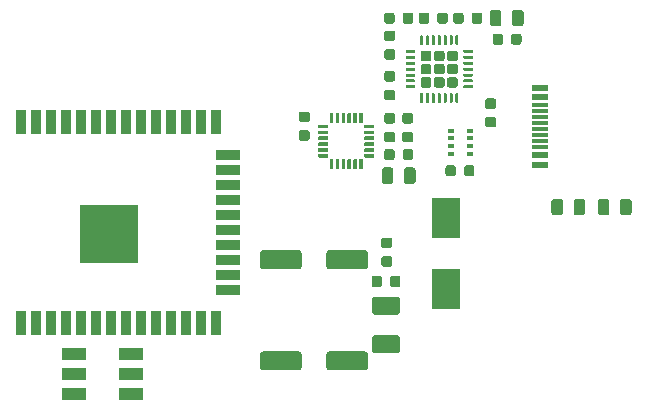
<source format=gbr>
G04 #@! TF.GenerationSoftware,KiCad,Pcbnew,(5.1.5)-2*
G04 #@! TF.CreationDate,2020-03-24T14:46:46+08:00*
G04 #@! TF.ProjectId,ESP32-sensorKit,45535033-322d-4736-956e-736f724b6974,rev?*
G04 #@! TF.SameCoordinates,Original*
G04 #@! TF.FileFunction,Paste,Top*
G04 #@! TF.FilePolarity,Positive*
%FSLAX46Y46*%
G04 Gerber Fmt 4.6, Leading zero omitted, Abs format (unit mm)*
G04 Created by KiCad (PCBNEW (5.1.5)-2) date 2020-03-24 14:46:46*
%MOMM*%
%LPD*%
G04 APERTURE LIST*
%ADD10C,0.100000*%
%ADD11R,2.000000X1.100000*%
%ADD12R,2.350000X3.500000*%
%ADD13R,1.450000X0.300000*%
%ADD14R,1.450000X0.600000*%
%ADD15R,5.000000X5.000000*%
%ADD16R,0.900000X2.000000*%
%ADD17R,2.000000X0.900000*%
%ADD18R,0.500000X0.350000*%
G04 APERTURE END LIST*
D10*
G04 #@! TO.C,C21*
G36*
X143453004Y-104415704D02*
G01*
X143477273Y-104419304D01*
X143501071Y-104425265D01*
X143524171Y-104433530D01*
X143546349Y-104444020D01*
X143567393Y-104456633D01*
X143587098Y-104471247D01*
X143605277Y-104487723D01*
X143621753Y-104505902D01*
X143636367Y-104525607D01*
X143648980Y-104546651D01*
X143659470Y-104568829D01*
X143667735Y-104591929D01*
X143673696Y-104615727D01*
X143677296Y-104639996D01*
X143678500Y-104664500D01*
X143678500Y-105764500D01*
X143677296Y-105789004D01*
X143673696Y-105813273D01*
X143667735Y-105837071D01*
X143659470Y-105860171D01*
X143648980Y-105882349D01*
X143636367Y-105903393D01*
X143621753Y-105923098D01*
X143605277Y-105941277D01*
X143587098Y-105957753D01*
X143567393Y-105972367D01*
X143546349Y-105984980D01*
X143524171Y-105995470D01*
X143501071Y-106003735D01*
X143477273Y-106009696D01*
X143453004Y-106013296D01*
X143428500Y-106014500D01*
X140428500Y-106014500D01*
X140403996Y-106013296D01*
X140379727Y-106009696D01*
X140355929Y-106003735D01*
X140332829Y-105995470D01*
X140310651Y-105984980D01*
X140289607Y-105972367D01*
X140269902Y-105957753D01*
X140251723Y-105941277D01*
X140235247Y-105923098D01*
X140220633Y-105903393D01*
X140208020Y-105882349D01*
X140197530Y-105860171D01*
X140189265Y-105837071D01*
X140183304Y-105813273D01*
X140179704Y-105789004D01*
X140178500Y-105764500D01*
X140178500Y-104664500D01*
X140179704Y-104639996D01*
X140183304Y-104615727D01*
X140189265Y-104591929D01*
X140197530Y-104568829D01*
X140208020Y-104546651D01*
X140220633Y-104525607D01*
X140235247Y-104505902D01*
X140251723Y-104487723D01*
X140269902Y-104471247D01*
X140289607Y-104456633D01*
X140310651Y-104444020D01*
X140332829Y-104433530D01*
X140355929Y-104425265D01*
X140379727Y-104419304D01*
X140403996Y-104415704D01*
X140428500Y-104414500D01*
X143428500Y-104414500D01*
X143453004Y-104415704D01*
G37*
G36*
X137853004Y-104415704D02*
G01*
X137877273Y-104419304D01*
X137901071Y-104425265D01*
X137924171Y-104433530D01*
X137946349Y-104444020D01*
X137967393Y-104456633D01*
X137987098Y-104471247D01*
X138005277Y-104487723D01*
X138021753Y-104505902D01*
X138036367Y-104525607D01*
X138048980Y-104546651D01*
X138059470Y-104568829D01*
X138067735Y-104591929D01*
X138073696Y-104615727D01*
X138077296Y-104639996D01*
X138078500Y-104664500D01*
X138078500Y-105764500D01*
X138077296Y-105789004D01*
X138073696Y-105813273D01*
X138067735Y-105837071D01*
X138059470Y-105860171D01*
X138048980Y-105882349D01*
X138036367Y-105903393D01*
X138021753Y-105923098D01*
X138005277Y-105941277D01*
X137987098Y-105957753D01*
X137967393Y-105972367D01*
X137946349Y-105984980D01*
X137924171Y-105995470D01*
X137901071Y-106003735D01*
X137877273Y-106009696D01*
X137853004Y-106013296D01*
X137828500Y-106014500D01*
X134828500Y-106014500D01*
X134803996Y-106013296D01*
X134779727Y-106009696D01*
X134755929Y-106003735D01*
X134732829Y-105995470D01*
X134710651Y-105984980D01*
X134689607Y-105972367D01*
X134669902Y-105957753D01*
X134651723Y-105941277D01*
X134635247Y-105923098D01*
X134620633Y-105903393D01*
X134608020Y-105882349D01*
X134597530Y-105860171D01*
X134589265Y-105837071D01*
X134583304Y-105813273D01*
X134579704Y-105789004D01*
X134578500Y-105764500D01*
X134578500Y-104664500D01*
X134579704Y-104639996D01*
X134583304Y-104615727D01*
X134589265Y-104591929D01*
X134597530Y-104568829D01*
X134608020Y-104546651D01*
X134620633Y-104525607D01*
X134635247Y-104505902D01*
X134651723Y-104487723D01*
X134669902Y-104471247D01*
X134689607Y-104456633D01*
X134710651Y-104444020D01*
X134732829Y-104433530D01*
X134755929Y-104425265D01*
X134779727Y-104419304D01*
X134803996Y-104415704D01*
X134828500Y-104414500D01*
X137828500Y-104414500D01*
X137853004Y-104415704D01*
G37*
G04 #@! TD*
G04 #@! TO.C,C1*
G36*
X137853004Y-95843204D02*
G01*
X137877273Y-95846804D01*
X137901071Y-95852765D01*
X137924171Y-95861030D01*
X137946349Y-95871520D01*
X137967393Y-95884133D01*
X137987098Y-95898747D01*
X138005277Y-95915223D01*
X138021753Y-95933402D01*
X138036367Y-95953107D01*
X138048980Y-95974151D01*
X138059470Y-95996329D01*
X138067735Y-96019429D01*
X138073696Y-96043227D01*
X138077296Y-96067496D01*
X138078500Y-96092000D01*
X138078500Y-97192000D01*
X138077296Y-97216504D01*
X138073696Y-97240773D01*
X138067735Y-97264571D01*
X138059470Y-97287671D01*
X138048980Y-97309849D01*
X138036367Y-97330893D01*
X138021753Y-97350598D01*
X138005277Y-97368777D01*
X137987098Y-97385253D01*
X137967393Y-97399867D01*
X137946349Y-97412480D01*
X137924171Y-97422970D01*
X137901071Y-97431235D01*
X137877273Y-97437196D01*
X137853004Y-97440796D01*
X137828500Y-97442000D01*
X134828500Y-97442000D01*
X134803996Y-97440796D01*
X134779727Y-97437196D01*
X134755929Y-97431235D01*
X134732829Y-97422970D01*
X134710651Y-97412480D01*
X134689607Y-97399867D01*
X134669902Y-97385253D01*
X134651723Y-97368777D01*
X134635247Y-97350598D01*
X134620633Y-97330893D01*
X134608020Y-97309849D01*
X134597530Y-97287671D01*
X134589265Y-97264571D01*
X134583304Y-97240773D01*
X134579704Y-97216504D01*
X134578500Y-97192000D01*
X134578500Y-96092000D01*
X134579704Y-96067496D01*
X134583304Y-96043227D01*
X134589265Y-96019429D01*
X134597530Y-95996329D01*
X134608020Y-95974151D01*
X134620633Y-95953107D01*
X134635247Y-95933402D01*
X134651723Y-95915223D01*
X134669902Y-95898747D01*
X134689607Y-95884133D01*
X134710651Y-95871520D01*
X134732829Y-95861030D01*
X134755929Y-95852765D01*
X134779727Y-95846804D01*
X134803996Y-95843204D01*
X134828500Y-95842000D01*
X137828500Y-95842000D01*
X137853004Y-95843204D01*
G37*
G36*
X143453004Y-95843204D02*
G01*
X143477273Y-95846804D01*
X143501071Y-95852765D01*
X143524171Y-95861030D01*
X143546349Y-95871520D01*
X143567393Y-95884133D01*
X143587098Y-95898747D01*
X143605277Y-95915223D01*
X143621753Y-95933402D01*
X143636367Y-95953107D01*
X143648980Y-95974151D01*
X143659470Y-95996329D01*
X143667735Y-96019429D01*
X143673696Y-96043227D01*
X143677296Y-96067496D01*
X143678500Y-96092000D01*
X143678500Y-97192000D01*
X143677296Y-97216504D01*
X143673696Y-97240773D01*
X143667735Y-97264571D01*
X143659470Y-97287671D01*
X143648980Y-97309849D01*
X143636367Y-97330893D01*
X143621753Y-97350598D01*
X143605277Y-97368777D01*
X143587098Y-97385253D01*
X143567393Y-97399867D01*
X143546349Y-97412480D01*
X143524171Y-97422970D01*
X143501071Y-97431235D01*
X143477273Y-97437196D01*
X143453004Y-97440796D01*
X143428500Y-97442000D01*
X140428500Y-97442000D01*
X140403996Y-97440796D01*
X140379727Y-97437196D01*
X140355929Y-97431235D01*
X140332829Y-97422970D01*
X140310651Y-97412480D01*
X140289607Y-97399867D01*
X140269902Y-97385253D01*
X140251723Y-97368777D01*
X140235247Y-97350598D01*
X140220633Y-97330893D01*
X140208020Y-97309849D01*
X140197530Y-97287671D01*
X140189265Y-97264571D01*
X140183304Y-97240773D01*
X140179704Y-97216504D01*
X140178500Y-97192000D01*
X140178500Y-96092000D01*
X140179704Y-96067496D01*
X140183304Y-96043227D01*
X140189265Y-96019429D01*
X140197530Y-95996329D01*
X140208020Y-95974151D01*
X140220633Y-95953107D01*
X140235247Y-95933402D01*
X140251723Y-95915223D01*
X140269902Y-95898747D01*
X140289607Y-95884133D01*
X140310651Y-95871520D01*
X140332829Y-95861030D01*
X140355929Y-95852765D01*
X140379727Y-95846804D01*
X140403996Y-95843204D01*
X140428500Y-95842000D01*
X143428500Y-95842000D01*
X143453004Y-95843204D01*
G37*
G04 #@! TD*
G04 #@! TO.C,C4*
G36*
X156653142Y-75496174D02*
G01*
X156676803Y-75499684D01*
X156700007Y-75505496D01*
X156722529Y-75513554D01*
X156744153Y-75523782D01*
X156764670Y-75536079D01*
X156783883Y-75550329D01*
X156801607Y-75566393D01*
X156817671Y-75584117D01*
X156831921Y-75603330D01*
X156844218Y-75623847D01*
X156854446Y-75645471D01*
X156862504Y-75667993D01*
X156868316Y-75691197D01*
X156871826Y-75714858D01*
X156873000Y-75738750D01*
X156873000Y-76651250D01*
X156871826Y-76675142D01*
X156868316Y-76698803D01*
X156862504Y-76722007D01*
X156854446Y-76744529D01*
X156844218Y-76766153D01*
X156831921Y-76786670D01*
X156817671Y-76805883D01*
X156801607Y-76823607D01*
X156783883Y-76839671D01*
X156764670Y-76853921D01*
X156744153Y-76866218D01*
X156722529Y-76876446D01*
X156700007Y-76884504D01*
X156676803Y-76890316D01*
X156653142Y-76893826D01*
X156629250Y-76895000D01*
X156141750Y-76895000D01*
X156117858Y-76893826D01*
X156094197Y-76890316D01*
X156070993Y-76884504D01*
X156048471Y-76876446D01*
X156026847Y-76866218D01*
X156006330Y-76853921D01*
X155987117Y-76839671D01*
X155969393Y-76823607D01*
X155953329Y-76805883D01*
X155939079Y-76786670D01*
X155926782Y-76766153D01*
X155916554Y-76744529D01*
X155908496Y-76722007D01*
X155902684Y-76698803D01*
X155899174Y-76675142D01*
X155898000Y-76651250D01*
X155898000Y-75738750D01*
X155899174Y-75714858D01*
X155902684Y-75691197D01*
X155908496Y-75667993D01*
X155916554Y-75645471D01*
X155926782Y-75623847D01*
X155939079Y-75603330D01*
X155953329Y-75584117D01*
X155969393Y-75566393D01*
X155987117Y-75550329D01*
X156006330Y-75536079D01*
X156026847Y-75523782D01*
X156048471Y-75513554D01*
X156070993Y-75505496D01*
X156094197Y-75499684D01*
X156117858Y-75496174D01*
X156141750Y-75495000D01*
X156629250Y-75495000D01*
X156653142Y-75496174D01*
G37*
G36*
X154778142Y-75496174D02*
G01*
X154801803Y-75499684D01*
X154825007Y-75505496D01*
X154847529Y-75513554D01*
X154869153Y-75523782D01*
X154889670Y-75536079D01*
X154908883Y-75550329D01*
X154926607Y-75566393D01*
X154942671Y-75584117D01*
X154956921Y-75603330D01*
X154969218Y-75623847D01*
X154979446Y-75645471D01*
X154987504Y-75667993D01*
X154993316Y-75691197D01*
X154996826Y-75714858D01*
X154998000Y-75738750D01*
X154998000Y-76651250D01*
X154996826Y-76675142D01*
X154993316Y-76698803D01*
X154987504Y-76722007D01*
X154979446Y-76744529D01*
X154969218Y-76766153D01*
X154956921Y-76786670D01*
X154942671Y-76805883D01*
X154926607Y-76823607D01*
X154908883Y-76839671D01*
X154889670Y-76853921D01*
X154869153Y-76866218D01*
X154847529Y-76876446D01*
X154825007Y-76884504D01*
X154801803Y-76890316D01*
X154778142Y-76893826D01*
X154754250Y-76895000D01*
X154266750Y-76895000D01*
X154242858Y-76893826D01*
X154219197Y-76890316D01*
X154195993Y-76884504D01*
X154173471Y-76876446D01*
X154151847Y-76866218D01*
X154131330Y-76853921D01*
X154112117Y-76839671D01*
X154094393Y-76823607D01*
X154078329Y-76805883D01*
X154064079Y-76786670D01*
X154051782Y-76766153D01*
X154041554Y-76744529D01*
X154033496Y-76722007D01*
X154027684Y-76698803D01*
X154024174Y-76675142D01*
X154023000Y-76651250D01*
X154023000Y-75738750D01*
X154024174Y-75714858D01*
X154027684Y-75691197D01*
X154033496Y-75667993D01*
X154041554Y-75645471D01*
X154051782Y-75623847D01*
X154064079Y-75603330D01*
X154078329Y-75584117D01*
X154094393Y-75566393D01*
X154112117Y-75550329D01*
X154131330Y-75536079D01*
X154151847Y-75523782D01*
X154173471Y-75513554D01*
X154195993Y-75505496D01*
X154219197Y-75499684D01*
X154242858Y-75496174D01*
X154266750Y-75495000D01*
X154754250Y-75495000D01*
X154778142Y-75496174D01*
G37*
G04 #@! TD*
G04 #@! TO.C,C3*
G36*
X156501191Y-77499053D02*
G01*
X156522426Y-77502203D01*
X156543250Y-77507419D01*
X156563462Y-77514651D01*
X156582868Y-77523830D01*
X156601281Y-77534866D01*
X156618524Y-77547654D01*
X156634430Y-77562070D01*
X156648846Y-77577976D01*
X156661634Y-77595219D01*
X156672670Y-77613632D01*
X156681849Y-77633038D01*
X156689081Y-77653250D01*
X156694297Y-77674074D01*
X156697447Y-77695309D01*
X156698500Y-77716750D01*
X156698500Y-78229250D01*
X156697447Y-78250691D01*
X156694297Y-78271926D01*
X156689081Y-78292750D01*
X156681849Y-78312962D01*
X156672670Y-78332368D01*
X156661634Y-78350781D01*
X156648846Y-78368024D01*
X156634430Y-78383930D01*
X156618524Y-78398346D01*
X156601281Y-78411134D01*
X156582868Y-78422170D01*
X156563462Y-78431349D01*
X156543250Y-78438581D01*
X156522426Y-78443797D01*
X156501191Y-78446947D01*
X156479750Y-78448000D01*
X156042250Y-78448000D01*
X156020809Y-78446947D01*
X155999574Y-78443797D01*
X155978750Y-78438581D01*
X155958538Y-78431349D01*
X155939132Y-78422170D01*
X155920719Y-78411134D01*
X155903476Y-78398346D01*
X155887570Y-78383930D01*
X155873154Y-78368024D01*
X155860366Y-78350781D01*
X155849330Y-78332368D01*
X155840151Y-78312962D01*
X155832919Y-78292750D01*
X155827703Y-78271926D01*
X155824553Y-78250691D01*
X155823500Y-78229250D01*
X155823500Y-77716750D01*
X155824553Y-77695309D01*
X155827703Y-77674074D01*
X155832919Y-77653250D01*
X155840151Y-77633038D01*
X155849330Y-77613632D01*
X155860366Y-77595219D01*
X155873154Y-77577976D01*
X155887570Y-77562070D01*
X155903476Y-77547654D01*
X155920719Y-77534866D01*
X155939132Y-77523830D01*
X155958538Y-77514651D01*
X155978750Y-77507419D01*
X155999574Y-77502203D01*
X156020809Y-77499053D01*
X156042250Y-77498000D01*
X156479750Y-77498000D01*
X156501191Y-77499053D01*
G37*
G36*
X154926191Y-77499053D02*
G01*
X154947426Y-77502203D01*
X154968250Y-77507419D01*
X154988462Y-77514651D01*
X155007868Y-77523830D01*
X155026281Y-77534866D01*
X155043524Y-77547654D01*
X155059430Y-77562070D01*
X155073846Y-77577976D01*
X155086634Y-77595219D01*
X155097670Y-77613632D01*
X155106849Y-77633038D01*
X155114081Y-77653250D01*
X155119297Y-77674074D01*
X155122447Y-77695309D01*
X155123500Y-77716750D01*
X155123500Y-78229250D01*
X155122447Y-78250691D01*
X155119297Y-78271926D01*
X155114081Y-78292750D01*
X155106849Y-78312962D01*
X155097670Y-78332368D01*
X155086634Y-78350781D01*
X155073846Y-78368024D01*
X155059430Y-78383930D01*
X155043524Y-78398346D01*
X155026281Y-78411134D01*
X155007868Y-78422170D01*
X154988462Y-78431349D01*
X154968250Y-78438581D01*
X154947426Y-78443797D01*
X154926191Y-78446947D01*
X154904750Y-78448000D01*
X154467250Y-78448000D01*
X154445809Y-78446947D01*
X154424574Y-78443797D01*
X154403750Y-78438581D01*
X154383538Y-78431349D01*
X154364132Y-78422170D01*
X154345719Y-78411134D01*
X154328476Y-78398346D01*
X154312570Y-78383930D01*
X154298154Y-78368024D01*
X154285366Y-78350781D01*
X154274330Y-78332368D01*
X154265151Y-78312962D01*
X154257919Y-78292750D01*
X154252703Y-78271926D01*
X154249553Y-78250691D01*
X154248500Y-78229250D01*
X154248500Y-77716750D01*
X154249553Y-77695309D01*
X154252703Y-77674074D01*
X154257919Y-77653250D01*
X154265151Y-77633038D01*
X154274330Y-77613632D01*
X154285366Y-77595219D01*
X154298154Y-77577976D01*
X154312570Y-77562070D01*
X154328476Y-77547654D01*
X154345719Y-77534866D01*
X154364132Y-77523830D01*
X154383538Y-77514651D01*
X154403750Y-77507419D01*
X154424574Y-77502203D01*
X154445809Y-77499053D01*
X154467250Y-77498000D01*
X154904750Y-77498000D01*
X154926191Y-77499053D01*
G37*
G04 #@! TD*
G04 #@! TO.C,C7*
G36*
X147331691Y-87278053D02*
G01*
X147352926Y-87281203D01*
X147373750Y-87286419D01*
X147393962Y-87293651D01*
X147413368Y-87302830D01*
X147431781Y-87313866D01*
X147449024Y-87326654D01*
X147464930Y-87341070D01*
X147479346Y-87356976D01*
X147492134Y-87374219D01*
X147503170Y-87392632D01*
X147512349Y-87412038D01*
X147519581Y-87432250D01*
X147524797Y-87453074D01*
X147527947Y-87474309D01*
X147529000Y-87495750D01*
X147529000Y-88008250D01*
X147527947Y-88029691D01*
X147524797Y-88050926D01*
X147519581Y-88071750D01*
X147512349Y-88091962D01*
X147503170Y-88111368D01*
X147492134Y-88129781D01*
X147479346Y-88147024D01*
X147464930Y-88162930D01*
X147449024Y-88177346D01*
X147431781Y-88190134D01*
X147413368Y-88201170D01*
X147393962Y-88210349D01*
X147373750Y-88217581D01*
X147352926Y-88222797D01*
X147331691Y-88225947D01*
X147310250Y-88227000D01*
X146872750Y-88227000D01*
X146851309Y-88225947D01*
X146830074Y-88222797D01*
X146809250Y-88217581D01*
X146789038Y-88210349D01*
X146769632Y-88201170D01*
X146751219Y-88190134D01*
X146733976Y-88177346D01*
X146718070Y-88162930D01*
X146703654Y-88147024D01*
X146690866Y-88129781D01*
X146679830Y-88111368D01*
X146670651Y-88091962D01*
X146663419Y-88071750D01*
X146658203Y-88050926D01*
X146655053Y-88029691D01*
X146654000Y-88008250D01*
X146654000Y-87495750D01*
X146655053Y-87474309D01*
X146658203Y-87453074D01*
X146663419Y-87432250D01*
X146670651Y-87412038D01*
X146679830Y-87392632D01*
X146690866Y-87374219D01*
X146703654Y-87356976D01*
X146718070Y-87341070D01*
X146733976Y-87326654D01*
X146751219Y-87313866D01*
X146769632Y-87302830D01*
X146789038Y-87293651D01*
X146809250Y-87286419D01*
X146830074Y-87281203D01*
X146851309Y-87278053D01*
X146872750Y-87277000D01*
X147310250Y-87277000D01*
X147331691Y-87278053D01*
G37*
G36*
X145756691Y-87278053D02*
G01*
X145777926Y-87281203D01*
X145798750Y-87286419D01*
X145818962Y-87293651D01*
X145838368Y-87302830D01*
X145856781Y-87313866D01*
X145874024Y-87326654D01*
X145889930Y-87341070D01*
X145904346Y-87356976D01*
X145917134Y-87374219D01*
X145928170Y-87392632D01*
X145937349Y-87412038D01*
X145944581Y-87432250D01*
X145949797Y-87453074D01*
X145952947Y-87474309D01*
X145954000Y-87495750D01*
X145954000Y-88008250D01*
X145952947Y-88029691D01*
X145949797Y-88050926D01*
X145944581Y-88071750D01*
X145937349Y-88091962D01*
X145928170Y-88111368D01*
X145917134Y-88129781D01*
X145904346Y-88147024D01*
X145889930Y-88162930D01*
X145874024Y-88177346D01*
X145856781Y-88190134D01*
X145838368Y-88201170D01*
X145818962Y-88210349D01*
X145798750Y-88217581D01*
X145777926Y-88222797D01*
X145756691Y-88225947D01*
X145735250Y-88227000D01*
X145297750Y-88227000D01*
X145276309Y-88225947D01*
X145255074Y-88222797D01*
X145234250Y-88217581D01*
X145214038Y-88210349D01*
X145194632Y-88201170D01*
X145176219Y-88190134D01*
X145158976Y-88177346D01*
X145143070Y-88162930D01*
X145128654Y-88147024D01*
X145115866Y-88129781D01*
X145104830Y-88111368D01*
X145095651Y-88091962D01*
X145088419Y-88071750D01*
X145083203Y-88050926D01*
X145080053Y-88029691D01*
X145079000Y-88008250D01*
X145079000Y-87495750D01*
X145080053Y-87474309D01*
X145083203Y-87453074D01*
X145088419Y-87432250D01*
X145095651Y-87412038D01*
X145104830Y-87392632D01*
X145115866Y-87374219D01*
X145128654Y-87356976D01*
X145143070Y-87341070D01*
X145158976Y-87326654D01*
X145176219Y-87313866D01*
X145194632Y-87302830D01*
X145214038Y-87293651D01*
X145234250Y-87286419D01*
X145255074Y-87281203D01*
X145276309Y-87278053D01*
X145297750Y-87277000D01*
X145735250Y-87277000D01*
X145756691Y-87278053D01*
G37*
G04 #@! TD*
G04 #@! TO.C,C8*
G36*
X145634142Y-88831174D02*
G01*
X145657803Y-88834684D01*
X145681007Y-88840496D01*
X145703529Y-88848554D01*
X145725153Y-88858782D01*
X145745670Y-88871079D01*
X145764883Y-88885329D01*
X145782607Y-88901393D01*
X145798671Y-88919117D01*
X145812921Y-88938330D01*
X145825218Y-88958847D01*
X145835446Y-88980471D01*
X145843504Y-89002993D01*
X145849316Y-89026197D01*
X145852826Y-89049858D01*
X145854000Y-89073750D01*
X145854000Y-89986250D01*
X145852826Y-90010142D01*
X145849316Y-90033803D01*
X145843504Y-90057007D01*
X145835446Y-90079529D01*
X145825218Y-90101153D01*
X145812921Y-90121670D01*
X145798671Y-90140883D01*
X145782607Y-90158607D01*
X145764883Y-90174671D01*
X145745670Y-90188921D01*
X145725153Y-90201218D01*
X145703529Y-90211446D01*
X145681007Y-90219504D01*
X145657803Y-90225316D01*
X145634142Y-90228826D01*
X145610250Y-90230000D01*
X145122750Y-90230000D01*
X145098858Y-90228826D01*
X145075197Y-90225316D01*
X145051993Y-90219504D01*
X145029471Y-90211446D01*
X145007847Y-90201218D01*
X144987330Y-90188921D01*
X144968117Y-90174671D01*
X144950393Y-90158607D01*
X144934329Y-90140883D01*
X144920079Y-90121670D01*
X144907782Y-90101153D01*
X144897554Y-90079529D01*
X144889496Y-90057007D01*
X144883684Y-90033803D01*
X144880174Y-90010142D01*
X144879000Y-89986250D01*
X144879000Y-89073750D01*
X144880174Y-89049858D01*
X144883684Y-89026197D01*
X144889496Y-89002993D01*
X144897554Y-88980471D01*
X144907782Y-88958847D01*
X144920079Y-88938330D01*
X144934329Y-88919117D01*
X144950393Y-88901393D01*
X144968117Y-88885329D01*
X144987330Y-88871079D01*
X145007847Y-88858782D01*
X145029471Y-88848554D01*
X145051993Y-88840496D01*
X145075197Y-88834684D01*
X145098858Y-88831174D01*
X145122750Y-88830000D01*
X145610250Y-88830000D01*
X145634142Y-88831174D01*
G37*
G36*
X147509142Y-88831174D02*
G01*
X147532803Y-88834684D01*
X147556007Y-88840496D01*
X147578529Y-88848554D01*
X147600153Y-88858782D01*
X147620670Y-88871079D01*
X147639883Y-88885329D01*
X147657607Y-88901393D01*
X147673671Y-88919117D01*
X147687921Y-88938330D01*
X147700218Y-88958847D01*
X147710446Y-88980471D01*
X147718504Y-89002993D01*
X147724316Y-89026197D01*
X147727826Y-89049858D01*
X147729000Y-89073750D01*
X147729000Y-89986250D01*
X147727826Y-90010142D01*
X147724316Y-90033803D01*
X147718504Y-90057007D01*
X147710446Y-90079529D01*
X147700218Y-90101153D01*
X147687921Y-90121670D01*
X147673671Y-90140883D01*
X147657607Y-90158607D01*
X147639883Y-90174671D01*
X147620670Y-90188921D01*
X147600153Y-90201218D01*
X147578529Y-90211446D01*
X147556007Y-90219504D01*
X147532803Y-90225316D01*
X147509142Y-90228826D01*
X147485250Y-90230000D01*
X146997750Y-90230000D01*
X146973858Y-90228826D01*
X146950197Y-90225316D01*
X146926993Y-90219504D01*
X146904471Y-90211446D01*
X146882847Y-90201218D01*
X146862330Y-90188921D01*
X146843117Y-90174671D01*
X146825393Y-90158607D01*
X146809329Y-90140883D01*
X146795079Y-90121670D01*
X146782782Y-90101153D01*
X146772554Y-90079529D01*
X146764496Y-90057007D01*
X146758684Y-90033803D01*
X146755174Y-90010142D01*
X146754000Y-89986250D01*
X146754000Y-89073750D01*
X146755174Y-89049858D01*
X146758684Y-89026197D01*
X146764496Y-89002993D01*
X146772554Y-88980471D01*
X146782782Y-88958847D01*
X146795079Y-88938330D01*
X146809329Y-88919117D01*
X146825393Y-88901393D01*
X146843117Y-88885329D01*
X146862330Y-88871079D01*
X146882847Y-88858782D01*
X146904471Y-88848554D01*
X146926993Y-88840496D01*
X146950197Y-88834684D01*
X146973858Y-88831174D01*
X146997750Y-88830000D01*
X147485250Y-88830000D01*
X147509142Y-88831174D01*
G37*
G04 #@! TD*
G04 #@! TO.C,C9*
G36*
X145819691Y-84242053D02*
G01*
X145840926Y-84245203D01*
X145861750Y-84250419D01*
X145881962Y-84257651D01*
X145901368Y-84266830D01*
X145919781Y-84277866D01*
X145937024Y-84290654D01*
X145952930Y-84305070D01*
X145967346Y-84320976D01*
X145980134Y-84338219D01*
X145991170Y-84356632D01*
X146000349Y-84376038D01*
X146007581Y-84396250D01*
X146012797Y-84417074D01*
X146015947Y-84438309D01*
X146017000Y-84459750D01*
X146017000Y-84897250D01*
X146015947Y-84918691D01*
X146012797Y-84939926D01*
X146007581Y-84960750D01*
X146000349Y-84980962D01*
X145991170Y-85000368D01*
X145980134Y-85018781D01*
X145967346Y-85036024D01*
X145952930Y-85051930D01*
X145937024Y-85066346D01*
X145919781Y-85079134D01*
X145901368Y-85090170D01*
X145881962Y-85099349D01*
X145861750Y-85106581D01*
X145840926Y-85111797D01*
X145819691Y-85114947D01*
X145798250Y-85116000D01*
X145285750Y-85116000D01*
X145264309Y-85114947D01*
X145243074Y-85111797D01*
X145222250Y-85106581D01*
X145202038Y-85099349D01*
X145182632Y-85090170D01*
X145164219Y-85079134D01*
X145146976Y-85066346D01*
X145131070Y-85051930D01*
X145116654Y-85036024D01*
X145103866Y-85018781D01*
X145092830Y-85000368D01*
X145083651Y-84980962D01*
X145076419Y-84960750D01*
X145071203Y-84939926D01*
X145068053Y-84918691D01*
X145067000Y-84897250D01*
X145067000Y-84459750D01*
X145068053Y-84438309D01*
X145071203Y-84417074D01*
X145076419Y-84396250D01*
X145083651Y-84376038D01*
X145092830Y-84356632D01*
X145103866Y-84338219D01*
X145116654Y-84320976D01*
X145131070Y-84305070D01*
X145146976Y-84290654D01*
X145164219Y-84277866D01*
X145182632Y-84266830D01*
X145202038Y-84257651D01*
X145222250Y-84250419D01*
X145243074Y-84245203D01*
X145264309Y-84242053D01*
X145285750Y-84241000D01*
X145798250Y-84241000D01*
X145819691Y-84242053D01*
G37*
G36*
X145819691Y-85817053D02*
G01*
X145840926Y-85820203D01*
X145861750Y-85825419D01*
X145881962Y-85832651D01*
X145901368Y-85841830D01*
X145919781Y-85852866D01*
X145937024Y-85865654D01*
X145952930Y-85880070D01*
X145967346Y-85895976D01*
X145980134Y-85913219D01*
X145991170Y-85931632D01*
X146000349Y-85951038D01*
X146007581Y-85971250D01*
X146012797Y-85992074D01*
X146015947Y-86013309D01*
X146017000Y-86034750D01*
X146017000Y-86472250D01*
X146015947Y-86493691D01*
X146012797Y-86514926D01*
X146007581Y-86535750D01*
X146000349Y-86555962D01*
X145991170Y-86575368D01*
X145980134Y-86593781D01*
X145967346Y-86611024D01*
X145952930Y-86626930D01*
X145937024Y-86641346D01*
X145919781Y-86654134D01*
X145901368Y-86665170D01*
X145881962Y-86674349D01*
X145861750Y-86681581D01*
X145840926Y-86686797D01*
X145819691Y-86689947D01*
X145798250Y-86691000D01*
X145285750Y-86691000D01*
X145264309Y-86689947D01*
X145243074Y-86686797D01*
X145222250Y-86681581D01*
X145202038Y-86674349D01*
X145182632Y-86665170D01*
X145164219Y-86654134D01*
X145146976Y-86641346D01*
X145131070Y-86626930D01*
X145116654Y-86611024D01*
X145103866Y-86593781D01*
X145092830Y-86575368D01*
X145083651Y-86555962D01*
X145076419Y-86535750D01*
X145071203Y-86514926D01*
X145068053Y-86493691D01*
X145067000Y-86472250D01*
X145067000Y-86034750D01*
X145068053Y-86013309D01*
X145071203Y-85992074D01*
X145076419Y-85971250D01*
X145083651Y-85951038D01*
X145092830Y-85931632D01*
X145103866Y-85913219D01*
X145116654Y-85895976D01*
X145131070Y-85880070D01*
X145146976Y-85865654D01*
X145164219Y-85852866D01*
X145182632Y-85841830D01*
X145202038Y-85832651D01*
X145222250Y-85825419D01*
X145243074Y-85820203D01*
X145264309Y-85817053D01*
X145285750Y-85816000D01*
X145798250Y-85816000D01*
X145819691Y-85817053D01*
G37*
G04 #@! TD*
G04 #@! TO.C,C10*
G36*
X138580691Y-85690053D02*
G01*
X138601926Y-85693203D01*
X138622750Y-85698419D01*
X138642962Y-85705651D01*
X138662368Y-85714830D01*
X138680781Y-85725866D01*
X138698024Y-85738654D01*
X138713930Y-85753070D01*
X138728346Y-85768976D01*
X138741134Y-85786219D01*
X138752170Y-85804632D01*
X138761349Y-85824038D01*
X138768581Y-85844250D01*
X138773797Y-85865074D01*
X138776947Y-85886309D01*
X138778000Y-85907750D01*
X138778000Y-86345250D01*
X138776947Y-86366691D01*
X138773797Y-86387926D01*
X138768581Y-86408750D01*
X138761349Y-86428962D01*
X138752170Y-86448368D01*
X138741134Y-86466781D01*
X138728346Y-86484024D01*
X138713930Y-86499930D01*
X138698024Y-86514346D01*
X138680781Y-86527134D01*
X138662368Y-86538170D01*
X138642962Y-86547349D01*
X138622750Y-86554581D01*
X138601926Y-86559797D01*
X138580691Y-86562947D01*
X138559250Y-86564000D01*
X138046750Y-86564000D01*
X138025309Y-86562947D01*
X138004074Y-86559797D01*
X137983250Y-86554581D01*
X137963038Y-86547349D01*
X137943632Y-86538170D01*
X137925219Y-86527134D01*
X137907976Y-86514346D01*
X137892070Y-86499930D01*
X137877654Y-86484024D01*
X137864866Y-86466781D01*
X137853830Y-86448368D01*
X137844651Y-86428962D01*
X137837419Y-86408750D01*
X137832203Y-86387926D01*
X137829053Y-86366691D01*
X137828000Y-86345250D01*
X137828000Y-85907750D01*
X137829053Y-85886309D01*
X137832203Y-85865074D01*
X137837419Y-85844250D01*
X137844651Y-85824038D01*
X137853830Y-85804632D01*
X137864866Y-85786219D01*
X137877654Y-85768976D01*
X137892070Y-85753070D01*
X137907976Y-85738654D01*
X137925219Y-85725866D01*
X137943632Y-85714830D01*
X137963038Y-85705651D01*
X137983250Y-85698419D01*
X138004074Y-85693203D01*
X138025309Y-85690053D01*
X138046750Y-85689000D01*
X138559250Y-85689000D01*
X138580691Y-85690053D01*
G37*
G36*
X138580691Y-84115053D02*
G01*
X138601926Y-84118203D01*
X138622750Y-84123419D01*
X138642962Y-84130651D01*
X138662368Y-84139830D01*
X138680781Y-84150866D01*
X138698024Y-84163654D01*
X138713930Y-84178070D01*
X138728346Y-84193976D01*
X138741134Y-84211219D01*
X138752170Y-84229632D01*
X138761349Y-84249038D01*
X138768581Y-84269250D01*
X138773797Y-84290074D01*
X138776947Y-84311309D01*
X138778000Y-84332750D01*
X138778000Y-84770250D01*
X138776947Y-84791691D01*
X138773797Y-84812926D01*
X138768581Y-84833750D01*
X138761349Y-84853962D01*
X138752170Y-84873368D01*
X138741134Y-84891781D01*
X138728346Y-84909024D01*
X138713930Y-84924930D01*
X138698024Y-84939346D01*
X138680781Y-84952134D01*
X138662368Y-84963170D01*
X138642962Y-84972349D01*
X138622750Y-84979581D01*
X138601926Y-84984797D01*
X138580691Y-84987947D01*
X138559250Y-84989000D01*
X138046750Y-84989000D01*
X138025309Y-84987947D01*
X138004074Y-84984797D01*
X137983250Y-84979581D01*
X137963038Y-84972349D01*
X137943632Y-84963170D01*
X137925219Y-84952134D01*
X137907976Y-84939346D01*
X137892070Y-84924930D01*
X137877654Y-84909024D01*
X137864866Y-84891781D01*
X137853830Y-84873368D01*
X137844651Y-84853962D01*
X137837419Y-84833750D01*
X137832203Y-84812926D01*
X137829053Y-84791691D01*
X137828000Y-84770250D01*
X137828000Y-84332750D01*
X137829053Y-84311309D01*
X137832203Y-84290074D01*
X137837419Y-84269250D01*
X137844651Y-84249038D01*
X137853830Y-84229632D01*
X137864866Y-84211219D01*
X137877654Y-84193976D01*
X137892070Y-84178070D01*
X137907976Y-84163654D01*
X137925219Y-84150866D01*
X137943632Y-84139830D01*
X137963038Y-84130651D01*
X137983250Y-84123419D01*
X138004074Y-84118203D01*
X138025309Y-84115053D01*
X138046750Y-84114000D01*
X138559250Y-84114000D01*
X138580691Y-84115053D01*
G37*
G04 #@! TD*
G04 #@! TO.C,C19*
G36*
X144677191Y-98009553D02*
G01*
X144698426Y-98012703D01*
X144719250Y-98017919D01*
X144739462Y-98025151D01*
X144758868Y-98034330D01*
X144777281Y-98045366D01*
X144794524Y-98058154D01*
X144810430Y-98072570D01*
X144824846Y-98088476D01*
X144837634Y-98105719D01*
X144848670Y-98124132D01*
X144857849Y-98143538D01*
X144865081Y-98163750D01*
X144870297Y-98184574D01*
X144873447Y-98205809D01*
X144874500Y-98227250D01*
X144874500Y-98739750D01*
X144873447Y-98761191D01*
X144870297Y-98782426D01*
X144865081Y-98803250D01*
X144857849Y-98823462D01*
X144848670Y-98842868D01*
X144837634Y-98861281D01*
X144824846Y-98878524D01*
X144810430Y-98894430D01*
X144794524Y-98908846D01*
X144777281Y-98921634D01*
X144758868Y-98932670D01*
X144739462Y-98941849D01*
X144719250Y-98949081D01*
X144698426Y-98954297D01*
X144677191Y-98957447D01*
X144655750Y-98958500D01*
X144218250Y-98958500D01*
X144196809Y-98957447D01*
X144175574Y-98954297D01*
X144154750Y-98949081D01*
X144134538Y-98941849D01*
X144115132Y-98932670D01*
X144096719Y-98921634D01*
X144079476Y-98908846D01*
X144063570Y-98894430D01*
X144049154Y-98878524D01*
X144036366Y-98861281D01*
X144025330Y-98842868D01*
X144016151Y-98823462D01*
X144008919Y-98803250D01*
X144003703Y-98782426D01*
X144000553Y-98761191D01*
X143999500Y-98739750D01*
X143999500Y-98227250D01*
X144000553Y-98205809D01*
X144003703Y-98184574D01*
X144008919Y-98163750D01*
X144016151Y-98143538D01*
X144025330Y-98124132D01*
X144036366Y-98105719D01*
X144049154Y-98088476D01*
X144063570Y-98072570D01*
X144079476Y-98058154D01*
X144096719Y-98045366D01*
X144115132Y-98034330D01*
X144134538Y-98025151D01*
X144154750Y-98017919D01*
X144175574Y-98012703D01*
X144196809Y-98009553D01*
X144218250Y-98008500D01*
X144655750Y-98008500D01*
X144677191Y-98009553D01*
G37*
G36*
X146252191Y-98009553D02*
G01*
X146273426Y-98012703D01*
X146294250Y-98017919D01*
X146314462Y-98025151D01*
X146333868Y-98034330D01*
X146352281Y-98045366D01*
X146369524Y-98058154D01*
X146385430Y-98072570D01*
X146399846Y-98088476D01*
X146412634Y-98105719D01*
X146423670Y-98124132D01*
X146432849Y-98143538D01*
X146440081Y-98163750D01*
X146445297Y-98184574D01*
X146448447Y-98205809D01*
X146449500Y-98227250D01*
X146449500Y-98739750D01*
X146448447Y-98761191D01*
X146445297Y-98782426D01*
X146440081Y-98803250D01*
X146432849Y-98823462D01*
X146423670Y-98842868D01*
X146412634Y-98861281D01*
X146399846Y-98878524D01*
X146385430Y-98894430D01*
X146369524Y-98908846D01*
X146352281Y-98921634D01*
X146333868Y-98932670D01*
X146314462Y-98941849D01*
X146294250Y-98949081D01*
X146273426Y-98954297D01*
X146252191Y-98957447D01*
X146230750Y-98958500D01*
X145793250Y-98958500D01*
X145771809Y-98957447D01*
X145750574Y-98954297D01*
X145729750Y-98949081D01*
X145709538Y-98941849D01*
X145690132Y-98932670D01*
X145671719Y-98921634D01*
X145654476Y-98908846D01*
X145638570Y-98894430D01*
X145624154Y-98878524D01*
X145611366Y-98861281D01*
X145600330Y-98842868D01*
X145591151Y-98823462D01*
X145583919Y-98803250D01*
X145578703Y-98782426D01*
X145575553Y-98761191D01*
X145574500Y-98739750D01*
X145574500Y-98227250D01*
X145575553Y-98205809D01*
X145578703Y-98184574D01*
X145583919Y-98163750D01*
X145591151Y-98143538D01*
X145600330Y-98124132D01*
X145611366Y-98105719D01*
X145624154Y-98088476D01*
X145638570Y-98072570D01*
X145654476Y-98058154D01*
X145671719Y-98045366D01*
X145690132Y-98034330D01*
X145709538Y-98025151D01*
X145729750Y-98017919D01*
X145750574Y-98012703D01*
X145771809Y-98009553D01*
X145793250Y-98008500D01*
X146230750Y-98008500D01*
X146252191Y-98009553D01*
G37*
G04 #@! TD*
G04 #@! TO.C,C20*
G36*
X146174004Y-99792704D02*
G01*
X146198273Y-99796304D01*
X146222071Y-99802265D01*
X146245171Y-99810530D01*
X146267349Y-99821020D01*
X146288393Y-99833633D01*
X146308098Y-99848247D01*
X146326277Y-99864723D01*
X146342753Y-99882902D01*
X146357367Y-99902607D01*
X146369980Y-99923651D01*
X146380470Y-99945829D01*
X146388735Y-99968929D01*
X146394696Y-99992727D01*
X146398296Y-100016996D01*
X146399500Y-100041500D01*
X146399500Y-101041500D01*
X146398296Y-101066004D01*
X146394696Y-101090273D01*
X146388735Y-101114071D01*
X146380470Y-101137171D01*
X146369980Y-101159349D01*
X146357367Y-101180393D01*
X146342753Y-101200098D01*
X146326277Y-101218277D01*
X146308098Y-101234753D01*
X146288393Y-101249367D01*
X146267349Y-101261980D01*
X146245171Y-101272470D01*
X146222071Y-101280735D01*
X146198273Y-101286696D01*
X146174004Y-101290296D01*
X146149500Y-101291500D01*
X144299500Y-101291500D01*
X144274996Y-101290296D01*
X144250727Y-101286696D01*
X144226929Y-101280735D01*
X144203829Y-101272470D01*
X144181651Y-101261980D01*
X144160607Y-101249367D01*
X144140902Y-101234753D01*
X144122723Y-101218277D01*
X144106247Y-101200098D01*
X144091633Y-101180393D01*
X144079020Y-101159349D01*
X144068530Y-101137171D01*
X144060265Y-101114071D01*
X144054304Y-101090273D01*
X144050704Y-101066004D01*
X144049500Y-101041500D01*
X144049500Y-100041500D01*
X144050704Y-100016996D01*
X144054304Y-99992727D01*
X144060265Y-99968929D01*
X144068530Y-99945829D01*
X144079020Y-99923651D01*
X144091633Y-99902607D01*
X144106247Y-99882902D01*
X144122723Y-99864723D01*
X144140902Y-99848247D01*
X144160607Y-99833633D01*
X144181651Y-99821020D01*
X144203829Y-99810530D01*
X144226929Y-99802265D01*
X144250727Y-99796304D01*
X144274996Y-99792704D01*
X144299500Y-99791500D01*
X146149500Y-99791500D01*
X146174004Y-99792704D01*
G37*
G36*
X146174004Y-103042704D02*
G01*
X146198273Y-103046304D01*
X146222071Y-103052265D01*
X146245171Y-103060530D01*
X146267349Y-103071020D01*
X146288393Y-103083633D01*
X146308098Y-103098247D01*
X146326277Y-103114723D01*
X146342753Y-103132902D01*
X146357367Y-103152607D01*
X146369980Y-103173651D01*
X146380470Y-103195829D01*
X146388735Y-103218929D01*
X146394696Y-103242727D01*
X146398296Y-103266996D01*
X146399500Y-103291500D01*
X146399500Y-104291500D01*
X146398296Y-104316004D01*
X146394696Y-104340273D01*
X146388735Y-104364071D01*
X146380470Y-104387171D01*
X146369980Y-104409349D01*
X146357367Y-104430393D01*
X146342753Y-104450098D01*
X146326277Y-104468277D01*
X146308098Y-104484753D01*
X146288393Y-104499367D01*
X146267349Y-104511980D01*
X146245171Y-104522470D01*
X146222071Y-104530735D01*
X146198273Y-104536696D01*
X146174004Y-104540296D01*
X146149500Y-104541500D01*
X144299500Y-104541500D01*
X144274996Y-104540296D01*
X144250727Y-104536696D01*
X144226929Y-104530735D01*
X144203829Y-104522470D01*
X144181651Y-104511980D01*
X144160607Y-104499367D01*
X144140902Y-104484753D01*
X144122723Y-104468277D01*
X144106247Y-104450098D01*
X144091633Y-104430393D01*
X144079020Y-104409349D01*
X144068530Y-104387171D01*
X144060265Y-104364071D01*
X144054304Y-104340273D01*
X144050704Y-104316004D01*
X144049500Y-104291500D01*
X144049500Y-103291500D01*
X144050704Y-103266996D01*
X144054304Y-103242727D01*
X144060265Y-103218929D01*
X144068530Y-103195829D01*
X144079020Y-103173651D01*
X144091633Y-103152607D01*
X144106247Y-103132902D01*
X144122723Y-103114723D01*
X144140902Y-103098247D01*
X144160607Y-103083633D01*
X144181651Y-103071020D01*
X144203829Y-103060530D01*
X144226929Y-103052265D01*
X144250727Y-103046304D01*
X144274996Y-103042704D01*
X144299500Y-103041500D01*
X146149500Y-103041500D01*
X146174004Y-103042704D01*
G37*
G04 #@! TD*
D11*
G04 #@! TO.C,D1*
X123621500Y-107994000D03*
X123621500Y-106294000D03*
X123621500Y-104594000D03*
X118821500Y-104594000D03*
X118821500Y-106294000D03*
X118821500Y-107994000D03*
G04 #@! TD*
D10*
G04 #@! TO.C,D2*
G36*
X165797142Y-91498174D02*
G01*
X165820803Y-91501684D01*
X165844007Y-91507496D01*
X165866529Y-91515554D01*
X165888153Y-91525782D01*
X165908670Y-91538079D01*
X165927883Y-91552329D01*
X165945607Y-91568393D01*
X165961671Y-91586117D01*
X165975921Y-91605330D01*
X165988218Y-91625847D01*
X165998446Y-91647471D01*
X166006504Y-91669993D01*
X166012316Y-91693197D01*
X166015826Y-91716858D01*
X166017000Y-91740750D01*
X166017000Y-92653250D01*
X166015826Y-92677142D01*
X166012316Y-92700803D01*
X166006504Y-92724007D01*
X165998446Y-92746529D01*
X165988218Y-92768153D01*
X165975921Y-92788670D01*
X165961671Y-92807883D01*
X165945607Y-92825607D01*
X165927883Y-92841671D01*
X165908670Y-92855921D01*
X165888153Y-92868218D01*
X165866529Y-92878446D01*
X165844007Y-92886504D01*
X165820803Y-92892316D01*
X165797142Y-92895826D01*
X165773250Y-92897000D01*
X165285750Y-92897000D01*
X165261858Y-92895826D01*
X165238197Y-92892316D01*
X165214993Y-92886504D01*
X165192471Y-92878446D01*
X165170847Y-92868218D01*
X165150330Y-92855921D01*
X165131117Y-92841671D01*
X165113393Y-92825607D01*
X165097329Y-92807883D01*
X165083079Y-92788670D01*
X165070782Y-92768153D01*
X165060554Y-92746529D01*
X165052496Y-92724007D01*
X165046684Y-92700803D01*
X165043174Y-92677142D01*
X165042000Y-92653250D01*
X165042000Y-91740750D01*
X165043174Y-91716858D01*
X165046684Y-91693197D01*
X165052496Y-91669993D01*
X165060554Y-91647471D01*
X165070782Y-91625847D01*
X165083079Y-91605330D01*
X165097329Y-91586117D01*
X165113393Y-91568393D01*
X165131117Y-91552329D01*
X165150330Y-91538079D01*
X165170847Y-91525782D01*
X165192471Y-91515554D01*
X165214993Y-91507496D01*
X165238197Y-91501684D01*
X165261858Y-91498174D01*
X165285750Y-91497000D01*
X165773250Y-91497000D01*
X165797142Y-91498174D01*
G37*
G36*
X163922142Y-91498174D02*
G01*
X163945803Y-91501684D01*
X163969007Y-91507496D01*
X163991529Y-91515554D01*
X164013153Y-91525782D01*
X164033670Y-91538079D01*
X164052883Y-91552329D01*
X164070607Y-91568393D01*
X164086671Y-91586117D01*
X164100921Y-91605330D01*
X164113218Y-91625847D01*
X164123446Y-91647471D01*
X164131504Y-91669993D01*
X164137316Y-91693197D01*
X164140826Y-91716858D01*
X164142000Y-91740750D01*
X164142000Y-92653250D01*
X164140826Y-92677142D01*
X164137316Y-92700803D01*
X164131504Y-92724007D01*
X164123446Y-92746529D01*
X164113218Y-92768153D01*
X164100921Y-92788670D01*
X164086671Y-92807883D01*
X164070607Y-92825607D01*
X164052883Y-92841671D01*
X164033670Y-92855921D01*
X164013153Y-92868218D01*
X163991529Y-92878446D01*
X163969007Y-92886504D01*
X163945803Y-92892316D01*
X163922142Y-92895826D01*
X163898250Y-92897000D01*
X163410750Y-92897000D01*
X163386858Y-92895826D01*
X163363197Y-92892316D01*
X163339993Y-92886504D01*
X163317471Y-92878446D01*
X163295847Y-92868218D01*
X163275330Y-92855921D01*
X163256117Y-92841671D01*
X163238393Y-92825607D01*
X163222329Y-92807883D01*
X163208079Y-92788670D01*
X163195782Y-92768153D01*
X163185554Y-92746529D01*
X163177496Y-92724007D01*
X163171684Y-92700803D01*
X163168174Y-92677142D01*
X163167000Y-92653250D01*
X163167000Y-91740750D01*
X163168174Y-91716858D01*
X163171684Y-91693197D01*
X163177496Y-91669993D01*
X163185554Y-91647471D01*
X163195782Y-91625847D01*
X163208079Y-91605330D01*
X163222329Y-91586117D01*
X163238393Y-91568393D01*
X163256117Y-91552329D01*
X163275330Y-91538079D01*
X163295847Y-91525782D01*
X163317471Y-91515554D01*
X163339993Y-91507496D01*
X163363197Y-91501684D01*
X163386858Y-91498174D01*
X163410750Y-91497000D01*
X163898250Y-91497000D01*
X163922142Y-91498174D01*
G37*
G04 #@! TD*
G04 #@! TO.C,D3*
G36*
X161860142Y-91498174D02*
G01*
X161883803Y-91501684D01*
X161907007Y-91507496D01*
X161929529Y-91515554D01*
X161951153Y-91525782D01*
X161971670Y-91538079D01*
X161990883Y-91552329D01*
X162008607Y-91568393D01*
X162024671Y-91586117D01*
X162038921Y-91605330D01*
X162051218Y-91625847D01*
X162061446Y-91647471D01*
X162069504Y-91669993D01*
X162075316Y-91693197D01*
X162078826Y-91716858D01*
X162080000Y-91740750D01*
X162080000Y-92653250D01*
X162078826Y-92677142D01*
X162075316Y-92700803D01*
X162069504Y-92724007D01*
X162061446Y-92746529D01*
X162051218Y-92768153D01*
X162038921Y-92788670D01*
X162024671Y-92807883D01*
X162008607Y-92825607D01*
X161990883Y-92841671D01*
X161971670Y-92855921D01*
X161951153Y-92868218D01*
X161929529Y-92878446D01*
X161907007Y-92886504D01*
X161883803Y-92892316D01*
X161860142Y-92895826D01*
X161836250Y-92897000D01*
X161348750Y-92897000D01*
X161324858Y-92895826D01*
X161301197Y-92892316D01*
X161277993Y-92886504D01*
X161255471Y-92878446D01*
X161233847Y-92868218D01*
X161213330Y-92855921D01*
X161194117Y-92841671D01*
X161176393Y-92825607D01*
X161160329Y-92807883D01*
X161146079Y-92788670D01*
X161133782Y-92768153D01*
X161123554Y-92746529D01*
X161115496Y-92724007D01*
X161109684Y-92700803D01*
X161106174Y-92677142D01*
X161105000Y-92653250D01*
X161105000Y-91740750D01*
X161106174Y-91716858D01*
X161109684Y-91693197D01*
X161115496Y-91669993D01*
X161123554Y-91647471D01*
X161133782Y-91625847D01*
X161146079Y-91605330D01*
X161160329Y-91586117D01*
X161176393Y-91568393D01*
X161194117Y-91552329D01*
X161213330Y-91538079D01*
X161233847Y-91525782D01*
X161255471Y-91515554D01*
X161277993Y-91507496D01*
X161301197Y-91501684D01*
X161324858Y-91498174D01*
X161348750Y-91497000D01*
X161836250Y-91497000D01*
X161860142Y-91498174D01*
G37*
G36*
X159985142Y-91498174D02*
G01*
X160008803Y-91501684D01*
X160032007Y-91507496D01*
X160054529Y-91515554D01*
X160076153Y-91525782D01*
X160096670Y-91538079D01*
X160115883Y-91552329D01*
X160133607Y-91568393D01*
X160149671Y-91586117D01*
X160163921Y-91605330D01*
X160176218Y-91625847D01*
X160186446Y-91647471D01*
X160194504Y-91669993D01*
X160200316Y-91693197D01*
X160203826Y-91716858D01*
X160205000Y-91740750D01*
X160205000Y-92653250D01*
X160203826Y-92677142D01*
X160200316Y-92700803D01*
X160194504Y-92724007D01*
X160186446Y-92746529D01*
X160176218Y-92768153D01*
X160163921Y-92788670D01*
X160149671Y-92807883D01*
X160133607Y-92825607D01*
X160115883Y-92841671D01*
X160096670Y-92855921D01*
X160076153Y-92868218D01*
X160054529Y-92878446D01*
X160032007Y-92886504D01*
X160008803Y-92892316D01*
X159985142Y-92895826D01*
X159961250Y-92897000D01*
X159473750Y-92897000D01*
X159449858Y-92895826D01*
X159426197Y-92892316D01*
X159402993Y-92886504D01*
X159380471Y-92878446D01*
X159358847Y-92868218D01*
X159338330Y-92855921D01*
X159319117Y-92841671D01*
X159301393Y-92825607D01*
X159285329Y-92807883D01*
X159271079Y-92788670D01*
X159258782Y-92768153D01*
X159248554Y-92746529D01*
X159240496Y-92724007D01*
X159234684Y-92700803D01*
X159231174Y-92677142D01*
X159230000Y-92653250D01*
X159230000Y-91740750D01*
X159231174Y-91716858D01*
X159234684Y-91693197D01*
X159240496Y-91669993D01*
X159248554Y-91647471D01*
X159258782Y-91625847D01*
X159271079Y-91605330D01*
X159285329Y-91586117D01*
X159301393Y-91568393D01*
X159319117Y-91552329D01*
X159338330Y-91538079D01*
X159358847Y-91525782D01*
X159380471Y-91515554D01*
X159402993Y-91507496D01*
X159426197Y-91501684D01*
X159449858Y-91498174D01*
X159473750Y-91497000D01*
X159961250Y-91497000D01*
X159985142Y-91498174D01*
G37*
G04 #@! TD*
D12*
G04 #@! TO.C,L1*
X150266400Y-99156600D03*
X150266400Y-93106600D03*
G04 #@! TD*
D13*
G04 #@! TO.C,P1*
X158261000Y-85589000D03*
X158261000Y-83589000D03*
X158261000Y-84089000D03*
X158261000Y-84589000D03*
X158261000Y-85089000D03*
X158261000Y-86089000D03*
X158261000Y-86589000D03*
X158261000Y-87089000D03*
D14*
X158261000Y-82089000D03*
X158261000Y-82889000D03*
X158261000Y-87789000D03*
X158261000Y-88589000D03*
X158261000Y-88589000D03*
X158261000Y-87789000D03*
X158261000Y-82889000D03*
X158261000Y-82089000D03*
G04 #@! TD*
D10*
G04 #@! TO.C,R1*
G36*
X145756691Y-75721053D02*
G01*
X145777926Y-75724203D01*
X145798750Y-75729419D01*
X145818962Y-75736651D01*
X145838368Y-75745830D01*
X145856781Y-75756866D01*
X145874024Y-75769654D01*
X145889930Y-75784070D01*
X145904346Y-75799976D01*
X145917134Y-75817219D01*
X145928170Y-75835632D01*
X145937349Y-75855038D01*
X145944581Y-75875250D01*
X145949797Y-75896074D01*
X145952947Y-75917309D01*
X145954000Y-75938750D01*
X145954000Y-76451250D01*
X145952947Y-76472691D01*
X145949797Y-76493926D01*
X145944581Y-76514750D01*
X145937349Y-76534962D01*
X145928170Y-76554368D01*
X145917134Y-76572781D01*
X145904346Y-76590024D01*
X145889930Y-76605930D01*
X145874024Y-76620346D01*
X145856781Y-76633134D01*
X145838368Y-76644170D01*
X145818962Y-76653349D01*
X145798750Y-76660581D01*
X145777926Y-76665797D01*
X145756691Y-76668947D01*
X145735250Y-76670000D01*
X145297750Y-76670000D01*
X145276309Y-76668947D01*
X145255074Y-76665797D01*
X145234250Y-76660581D01*
X145214038Y-76653349D01*
X145194632Y-76644170D01*
X145176219Y-76633134D01*
X145158976Y-76620346D01*
X145143070Y-76605930D01*
X145128654Y-76590024D01*
X145115866Y-76572781D01*
X145104830Y-76554368D01*
X145095651Y-76534962D01*
X145088419Y-76514750D01*
X145083203Y-76493926D01*
X145080053Y-76472691D01*
X145079000Y-76451250D01*
X145079000Y-75938750D01*
X145080053Y-75917309D01*
X145083203Y-75896074D01*
X145088419Y-75875250D01*
X145095651Y-75855038D01*
X145104830Y-75835632D01*
X145115866Y-75817219D01*
X145128654Y-75799976D01*
X145143070Y-75784070D01*
X145158976Y-75769654D01*
X145176219Y-75756866D01*
X145194632Y-75745830D01*
X145214038Y-75736651D01*
X145234250Y-75729419D01*
X145255074Y-75724203D01*
X145276309Y-75721053D01*
X145297750Y-75720000D01*
X145735250Y-75720000D01*
X145756691Y-75721053D01*
G37*
G36*
X147331691Y-75721053D02*
G01*
X147352926Y-75724203D01*
X147373750Y-75729419D01*
X147393962Y-75736651D01*
X147413368Y-75745830D01*
X147431781Y-75756866D01*
X147449024Y-75769654D01*
X147464930Y-75784070D01*
X147479346Y-75799976D01*
X147492134Y-75817219D01*
X147503170Y-75835632D01*
X147512349Y-75855038D01*
X147519581Y-75875250D01*
X147524797Y-75896074D01*
X147527947Y-75917309D01*
X147529000Y-75938750D01*
X147529000Y-76451250D01*
X147527947Y-76472691D01*
X147524797Y-76493926D01*
X147519581Y-76514750D01*
X147512349Y-76534962D01*
X147503170Y-76554368D01*
X147492134Y-76572781D01*
X147479346Y-76590024D01*
X147464930Y-76605930D01*
X147449024Y-76620346D01*
X147431781Y-76633134D01*
X147413368Y-76644170D01*
X147393962Y-76653349D01*
X147373750Y-76660581D01*
X147352926Y-76665797D01*
X147331691Y-76668947D01*
X147310250Y-76670000D01*
X146872750Y-76670000D01*
X146851309Y-76668947D01*
X146830074Y-76665797D01*
X146809250Y-76660581D01*
X146789038Y-76653349D01*
X146769632Y-76644170D01*
X146751219Y-76633134D01*
X146733976Y-76620346D01*
X146718070Y-76605930D01*
X146703654Y-76590024D01*
X146690866Y-76572781D01*
X146679830Y-76554368D01*
X146670651Y-76534962D01*
X146663419Y-76514750D01*
X146658203Y-76493926D01*
X146655053Y-76472691D01*
X146654000Y-76451250D01*
X146654000Y-75938750D01*
X146655053Y-75917309D01*
X146658203Y-75896074D01*
X146663419Y-75875250D01*
X146670651Y-75855038D01*
X146679830Y-75835632D01*
X146690866Y-75817219D01*
X146703654Y-75799976D01*
X146718070Y-75784070D01*
X146733976Y-75769654D01*
X146751219Y-75756866D01*
X146769632Y-75745830D01*
X146789038Y-75736651D01*
X146809250Y-75729419D01*
X146830074Y-75724203D01*
X146851309Y-75721053D01*
X146872750Y-75720000D01*
X147310250Y-75720000D01*
X147331691Y-75721053D01*
G37*
G04 #@! TD*
G04 #@! TO.C,R8*
G36*
X147343691Y-85817053D02*
G01*
X147364926Y-85820203D01*
X147385750Y-85825419D01*
X147405962Y-85832651D01*
X147425368Y-85841830D01*
X147443781Y-85852866D01*
X147461024Y-85865654D01*
X147476930Y-85880070D01*
X147491346Y-85895976D01*
X147504134Y-85913219D01*
X147515170Y-85931632D01*
X147524349Y-85951038D01*
X147531581Y-85971250D01*
X147536797Y-85992074D01*
X147539947Y-86013309D01*
X147541000Y-86034750D01*
X147541000Y-86472250D01*
X147539947Y-86493691D01*
X147536797Y-86514926D01*
X147531581Y-86535750D01*
X147524349Y-86555962D01*
X147515170Y-86575368D01*
X147504134Y-86593781D01*
X147491346Y-86611024D01*
X147476930Y-86626930D01*
X147461024Y-86641346D01*
X147443781Y-86654134D01*
X147425368Y-86665170D01*
X147405962Y-86674349D01*
X147385750Y-86681581D01*
X147364926Y-86686797D01*
X147343691Y-86689947D01*
X147322250Y-86691000D01*
X146809750Y-86691000D01*
X146788309Y-86689947D01*
X146767074Y-86686797D01*
X146746250Y-86681581D01*
X146726038Y-86674349D01*
X146706632Y-86665170D01*
X146688219Y-86654134D01*
X146670976Y-86641346D01*
X146655070Y-86626930D01*
X146640654Y-86611024D01*
X146627866Y-86593781D01*
X146616830Y-86575368D01*
X146607651Y-86555962D01*
X146600419Y-86535750D01*
X146595203Y-86514926D01*
X146592053Y-86493691D01*
X146591000Y-86472250D01*
X146591000Y-86034750D01*
X146592053Y-86013309D01*
X146595203Y-85992074D01*
X146600419Y-85971250D01*
X146607651Y-85951038D01*
X146616830Y-85931632D01*
X146627866Y-85913219D01*
X146640654Y-85895976D01*
X146655070Y-85880070D01*
X146670976Y-85865654D01*
X146688219Y-85852866D01*
X146706632Y-85841830D01*
X146726038Y-85832651D01*
X146746250Y-85825419D01*
X146767074Y-85820203D01*
X146788309Y-85817053D01*
X146809750Y-85816000D01*
X147322250Y-85816000D01*
X147343691Y-85817053D01*
G37*
G36*
X147343691Y-84242053D02*
G01*
X147364926Y-84245203D01*
X147385750Y-84250419D01*
X147405962Y-84257651D01*
X147425368Y-84266830D01*
X147443781Y-84277866D01*
X147461024Y-84290654D01*
X147476930Y-84305070D01*
X147491346Y-84320976D01*
X147504134Y-84338219D01*
X147515170Y-84356632D01*
X147524349Y-84376038D01*
X147531581Y-84396250D01*
X147536797Y-84417074D01*
X147539947Y-84438309D01*
X147541000Y-84459750D01*
X147541000Y-84897250D01*
X147539947Y-84918691D01*
X147536797Y-84939926D01*
X147531581Y-84960750D01*
X147524349Y-84980962D01*
X147515170Y-85000368D01*
X147504134Y-85018781D01*
X147491346Y-85036024D01*
X147476930Y-85051930D01*
X147461024Y-85066346D01*
X147443781Y-85079134D01*
X147425368Y-85090170D01*
X147405962Y-85099349D01*
X147385750Y-85106581D01*
X147364926Y-85111797D01*
X147343691Y-85114947D01*
X147322250Y-85116000D01*
X146809750Y-85116000D01*
X146788309Y-85114947D01*
X146767074Y-85111797D01*
X146746250Y-85106581D01*
X146726038Y-85099349D01*
X146706632Y-85090170D01*
X146688219Y-85079134D01*
X146670976Y-85066346D01*
X146655070Y-85051930D01*
X146640654Y-85036024D01*
X146627866Y-85018781D01*
X146616830Y-85000368D01*
X146607651Y-84980962D01*
X146600419Y-84960750D01*
X146595203Y-84939926D01*
X146592053Y-84918691D01*
X146591000Y-84897250D01*
X146591000Y-84459750D01*
X146592053Y-84438309D01*
X146595203Y-84417074D01*
X146600419Y-84396250D01*
X146607651Y-84376038D01*
X146616830Y-84356632D01*
X146627866Y-84338219D01*
X146640654Y-84320976D01*
X146655070Y-84305070D01*
X146670976Y-84290654D01*
X146688219Y-84277866D01*
X146706632Y-84266830D01*
X146726038Y-84257651D01*
X146746250Y-84250419D01*
X146767074Y-84245203D01*
X146788309Y-84242053D01*
X146809750Y-84241000D01*
X147322250Y-84241000D01*
X147343691Y-84242053D01*
G37*
G04 #@! TD*
G04 #@! TO.C,R9*
G36*
X152513291Y-88649653D02*
G01*
X152534526Y-88652803D01*
X152555350Y-88658019D01*
X152575562Y-88665251D01*
X152594968Y-88674430D01*
X152613381Y-88685466D01*
X152630624Y-88698254D01*
X152646530Y-88712670D01*
X152660946Y-88728576D01*
X152673734Y-88745819D01*
X152684770Y-88764232D01*
X152693949Y-88783638D01*
X152701181Y-88803850D01*
X152706397Y-88824674D01*
X152709547Y-88845909D01*
X152710600Y-88867350D01*
X152710600Y-89379850D01*
X152709547Y-89401291D01*
X152706397Y-89422526D01*
X152701181Y-89443350D01*
X152693949Y-89463562D01*
X152684770Y-89482968D01*
X152673734Y-89501381D01*
X152660946Y-89518624D01*
X152646530Y-89534530D01*
X152630624Y-89548946D01*
X152613381Y-89561734D01*
X152594968Y-89572770D01*
X152575562Y-89581949D01*
X152555350Y-89589181D01*
X152534526Y-89594397D01*
X152513291Y-89597547D01*
X152491850Y-89598600D01*
X152054350Y-89598600D01*
X152032909Y-89597547D01*
X152011674Y-89594397D01*
X151990850Y-89589181D01*
X151970638Y-89581949D01*
X151951232Y-89572770D01*
X151932819Y-89561734D01*
X151915576Y-89548946D01*
X151899670Y-89534530D01*
X151885254Y-89518624D01*
X151872466Y-89501381D01*
X151861430Y-89482968D01*
X151852251Y-89463562D01*
X151845019Y-89443350D01*
X151839803Y-89422526D01*
X151836653Y-89401291D01*
X151835600Y-89379850D01*
X151835600Y-88867350D01*
X151836653Y-88845909D01*
X151839803Y-88824674D01*
X151845019Y-88803850D01*
X151852251Y-88783638D01*
X151861430Y-88764232D01*
X151872466Y-88745819D01*
X151885254Y-88728576D01*
X151899670Y-88712670D01*
X151915576Y-88698254D01*
X151932819Y-88685466D01*
X151951232Y-88674430D01*
X151970638Y-88665251D01*
X151990850Y-88658019D01*
X152011674Y-88652803D01*
X152032909Y-88649653D01*
X152054350Y-88648600D01*
X152491850Y-88648600D01*
X152513291Y-88649653D01*
G37*
G36*
X150938291Y-88649653D02*
G01*
X150959526Y-88652803D01*
X150980350Y-88658019D01*
X151000562Y-88665251D01*
X151019968Y-88674430D01*
X151038381Y-88685466D01*
X151055624Y-88698254D01*
X151071530Y-88712670D01*
X151085946Y-88728576D01*
X151098734Y-88745819D01*
X151109770Y-88764232D01*
X151118949Y-88783638D01*
X151126181Y-88803850D01*
X151131397Y-88824674D01*
X151134547Y-88845909D01*
X151135600Y-88867350D01*
X151135600Y-89379850D01*
X151134547Y-89401291D01*
X151131397Y-89422526D01*
X151126181Y-89443350D01*
X151118949Y-89463562D01*
X151109770Y-89482968D01*
X151098734Y-89501381D01*
X151085946Y-89518624D01*
X151071530Y-89534530D01*
X151055624Y-89548946D01*
X151038381Y-89561734D01*
X151019968Y-89572770D01*
X151000562Y-89581949D01*
X150980350Y-89589181D01*
X150959526Y-89594397D01*
X150938291Y-89597547D01*
X150916850Y-89598600D01*
X150479350Y-89598600D01*
X150457909Y-89597547D01*
X150436674Y-89594397D01*
X150415850Y-89589181D01*
X150395638Y-89581949D01*
X150376232Y-89572770D01*
X150357819Y-89561734D01*
X150340576Y-89548946D01*
X150324670Y-89534530D01*
X150310254Y-89518624D01*
X150297466Y-89501381D01*
X150286430Y-89482968D01*
X150277251Y-89463562D01*
X150270019Y-89443350D01*
X150264803Y-89422526D01*
X150261653Y-89401291D01*
X150260600Y-89379850D01*
X150260600Y-88867350D01*
X150261653Y-88845909D01*
X150264803Y-88824674D01*
X150270019Y-88803850D01*
X150277251Y-88783638D01*
X150286430Y-88764232D01*
X150297466Y-88745819D01*
X150310254Y-88728576D01*
X150324670Y-88712670D01*
X150340576Y-88698254D01*
X150357819Y-88685466D01*
X150376232Y-88674430D01*
X150395638Y-88665251D01*
X150415850Y-88658019D01*
X150436674Y-88652803D01*
X150457909Y-88649653D01*
X150479350Y-88648600D01*
X150916850Y-88648600D01*
X150938291Y-88649653D01*
G37*
G04 #@! TD*
G04 #@! TO.C,R10*
G36*
X154354091Y-82997453D02*
G01*
X154375326Y-83000603D01*
X154396150Y-83005819D01*
X154416362Y-83013051D01*
X154435768Y-83022230D01*
X154454181Y-83033266D01*
X154471424Y-83046054D01*
X154487330Y-83060470D01*
X154501746Y-83076376D01*
X154514534Y-83093619D01*
X154525570Y-83112032D01*
X154534749Y-83131438D01*
X154541981Y-83151650D01*
X154547197Y-83172474D01*
X154550347Y-83193709D01*
X154551400Y-83215150D01*
X154551400Y-83652650D01*
X154550347Y-83674091D01*
X154547197Y-83695326D01*
X154541981Y-83716150D01*
X154534749Y-83736362D01*
X154525570Y-83755768D01*
X154514534Y-83774181D01*
X154501746Y-83791424D01*
X154487330Y-83807330D01*
X154471424Y-83821746D01*
X154454181Y-83834534D01*
X154435768Y-83845570D01*
X154416362Y-83854749D01*
X154396150Y-83861981D01*
X154375326Y-83867197D01*
X154354091Y-83870347D01*
X154332650Y-83871400D01*
X153820150Y-83871400D01*
X153798709Y-83870347D01*
X153777474Y-83867197D01*
X153756650Y-83861981D01*
X153736438Y-83854749D01*
X153717032Y-83845570D01*
X153698619Y-83834534D01*
X153681376Y-83821746D01*
X153665470Y-83807330D01*
X153651054Y-83791424D01*
X153638266Y-83774181D01*
X153627230Y-83755768D01*
X153618051Y-83736362D01*
X153610819Y-83716150D01*
X153605603Y-83695326D01*
X153602453Y-83674091D01*
X153601400Y-83652650D01*
X153601400Y-83215150D01*
X153602453Y-83193709D01*
X153605603Y-83172474D01*
X153610819Y-83151650D01*
X153618051Y-83131438D01*
X153627230Y-83112032D01*
X153638266Y-83093619D01*
X153651054Y-83076376D01*
X153665470Y-83060470D01*
X153681376Y-83046054D01*
X153698619Y-83033266D01*
X153717032Y-83022230D01*
X153736438Y-83013051D01*
X153756650Y-83005819D01*
X153777474Y-83000603D01*
X153798709Y-82997453D01*
X153820150Y-82996400D01*
X154332650Y-82996400D01*
X154354091Y-82997453D01*
G37*
G36*
X154354091Y-84572453D02*
G01*
X154375326Y-84575603D01*
X154396150Y-84580819D01*
X154416362Y-84588051D01*
X154435768Y-84597230D01*
X154454181Y-84608266D01*
X154471424Y-84621054D01*
X154487330Y-84635470D01*
X154501746Y-84651376D01*
X154514534Y-84668619D01*
X154525570Y-84687032D01*
X154534749Y-84706438D01*
X154541981Y-84726650D01*
X154547197Y-84747474D01*
X154550347Y-84768709D01*
X154551400Y-84790150D01*
X154551400Y-85227650D01*
X154550347Y-85249091D01*
X154547197Y-85270326D01*
X154541981Y-85291150D01*
X154534749Y-85311362D01*
X154525570Y-85330768D01*
X154514534Y-85349181D01*
X154501746Y-85366424D01*
X154487330Y-85382330D01*
X154471424Y-85396746D01*
X154454181Y-85409534D01*
X154435768Y-85420570D01*
X154416362Y-85429749D01*
X154396150Y-85436981D01*
X154375326Y-85442197D01*
X154354091Y-85445347D01*
X154332650Y-85446400D01*
X153820150Y-85446400D01*
X153798709Y-85445347D01*
X153777474Y-85442197D01*
X153756650Y-85436981D01*
X153736438Y-85429749D01*
X153717032Y-85420570D01*
X153698619Y-85409534D01*
X153681376Y-85396746D01*
X153665470Y-85382330D01*
X153651054Y-85366424D01*
X153638266Y-85349181D01*
X153627230Y-85330768D01*
X153618051Y-85311362D01*
X153610819Y-85291150D01*
X153605603Y-85270326D01*
X153602453Y-85249091D01*
X153601400Y-85227650D01*
X153601400Y-84790150D01*
X153602453Y-84768709D01*
X153605603Y-84747474D01*
X153610819Y-84726650D01*
X153618051Y-84706438D01*
X153627230Y-84687032D01*
X153638266Y-84668619D01*
X153651054Y-84651376D01*
X153665470Y-84635470D01*
X153681376Y-84621054D01*
X153698619Y-84608266D01*
X153717032Y-84597230D01*
X153736438Y-84588051D01*
X153756650Y-84580819D01*
X153777474Y-84575603D01*
X153798709Y-84572453D01*
X153820150Y-84571400D01*
X154332650Y-84571400D01*
X154354091Y-84572453D01*
G37*
G04 #@! TD*
G04 #@! TO.C,R11*
G36*
X150252691Y-75721053D02*
G01*
X150273926Y-75724203D01*
X150294750Y-75729419D01*
X150314962Y-75736651D01*
X150334368Y-75745830D01*
X150352781Y-75756866D01*
X150370024Y-75769654D01*
X150385930Y-75784070D01*
X150400346Y-75799976D01*
X150413134Y-75817219D01*
X150424170Y-75835632D01*
X150433349Y-75855038D01*
X150440581Y-75875250D01*
X150445797Y-75896074D01*
X150448947Y-75917309D01*
X150450000Y-75938750D01*
X150450000Y-76451250D01*
X150448947Y-76472691D01*
X150445797Y-76493926D01*
X150440581Y-76514750D01*
X150433349Y-76534962D01*
X150424170Y-76554368D01*
X150413134Y-76572781D01*
X150400346Y-76590024D01*
X150385930Y-76605930D01*
X150370024Y-76620346D01*
X150352781Y-76633134D01*
X150334368Y-76644170D01*
X150314962Y-76653349D01*
X150294750Y-76660581D01*
X150273926Y-76665797D01*
X150252691Y-76668947D01*
X150231250Y-76670000D01*
X149793750Y-76670000D01*
X149772309Y-76668947D01*
X149751074Y-76665797D01*
X149730250Y-76660581D01*
X149710038Y-76653349D01*
X149690632Y-76644170D01*
X149672219Y-76633134D01*
X149654976Y-76620346D01*
X149639070Y-76605930D01*
X149624654Y-76590024D01*
X149611866Y-76572781D01*
X149600830Y-76554368D01*
X149591651Y-76534962D01*
X149584419Y-76514750D01*
X149579203Y-76493926D01*
X149576053Y-76472691D01*
X149575000Y-76451250D01*
X149575000Y-75938750D01*
X149576053Y-75917309D01*
X149579203Y-75896074D01*
X149584419Y-75875250D01*
X149591651Y-75855038D01*
X149600830Y-75835632D01*
X149611866Y-75817219D01*
X149624654Y-75799976D01*
X149639070Y-75784070D01*
X149654976Y-75769654D01*
X149672219Y-75756866D01*
X149690632Y-75745830D01*
X149710038Y-75736651D01*
X149730250Y-75729419D01*
X149751074Y-75724203D01*
X149772309Y-75721053D01*
X149793750Y-75720000D01*
X150231250Y-75720000D01*
X150252691Y-75721053D01*
G37*
G36*
X148677691Y-75721053D02*
G01*
X148698926Y-75724203D01*
X148719750Y-75729419D01*
X148739962Y-75736651D01*
X148759368Y-75745830D01*
X148777781Y-75756866D01*
X148795024Y-75769654D01*
X148810930Y-75784070D01*
X148825346Y-75799976D01*
X148838134Y-75817219D01*
X148849170Y-75835632D01*
X148858349Y-75855038D01*
X148865581Y-75875250D01*
X148870797Y-75896074D01*
X148873947Y-75917309D01*
X148875000Y-75938750D01*
X148875000Y-76451250D01*
X148873947Y-76472691D01*
X148870797Y-76493926D01*
X148865581Y-76514750D01*
X148858349Y-76534962D01*
X148849170Y-76554368D01*
X148838134Y-76572781D01*
X148825346Y-76590024D01*
X148810930Y-76605930D01*
X148795024Y-76620346D01*
X148777781Y-76633134D01*
X148759368Y-76644170D01*
X148739962Y-76653349D01*
X148719750Y-76660581D01*
X148698926Y-76665797D01*
X148677691Y-76668947D01*
X148656250Y-76670000D01*
X148218750Y-76670000D01*
X148197309Y-76668947D01*
X148176074Y-76665797D01*
X148155250Y-76660581D01*
X148135038Y-76653349D01*
X148115632Y-76644170D01*
X148097219Y-76633134D01*
X148079976Y-76620346D01*
X148064070Y-76605930D01*
X148049654Y-76590024D01*
X148036866Y-76572781D01*
X148025830Y-76554368D01*
X148016651Y-76534962D01*
X148009419Y-76514750D01*
X148004203Y-76493926D01*
X148001053Y-76472691D01*
X148000000Y-76451250D01*
X148000000Y-75938750D01*
X148001053Y-75917309D01*
X148004203Y-75896074D01*
X148009419Y-75875250D01*
X148016651Y-75855038D01*
X148025830Y-75835632D01*
X148036866Y-75817219D01*
X148049654Y-75799976D01*
X148064070Y-75784070D01*
X148079976Y-75769654D01*
X148097219Y-75756866D01*
X148115632Y-75745830D01*
X148135038Y-75736651D01*
X148155250Y-75729419D01*
X148176074Y-75724203D01*
X148197309Y-75721053D01*
X148218750Y-75720000D01*
X148656250Y-75720000D01*
X148677691Y-75721053D01*
G37*
G04 #@! TD*
G04 #@! TO.C,R12*
G36*
X153173691Y-75721053D02*
G01*
X153194926Y-75724203D01*
X153215750Y-75729419D01*
X153235962Y-75736651D01*
X153255368Y-75745830D01*
X153273781Y-75756866D01*
X153291024Y-75769654D01*
X153306930Y-75784070D01*
X153321346Y-75799976D01*
X153334134Y-75817219D01*
X153345170Y-75835632D01*
X153354349Y-75855038D01*
X153361581Y-75875250D01*
X153366797Y-75896074D01*
X153369947Y-75917309D01*
X153371000Y-75938750D01*
X153371000Y-76451250D01*
X153369947Y-76472691D01*
X153366797Y-76493926D01*
X153361581Y-76514750D01*
X153354349Y-76534962D01*
X153345170Y-76554368D01*
X153334134Y-76572781D01*
X153321346Y-76590024D01*
X153306930Y-76605930D01*
X153291024Y-76620346D01*
X153273781Y-76633134D01*
X153255368Y-76644170D01*
X153235962Y-76653349D01*
X153215750Y-76660581D01*
X153194926Y-76665797D01*
X153173691Y-76668947D01*
X153152250Y-76670000D01*
X152714750Y-76670000D01*
X152693309Y-76668947D01*
X152672074Y-76665797D01*
X152651250Y-76660581D01*
X152631038Y-76653349D01*
X152611632Y-76644170D01*
X152593219Y-76633134D01*
X152575976Y-76620346D01*
X152560070Y-76605930D01*
X152545654Y-76590024D01*
X152532866Y-76572781D01*
X152521830Y-76554368D01*
X152512651Y-76534962D01*
X152505419Y-76514750D01*
X152500203Y-76493926D01*
X152497053Y-76472691D01*
X152496000Y-76451250D01*
X152496000Y-75938750D01*
X152497053Y-75917309D01*
X152500203Y-75896074D01*
X152505419Y-75875250D01*
X152512651Y-75855038D01*
X152521830Y-75835632D01*
X152532866Y-75817219D01*
X152545654Y-75799976D01*
X152560070Y-75784070D01*
X152575976Y-75769654D01*
X152593219Y-75756866D01*
X152611632Y-75745830D01*
X152631038Y-75736651D01*
X152651250Y-75729419D01*
X152672074Y-75724203D01*
X152693309Y-75721053D01*
X152714750Y-75720000D01*
X153152250Y-75720000D01*
X153173691Y-75721053D01*
G37*
G36*
X151598691Y-75721053D02*
G01*
X151619926Y-75724203D01*
X151640750Y-75729419D01*
X151660962Y-75736651D01*
X151680368Y-75745830D01*
X151698781Y-75756866D01*
X151716024Y-75769654D01*
X151731930Y-75784070D01*
X151746346Y-75799976D01*
X151759134Y-75817219D01*
X151770170Y-75835632D01*
X151779349Y-75855038D01*
X151786581Y-75875250D01*
X151791797Y-75896074D01*
X151794947Y-75917309D01*
X151796000Y-75938750D01*
X151796000Y-76451250D01*
X151794947Y-76472691D01*
X151791797Y-76493926D01*
X151786581Y-76514750D01*
X151779349Y-76534962D01*
X151770170Y-76554368D01*
X151759134Y-76572781D01*
X151746346Y-76590024D01*
X151731930Y-76605930D01*
X151716024Y-76620346D01*
X151698781Y-76633134D01*
X151680368Y-76644170D01*
X151660962Y-76653349D01*
X151640750Y-76660581D01*
X151619926Y-76665797D01*
X151598691Y-76668947D01*
X151577250Y-76670000D01*
X151139750Y-76670000D01*
X151118309Y-76668947D01*
X151097074Y-76665797D01*
X151076250Y-76660581D01*
X151056038Y-76653349D01*
X151036632Y-76644170D01*
X151018219Y-76633134D01*
X151000976Y-76620346D01*
X150985070Y-76605930D01*
X150970654Y-76590024D01*
X150957866Y-76572781D01*
X150946830Y-76554368D01*
X150937651Y-76534962D01*
X150930419Y-76514750D01*
X150925203Y-76493926D01*
X150922053Y-76472691D01*
X150921000Y-76451250D01*
X150921000Y-75938750D01*
X150922053Y-75917309D01*
X150925203Y-75896074D01*
X150930419Y-75875250D01*
X150937651Y-75855038D01*
X150946830Y-75835632D01*
X150957866Y-75817219D01*
X150970654Y-75799976D01*
X150985070Y-75784070D01*
X151000976Y-75769654D01*
X151018219Y-75756866D01*
X151036632Y-75745830D01*
X151056038Y-75736651D01*
X151076250Y-75729419D01*
X151097074Y-75724203D01*
X151118309Y-75721053D01*
X151139750Y-75720000D01*
X151577250Y-75720000D01*
X151598691Y-75721053D01*
G37*
G04 #@! TD*
G04 #@! TO.C,R16*
G36*
X145819691Y-77257053D02*
G01*
X145840926Y-77260203D01*
X145861750Y-77265419D01*
X145881962Y-77272651D01*
X145901368Y-77281830D01*
X145919781Y-77292866D01*
X145937024Y-77305654D01*
X145952930Y-77320070D01*
X145967346Y-77335976D01*
X145980134Y-77353219D01*
X145991170Y-77371632D01*
X146000349Y-77391038D01*
X146007581Y-77411250D01*
X146012797Y-77432074D01*
X146015947Y-77453309D01*
X146017000Y-77474750D01*
X146017000Y-77912250D01*
X146015947Y-77933691D01*
X146012797Y-77954926D01*
X146007581Y-77975750D01*
X146000349Y-77995962D01*
X145991170Y-78015368D01*
X145980134Y-78033781D01*
X145967346Y-78051024D01*
X145952930Y-78066930D01*
X145937024Y-78081346D01*
X145919781Y-78094134D01*
X145901368Y-78105170D01*
X145881962Y-78114349D01*
X145861750Y-78121581D01*
X145840926Y-78126797D01*
X145819691Y-78129947D01*
X145798250Y-78131000D01*
X145285750Y-78131000D01*
X145264309Y-78129947D01*
X145243074Y-78126797D01*
X145222250Y-78121581D01*
X145202038Y-78114349D01*
X145182632Y-78105170D01*
X145164219Y-78094134D01*
X145146976Y-78081346D01*
X145131070Y-78066930D01*
X145116654Y-78051024D01*
X145103866Y-78033781D01*
X145092830Y-78015368D01*
X145083651Y-77995962D01*
X145076419Y-77975750D01*
X145071203Y-77954926D01*
X145068053Y-77933691D01*
X145067000Y-77912250D01*
X145067000Y-77474750D01*
X145068053Y-77453309D01*
X145071203Y-77432074D01*
X145076419Y-77411250D01*
X145083651Y-77391038D01*
X145092830Y-77371632D01*
X145103866Y-77353219D01*
X145116654Y-77335976D01*
X145131070Y-77320070D01*
X145146976Y-77305654D01*
X145164219Y-77292866D01*
X145182632Y-77281830D01*
X145202038Y-77272651D01*
X145222250Y-77265419D01*
X145243074Y-77260203D01*
X145264309Y-77257053D01*
X145285750Y-77256000D01*
X145798250Y-77256000D01*
X145819691Y-77257053D01*
G37*
G36*
X145819691Y-78832053D02*
G01*
X145840926Y-78835203D01*
X145861750Y-78840419D01*
X145881962Y-78847651D01*
X145901368Y-78856830D01*
X145919781Y-78867866D01*
X145937024Y-78880654D01*
X145952930Y-78895070D01*
X145967346Y-78910976D01*
X145980134Y-78928219D01*
X145991170Y-78946632D01*
X146000349Y-78966038D01*
X146007581Y-78986250D01*
X146012797Y-79007074D01*
X146015947Y-79028309D01*
X146017000Y-79049750D01*
X146017000Y-79487250D01*
X146015947Y-79508691D01*
X146012797Y-79529926D01*
X146007581Y-79550750D01*
X146000349Y-79570962D01*
X145991170Y-79590368D01*
X145980134Y-79608781D01*
X145967346Y-79626024D01*
X145952930Y-79641930D01*
X145937024Y-79656346D01*
X145919781Y-79669134D01*
X145901368Y-79680170D01*
X145881962Y-79689349D01*
X145861750Y-79696581D01*
X145840926Y-79701797D01*
X145819691Y-79704947D01*
X145798250Y-79706000D01*
X145285750Y-79706000D01*
X145264309Y-79704947D01*
X145243074Y-79701797D01*
X145222250Y-79696581D01*
X145202038Y-79689349D01*
X145182632Y-79680170D01*
X145164219Y-79669134D01*
X145146976Y-79656346D01*
X145131070Y-79641930D01*
X145116654Y-79626024D01*
X145103866Y-79608781D01*
X145092830Y-79590368D01*
X145083651Y-79570962D01*
X145076419Y-79550750D01*
X145071203Y-79529926D01*
X145068053Y-79508691D01*
X145067000Y-79487250D01*
X145067000Y-79049750D01*
X145068053Y-79028309D01*
X145071203Y-79007074D01*
X145076419Y-78986250D01*
X145083651Y-78966038D01*
X145092830Y-78946632D01*
X145103866Y-78928219D01*
X145116654Y-78910976D01*
X145131070Y-78895070D01*
X145146976Y-78880654D01*
X145164219Y-78867866D01*
X145182632Y-78856830D01*
X145202038Y-78847651D01*
X145222250Y-78840419D01*
X145243074Y-78835203D01*
X145264309Y-78832053D01*
X145285750Y-78831000D01*
X145798250Y-78831000D01*
X145819691Y-78832053D01*
G37*
G04 #@! TD*
G04 #@! TO.C,R17*
G36*
X145565691Y-94783053D02*
G01*
X145586926Y-94786203D01*
X145607750Y-94791419D01*
X145627962Y-94798651D01*
X145647368Y-94807830D01*
X145665781Y-94818866D01*
X145683024Y-94831654D01*
X145698930Y-94846070D01*
X145713346Y-94861976D01*
X145726134Y-94879219D01*
X145737170Y-94897632D01*
X145746349Y-94917038D01*
X145753581Y-94937250D01*
X145758797Y-94958074D01*
X145761947Y-94979309D01*
X145763000Y-95000750D01*
X145763000Y-95438250D01*
X145761947Y-95459691D01*
X145758797Y-95480926D01*
X145753581Y-95501750D01*
X145746349Y-95521962D01*
X145737170Y-95541368D01*
X145726134Y-95559781D01*
X145713346Y-95577024D01*
X145698930Y-95592930D01*
X145683024Y-95607346D01*
X145665781Y-95620134D01*
X145647368Y-95631170D01*
X145627962Y-95640349D01*
X145607750Y-95647581D01*
X145586926Y-95652797D01*
X145565691Y-95655947D01*
X145544250Y-95657000D01*
X145031750Y-95657000D01*
X145010309Y-95655947D01*
X144989074Y-95652797D01*
X144968250Y-95647581D01*
X144948038Y-95640349D01*
X144928632Y-95631170D01*
X144910219Y-95620134D01*
X144892976Y-95607346D01*
X144877070Y-95592930D01*
X144862654Y-95577024D01*
X144849866Y-95559781D01*
X144838830Y-95541368D01*
X144829651Y-95521962D01*
X144822419Y-95501750D01*
X144817203Y-95480926D01*
X144814053Y-95459691D01*
X144813000Y-95438250D01*
X144813000Y-95000750D01*
X144814053Y-94979309D01*
X144817203Y-94958074D01*
X144822419Y-94937250D01*
X144829651Y-94917038D01*
X144838830Y-94897632D01*
X144849866Y-94879219D01*
X144862654Y-94861976D01*
X144877070Y-94846070D01*
X144892976Y-94831654D01*
X144910219Y-94818866D01*
X144928632Y-94807830D01*
X144948038Y-94798651D01*
X144968250Y-94791419D01*
X144989074Y-94786203D01*
X145010309Y-94783053D01*
X145031750Y-94782000D01*
X145544250Y-94782000D01*
X145565691Y-94783053D01*
G37*
G36*
X145565691Y-96358053D02*
G01*
X145586926Y-96361203D01*
X145607750Y-96366419D01*
X145627962Y-96373651D01*
X145647368Y-96382830D01*
X145665781Y-96393866D01*
X145683024Y-96406654D01*
X145698930Y-96421070D01*
X145713346Y-96436976D01*
X145726134Y-96454219D01*
X145737170Y-96472632D01*
X145746349Y-96492038D01*
X145753581Y-96512250D01*
X145758797Y-96533074D01*
X145761947Y-96554309D01*
X145763000Y-96575750D01*
X145763000Y-97013250D01*
X145761947Y-97034691D01*
X145758797Y-97055926D01*
X145753581Y-97076750D01*
X145746349Y-97096962D01*
X145737170Y-97116368D01*
X145726134Y-97134781D01*
X145713346Y-97152024D01*
X145698930Y-97167930D01*
X145683024Y-97182346D01*
X145665781Y-97195134D01*
X145647368Y-97206170D01*
X145627962Y-97215349D01*
X145607750Y-97222581D01*
X145586926Y-97227797D01*
X145565691Y-97230947D01*
X145544250Y-97232000D01*
X145031750Y-97232000D01*
X145010309Y-97230947D01*
X144989074Y-97227797D01*
X144968250Y-97222581D01*
X144948038Y-97215349D01*
X144928632Y-97206170D01*
X144910219Y-97195134D01*
X144892976Y-97182346D01*
X144877070Y-97167930D01*
X144862654Y-97152024D01*
X144849866Y-97134781D01*
X144838830Y-97116368D01*
X144829651Y-97096962D01*
X144822419Y-97076750D01*
X144817203Y-97055926D01*
X144814053Y-97034691D01*
X144813000Y-97013250D01*
X144813000Y-96575750D01*
X144814053Y-96554309D01*
X144817203Y-96533074D01*
X144822419Y-96512250D01*
X144829651Y-96492038D01*
X144838830Y-96472632D01*
X144849866Y-96454219D01*
X144862654Y-96436976D01*
X144877070Y-96421070D01*
X144892976Y-96406654D01*
X144910219Y-96393866D01*
X144928632Y-96382830D01*
X144948038Y-96373651D01*
X144968250Y-96366419D01*
X144989074Y-96361203D01*
X145010309Y-96358053D01*
X145031750Y-96357000D01*
X145544250Y-96357000D01*
X145565691Y-96358053D01*
G37*
G04 #@! TD*
G04 #@! TO.C,R19*
G36*
X145819691Y-82261053D02*
G01*
X145840926Y-82264203D01*
X145861750Y-82269419D01*
X145881962Y-82276651D01*
X145901368Y-82285830D01*
X145919781Y-82296866D01*
X145937024Y-82309654D01*
X145952930Y-82324070D01*
X145967346Y-82339976D01*
X145980134Y-82357219D01*
X145991170Y-82375632D01*
X146000349Y-82395038D01*
X146007581Y-82415250D01*
X146012797Y-82436074D01*
X146015947Y-82457309D01*
X146017000Y-82478750D01*
X146017000Y-82916250D01*
X146015947Y-82937691D01*
X146012797Y-82958926D01*
X146007581Y-82979750D01*
X146000349Y-82999962D01*
X145991170Y-83019368D01*
X145980134Y-83037781D01*
X145967346Y-83055024D01*
X145952930Y-83070930D01*
X145937024Y-83085346D01*
X145919781Y-83098134D01*
X145901368Y-83109170D01*
X145881962Y-83118349D01*
X145861750Y-83125581D01*
X145840926Y-83130797D01*
X145819691Y-83133947D01*
X145798250Y-83135000D01*
X145285750Y-83135000D01*
X145264309Y-83133947D01*
X145243074Y-83130797D01*
X145222250Y-83125581D01*
X145202038Y-83118349D01*
X145182632Y-83109170D01*
X145164219Y-83098134D01*
X145146976Y-83085346D01*
X145131070Y-83070930D01*
X145116654Y-83055024D01*
X145103866Y-83037781D01*
X145092830Y-83019368D01*
X145083651Y-82999962D01*
X145076419Y-82979750D01*
X145071203Y-82958926D01*
X145068053Y-82937691D01*
X145067000Y-82916250D01*
X145067000Y-82478750D01*
X145068053Y-82457309D01*
X145071203Y-82436074D01*
X145076419Y-82415250D01*
X145083651Y-82395038D01*
X145092830Y-82375632D01*
X145103866Y-82357219D01*
X145116654Y-82339976D01*
X145131070Y-82324070D01*
X145146976Y-82309654D01*
X145164219Y-82296866D01*
X145182632Y-82285830D01*
X145202038Y-82276651D01*
X145222250Y-82269419D01*
X145243074Y-82264203D01*
X145264309Y-82261053D01*
X145285750Y-82260000D01*
X145798250Y-82260000D01*
X145819691Y-82261053D01*
G37*
G36*
X145819691Y-80686053D02*
G01*
X145840926Y-80689203D01*
X145861750Y-80694419D01*
X145881962Y-80701651D01*
X145901368Y-80710830D01*
X145919781Y-80721866D01*
X145937024Y-80734654D01*
X145952930Y-80749070D01*
X145967346Y-80764976D01*
X145980134Y-80782219D01*
X145991170Y-80800632D01*
X146000349Y-80820038D01*
X146007581Y-80840250D01*
X146012797Y-80861074D01*
X146015947Y-80882309D01*
X146017000Y-80903750D01*
X146017000Y-81341250D01*
X146015947Y-81362691D01*
X146012797Y-81383926D01*
X146007581Y-81404750D01*
X146000349Y-81424962D01*
X145991170Y-81444368D01*
X145980134Y-81462781D01*
X145967346Y-81480024D01*
X145952930Y-81495930D01*
X145937024Y-81510346D01*
X145919781Y-81523134D01*
X145901368Y-81534170D01*
X145881962Y-81543349D01*
X145861750Y-81550581D01*
X145840926Y-81555797D01*
X145819691Y-81558947D01*
X145798250Y-81560000D01*
X145285750Y-81560000D01*
X145264309Y-81558947D01*
X145243074Y-81555797D01*
X145222250Y-81550581D01*
X145202038Y-81543349D01*
X145182632Y-81534170D01*
X145164219Y-81523134D01*
X145146976Y-81510346D01*
X145131070Y-81495930D01*
X145116654Y-81480024D01*
X145103866Y-81462781D01*
X145092830Y-81444368D01*
X145083651Y-81424962D01*
X145076419Y-81404750D01*
X145071203Y-81383926D01*
X145068053Y-81362691D01*
X145067000Y-81341250D01*
X145067000Y-80903750D01*
X145068053Y-80882309D01*
X145071203Y-80861074D01*
X145076419Y-80840250D01*
X145083651Y-80820038D01*
X145092830Y-80800632D01*
X145103866Y-80782219D01*
X145116654Y-80764976D01*
X145131070Y-80749070D01*
X145146976Y-80734654D01*
X145164219Y-80721866D01*
X145182632Y-80710830D01*
X145202038Y-80701651D01*
X145222250Y-80694419D01*
X145243074Y-80689203D01*
X145264309Y-80686053D01*
X145285750Y-80685000D01*
X145798250Y-80685000D01*
X145819691Y-80686053D01*
G37*
G04 #@! TD*
D15*
G04 #@! TO.C,U3*
X121800000Y-94467000D03*
D16*
X114300000Y-101967000D03*
X115570000Y-101967000D03*
X116840000Y-101967000D03*
X118110000Y-101967000D03*
X119380000Y-101967000D03*
X120650000Y-101967000D03*
X121920000Y-101967000D03*
X123190000Y-101967000D03*
X124460000Y-101967000D03*
X125730000Y-101967000D03*
X127000000Y-101967000D03*
X128270000Y-101967000D03*
X129540000Y-101967000D03*
X130810000Y-101967000D03*
D17*
X131810000Y-99182000D03*
X131810000Y-97912000D03*
X131810000Y-96642000D03*
X131810000Y-95372000D03*
X131810000Y-94102000D03*
X131810000Y-92832000D03*
X131810000Y-91562000D03*
X131810000Y-90292000D03*
X131810000Y-89022000D03*
X131810000Y-87752000D03*
D16*
X130810000Y-84967000D03*
X129540000Y-84967000D03*
X128270000Y-84967000D03*
X127000000Y-84967000D03*
X125730000Y-84967000D03*
X124460000Y-84967000D03*
X123190000Y-84967000D03*
X121920000Y-84967000D03*
X120650000Y-84967000D03*
X119380000Y-84967000D03*
X118110000Y-84967000D03*
X116840000Y-84967000D03*
X115570000Y-84967000D03*
X114300000Y-84967000D03*
G04 #@! TD*
D10*
G04 #@! TO.C,U4*
G36*
X140691351Y-88134361D02*
G01*
X140698632Y-88135441D01*
X140705771Y-88137229D01*
X140712701Y-88139709D01*
X140719355Y-88142856D01*
X140725668Y-88146640D01*
X140731579Y-88151024D01*
X140737033Y-88155967D01*
X140741976Y-88161421D01*
X140746360Y-88167332D01*
X140750144Y-88173645D01*
X140753291Y-88180299D01*
X140755771Y-88187229D01*
X140757559Y-88194368D01*
X140758639Y-88201649D01*
X140759000Y-88209000D01*
X140759000Y-88909000D01*
X140758639Y-88916351D01*
X140757559Y-88923632D01*
X140755771Y-88930771D01*
X140753291Y-88937701D01*
X140750144Y-88944355D01*
X140746360Y-88950668D01*
X140741976Y-88956579D01*
X140737033Y-88962033D01*
X140731579Y-88966976D01*
X140725668Y-88971360D01*
X140719355Y-88975144D01*
X140712701Y-88978291D01*
X140705771Y-88980771D01*
X140698632Y-88982559D01*
X140691351Y-88983639D01*
X140684000Y-88984000D01*
X140534000Y-88984000D01*
X140526649Y-88983639D01*
X140519368Y-88982559D01*
X140512229Y-88980771D01*
X140505299Y-88978291D01*
X140498645Y-88975144D01*
X140492332Y-88971360D01*
X140486421Y-88966976D01*
X140480967Y-88962033D01*
X140476024Y-88956579D01*
X140471640Y-88950668D01*
X140467856Y-88944355D01*
X140464709Y-88937701D01*
X140462229Y-88930771D01*
X140460441Y-88923632D01*
X140459361Y-88916351D01*
X140459000Y-88909000D01*
X140459000Y-88209000D01*
X140459361Y-88201649D01*
X140460441Y-88194368D01*
X140462229Y-88187229D01*
X140464709Y-88180299D01*
X140467856Y-88173645D01*
X140471640Y-88167332D01*
X140476024Y-88161421D01*
X140480967Y-88155967D01*
X140486421Y-88151024D01*
X140492332Y-88146640D01*
X140498645Y-88142856D01*
X140505299Y-88139709D01*
X140512229Y-88137229D01*
X140519368Y-88135441D01*
X140526649Y-88134361D01*
X140534000Y-88134000D01*
X140684000Y-88134000D01*
X140691351Y-88134361D01*
G37*
G36*
X141191351Y-88134361D02*
G01*
X141198632Y-88135441D01*
X141205771Y-88137229D01*
X141212701Y-88139709D01*
X141219355Y-88142856D01*
X141225668Y-88146640D01*
X141231579Y-88151024D01*
X141237033Y-88155967D01*
X141241976Y-88161421D01*
X141246360Y-88167332D01*
X141250144Y-88173645D01*
X141253291Y-88180299D01*
X141255771Y-88187229D01*
X141257559Y-88194368D01*
X141258639Y-88201649D01*
X141259000Y-88209000D01*
X141259000Y-88909000D01*
X141258639Y-88916351D01*
X141257559Y-88923632D01*
X141255771Y-88930771D01*
X141253291Y-88937701D01*
X141250144Y-88944355D01*
X141246360Y-88950668D01*
X141241976Y-88956579D01*
X141237033Y-88962033D01*
X141231579Y-88966976D01*
X141225668Y-88971360D01*
X141219355Y-88975144D01*
X141212701Y-88978291D01*
X141205771Y-88980771D01*
X141198632Y-88982559D01*
X141191351Y-88983639D01*
X141184000Y-88984000D01*
X141034000Y-88984000D01*
X141026649Y-88983639D01*
X141019368Y-88982559D01*
X141012229Y-88980771D01*
X141005299Y-88978291D01*
X140998645Y-88975144D01*
X140992332Y-88971360D01*
X140986421Y-88966976D01*
X140980967Y-88962033D01*
X140976024Y-88956579D01*
X140971640Y-88950668D01*
X140967856Y-88944355D01*
X140964709Y-88937701D01*
X140962229Y-88930771D01*
X140960441Y-88923632D01*
X140959361Y-88916351D01*
X140959000Y-88909000D01*
X140959000Y-88209000D01*
X140959361Y-88201649D01*
X140960441Y-88194368D01*
X140962229Y-88187229D01*
X140964709Y-88180299D01*
X140967856Y-88173645D01*
X140971640Y-88167332D01*
X140976024Y-88161421D01*
X140980967Y-88155967D01*
X140986421Y-88151024D01*
X140992332Y-88146640D01*
X140998645Y-88142856D01*
X141005299Y-88139709D01*
X141012229Y-88137229D01*
X141019368Y-88135441D01*
X141026649Y-88134361D01*
X141034000Y-88134000D01*
X141184000Y-88134000D01*
X141191351Y-88134361D01*
G37*
G36*
X141691351Y-88134361D02*
G01*
X141698632Y-88135441D01*
X141705771Y-88137229D01*
X141712701Y-88139709D01*
X141719355Y-88142856D01*
X141725668Y-88146640D01*
X141731579Y-88151024D01*
X141737033Y-88155967D01*
X141741976Y-88161421D01*
X141746360Y-88167332D01*
X141750144Y-88173645D01*
X141753291Y-88180299D01*
X141755771Y-88187229D01*
X141757559Y-88194368D01*
X141758639Y-88201649D01*
X141759000Y-88209000D01*
X141759000Y-88909000D01*
X141758639Y-88916351D01*
X141757559Y-88923632D01*
X141755771Y-88930771D01*
X141753291Y-88937701D01*
X141750144Y-88944355D01*
X141746360Y-88950668D01*
X141741976Y-88956579D01*
X141737033Y-88962033D01*
X141731579Y-88966976D01*
X141725668Y-88971360D01*
X141719355Y-88975144D01*
X141712701Y-88978291D01*
X141705771Y-88980771D01*
X141698632Y-88982559D01*
X141691351Y-88983639D01*
X141684000Y-88984000D01*
X141534000Y-88984000D01*
X141526649Y-88983639D01*
X141519368Y-88982559D01*
X141512229Y-88980771D01*
X141505299Y-88978291D01*
X141498645Y-88975144D01*
X141492332Y-88971360D01*
X141486421Y-88966976D01*
X141480967Y-88962033D01*
X141476024Y-88956579D01*
X141471640Y-88950668D01*
X141467856Y-88944355D01*
X141464709Y-88937701D01*
X141462229Y-88930771D01*
X141460441Y-88923632D01*
X141459361Y-88916351D01*
X141459000Y-88909000D01*
X141459000Y-88209000D01*
X141459361Y-88201649D01*
X141460441Y-88194368D01*
X141462229Y-88187229D01*
X141464709Y-88180299D01*
X141467856Y-88173645D01*
X141471640Y-88167332D01*
X141476024Y-88161421D01*
X141480967Y-88155967D01*
X141486421Y-88151024D01*
X141492332Y-88146640D01*
X141498645Y-88142856D01*
X141505299Y-88139709D01*
X141512229Y-88137229D01*
X141519368Y-88135441D01*
X141526649Y-88134361D01*
X141534000Y-88134000D01*
X141684000Y-88134000D01*
X141691351Y-88134361D01*
G37*
G36*
X142191351Y-88134361D02*
G01*
X142198632Y-88135441D01*
X142205771Y-88137229D01*
X142212701Y-88139709D01*
X142219355Y-88142856D01*
X142225668Y-88146640D01*
X142231579Y-88151024D01*
X142237033Y-88155967D01*
X142241976Y-88161421D01*
X142246360Y-88167332D01*
X142250144Y-88173645D01*
X142253291Y-88180299D01*
X142255771Y-88187229D01*
X142257559Y-88194368D01*
X142258639Y-88201649D01*
X142259000Y-88209000D01*
X142259000Y-88909000D01*
X142258639Y-88916351D01*
X142257559Y-88923632D01*
X142255771Y-88930771D01*
X142253291Y-88937701D01*
X142250144Y-88944355D01*
X142246360Y-88950668D01*
X142241976Y-88956579D01*
X142237033Y-88962033D01*
X142231579Y-88966976D01*
X142225668Y-88971360D01*
X142219355Y-88975144D01*
X142212701Y-88978291D01*
X142205771Y-88980771D01*
X142198632Y-88982559D01*
X142191351Y-88983639D01*
X142184000Y-88984000D01*
X142034000Y-88984000D01*
X142026649Y-88983639D01*
X142019368Y-88982559D01*
X142012229Y-88980771D01*
X142005299Y-88978291D01*
X141998645Y-88975144D01*
X141992332Y-88971360D01*
X141986421Y-88966976D01*
X141980967Y-88962033D01*
X141976024Y-88956579D01*
X141971640Y-88950668D01*
X141967856Y-88944355D01*
X141964709Y-88937701D01*
X141962229Y-88930771D01*
X141960441Y-88923632D01*
X141959361Y-88916351D01*
X141959000Y-88909000D01*
X141959000Y-88209000D01*
X141959361Y-88201649D01*
X141960441Y-88194368D01*
X141962229Y-88187229D01*
X141964709Y-88180299D01*
X141967856Y-88173645D01*
X141971640Y-88167332D01*
X141976024Y-88161421D01*
X141980967Y-88155967D01*
X141986421Y-88151024D01*
X141992332Y-88146640D01*
X141998645Y-88142856D01*
X142005299Y-88139709D01*
X142012229Y-88137229D01*
X142019368Y-88135441D01*
X142026649Y-88134361D01*
X142034000Y-88134000D01*
X142184000Y-88134000D01*
X142191351Y-88134361D01*
G37*
G36*
X142691351Y-88134361D02*
G01*
X142698632Y-88135441D01*
X142705771Y-88137229D01*
X142712701Y-88139709D01*
X142719355Y-88142856D01*
X142725668Y-88146640D01*
X142731579Y-88151024D01*
X142737033Y-88155967D01*
X142741976Y-88161421D01*
X142746360Y-88167332D01*
X142750144Y-88173645D01*
X142753291Y-88180299D01*
X142755771Y-88187229D01*
X142757559Y-88194368D01*
X142758639Y-88201649D01*
X142759000Y-88209000D01*
X142759000Y-88909000D01*
X142758639Y-88916351D01*
X142757559Y-88923632D01*
X142755771Y-88930771D01*
X142753291Y-88937701D01*
X142750144Y-88944355D01*
X142746360Y-88950668D01*
X142741976Y-88956579D01*
X142737033Y-88962033D01*
X142731579Y-88966976D01*
X142725668Y-88971360D01*
X142719355Y-88975144D01*
X142712701Y-88978291D01*
X142705771Y-88980771D01*
X142698632Y-88982559D01*
X142691351Y-88983639D01*
X142684000Y-88984000D01*
X142534000Y-88984000D01*
X142526649Y-88983639D01*
X142519368Y-88982559D01*
X142512229Y-88980771D01*
X142505299Y-88978291D01*
X142498645Y-88975144D01*
X142492332Y-88971360D01*
X142486421Y-88966976D01*
X142480967Y-88962033D01*
X142476024Y-88956579D01*
X142471640Y-88950668D01*
X142467856Y-88944355D01*
X142464709Y-88937701D01*
X142462229Y-88930771D01*
X142460441Y-88923632D01*
X142459361Y-88916351D01*
X142459000Y-88909000D01*
X142459000Y-88209000D01*
X142459361Y-88201649D01*
X142460441Y-88194368D01*
X142462229Y-88187229D01*
X142464709Y-88180299D01*
X142467856Y-88173645D01*
X142471640Y-88167332D01*
X142476024Y-88161421D01*
X142480967Y-88155967D01*
X142486421Y-88151024D01*
X142492332Y-88146640D01*
X142498645Y-88142856D01*
X142505299Y-88139709D01*
X142512229Y-88137229D01*
X142519368Y-88135441D01*
X142526649Y-88134361D01*
X142534000Y-88134000D01*
X142684000Y-88134000D01*
X142691351Y-88134361D01*
G37*
G36*
X143191351Y-88134361D02*
G01*
X143198632Y-88135441D01*
X143205771Y-88137229D01*
X143212701Y-88139709D01*
X143219355Y-88142856D01*
X143225668Y-88146640D01*
X143231579Y-88151024D01*
X143237033Y-88155967D01*
X143241976Y-88161421D01*
X143246360Y-88167332D01*
X143250144Y-88173645D01*
X143253291Y-88180299D01*
X143255771Y-88187229D01*
X143257559Y-88194368D01*
X143258639Y-88201649D01*
X143259000Y-88209000D01*
X143259000Y-88909000D01*
X143258639Y-88916351D01*
X143257559Y-88923632D01*
X143255771Y-88930771D01*
X143253291Y-88937701D01*
X143250144Y-88944355D01*
X143246360Y-88950668D01*
X143241976Y-88956579D01*
X143237033Y-88962033D01*
X143231579Y-88966976D01*
X143225668Y-88971360D01*
X143219355Y-88975144D01*
X143212701Y-88978291D01*
X143205771Y-88980771D01*
X143198632Y-88982559D01*
X143191351Y-88983639D01*
X143184000Y-88984000D01*
X143034000Y-88984000D01*
X143026649Y-88983639D01*
X143019368Y-88982559D01*
X143012229Y-88980771D01*
X143005299Y-88978291D01*
X142998645Y-88975144D01*
X142992332Y-88971360D01*
X142986421Y-88966976D01*
X142980967Y-88962033D01*
X142976024Y-88956579D01*
X142971640Y-88950668D01*
X142967856Y-88944355D01*
X142964709Y-88937701D01*
X142962229Y-88930771D01*
X142960441Y-88923632D01*
X142959361Y-88916351D01*
X142959000Y-88909000D01*
X142959000Y-88209000D01*
X142959361Y-88201649D01*
X142960441Y-88194368D01*
X142962229Y-88187229D01*
X142964709Y-88180299D01*
X142967856Y-88173645D01*
X142971640Y-88167332D01*
X142976024Y-88161421D01*
X142980967Y-88155967D01*
X142986421Y-88151024D01*
X142992332Y-88146640D01*
X142998645Y-88142856D01*
X143005299Y-88139709D01*
X143012229Y-88137229D01*
X143019368Y-88135441D01*
X143026649Y-88134361D01*
X143034000Y-88134000D01*
X143184000Y-88134000D01*
X143191351Y-88134361D01*
G37*
G36*
X144166351Y-87709361D02*
G01*
X144173632Y-87710441D01*
X144180771Y-87712229D01*
X144187701Y-87714709D01*
X144194355Y-87717856D01*
X144200668Y-87721640D01*
X144206579Y-87726024D01*
X144212033Y-87730967D01*
X144216976Y-87736421D01*
X144221360Y-87742332D01*
X144225144Y-87748645D01*
X144228291Y-87755299D01*
X144230771Y-87762229D01*
X144232559Y-87769368D01*
X144233639Y-87776649D01*
X144234000Y-87784000D01*
X144234000Y-87934000D01*
X144233639Y-87941351D01*
X144232559Y-87948632D01*
X144230771Y-87955771D01*
X144228291Y-87962701D01*
X144225144Y-87969355D01*
X144221360Y-87975668D01*
X144216976Y-87981579D01*
X144212033Y-87987033D01*
X144206579Y-87991976D01*
X144200668Y-87996360D01*
X144194355Y-88000144D01*
X144187701Y-88003291D01*
X144180771Y-88005771D01*
X144173632Y-88007559D01*
X144166351Y-88008639D01*
X144159000Y-88009000D01*
X143459000Y-88009000D01*
X143451649Y-88008639D01*
X143444368Y-88007559D01*
X143437229Y-88005771D01*
X143430299Y-88003291D01*
X143423645Y-88000144D01*
X143417332Y-87996360D01*
X143411421Y-87991976D01*
X143405967Y-87987033D01*
X143401024Y-87981579D01*
X143396640Y-87975668D01*
X143392856Y-87969355D01*
X143389709Y-87962701D01*
X143387229Y-87955771D01*
X143385441Y-87948632D01*
X143384361Y-87941351D01*
X143384000Y-87934000D01*
X143384000Y-87784000D01*
X143384361Y-87776649D01*
X143385441Y-87769368D01*
X143387229Y-87762229D01*
X143389709Y-87755299D01*
X143392856Y-87748645D01*
X143396640Y-87742332D01*
X143401024Y-87736421D01*
X143405967Y-87730967D01*
X143411421Y-87726024D01*
X143417332Y-87721640D01*
X143423645Y-87717856D01*
X143430299Y-87714709D01*
X143437229Y-87712229D01*
X143444368Y-87710441D01*
X143451649Y-87709361D01*
X143459000Y-87709000D01*
X144159000Y-87709000D01*
X144166351Y-87709361D01*
G37*
G36*
X144166351Y-87209361D02*
G01*
X144173632Y-87210441D01*
X144180771Y-87212229D01*
X144187701Y-87214709D01*
X144194355Y-87217856D01*
X144200668Y-87221640D01*
X144206579Y-87226024D01*
X144212033Y-87230967D01*
X144216976Y-87236421D01*
X144221360Y-87242332D01*
X144225144Y-87248645D01*
X144228291Y-87255299D01*
X144230771Y-87262229D01*
X144232559Y-87269368D01*
X144233639Y-87276649D01*
X144234000Y-87284000D01*
X144234000Y-87434000D01*
X144233639Y-87441351D01*
X144232559Y-87448632D01*
X144230771Y-87455771D01*
X144228291Y-87462701D01*
X144225144Y-87469355D01*
X144221360Y-87475668D01*
X144216976Y-87481579D01*
X144212033Y-87487033D01*
X144206579Y-87491976D01*
X144200668Y-87496360D01*
X144194355Y-87500144D01*
X144187701Y-87503291D01*
X144180771Y-87505771D01*
X144173632Y-87507559D01*
X144166351Y-87508639D01*
X144159000Y-87509000D01*
X143459000Y-87509000D01*
X143451649Y-87508639D01*
X143444368Y-87507559D01*
X143437229Y-87505771D01*
X143430299Y-87503291D01*
X143423645Y-87500144D01*
X143417332Y-87496360D01*
X143411421Y-87491976D01*
X143405967Y-87487033D01*
X143401024Y-87481579D01*
X143396640Y-87475668D01*
X143392856Y-87469355D01*
X143389709Y-87462701D01*
X143387229Y-87455771D01*
X143385441Y-87448632D01*
X143384361Y-87441351D01*
X143384000Y-87434000D01*
X143384000Y-87284000D01*
X143384361Y-87276649D01*
X143385441Y-87269368D01*
X143387229Y-87262229D01*
X143389709Y-87255299D01*
X143392856Y-87248645D01*
X143396640Y-87242332D01*
X143401024Y-87236421D01*
X143405967Y-87230967D01*
X143411421Y-87226024D01*
X143417332Y-87221640D01*
X143423645Y-87217856D01*
X143430299Y-87214709D01*
X143437229Y-87212229D01*
X143444368Y-87210441D01*
X143451649Y-87209361D01*
X143459000Y-87209000D01*
X144159000Y-87209000D01*
X144166351Y-87209361D01*
G37*
G36*
X144166351Y-86709361D02*
G01*
X144173632Y-86710441D01*
X144180771Y-86712229D01*
X144187701Y-86714709D01*
X144194355Y-86717856D01*
X144200668Y-86721640D01*
X144206579Y-86726024D01*
X144212033Y-86730967D01*
X144216976Y-86736421D01*
X144221360Y-86742332D01*
X144225144Y-86748645D01*
X144228291Y-86755299D01*
X144230771Y-86762229D01*
X144232559Y-86769368D01*
X144233639Y-86776649D01*
X144234000Y-86784000D01*
X144234000Y-86934000D01*
X144233639Y-86941351D01*
X144232559Y-86948632D01*
X144230771Y-86955771D01*
X144228291Y-86962701D01*
X144225144Y-86969355D01*
X144221360Y-86975668D01*
X144216976Y-86981579D01*
X144212033Y-86987033D01*
X144206579Y-86991976D01*
X144200668Y-86996360D01*
X144194355Y-87000144D01*
X144187701Y-87003291D01*
X144180771Y-87005771D01*
X144173632Y-87007559D01*
X144166351Y-87008639D01*
X144159000Y-87009000D01*
X143459000Y-87009000D01*
X143451649Y-87008639D01*
X143444368Y-87007559D01*
X143437229Y-87005771D01*
X143430299Y-87003291D01*
X143423645Y-87000144D01*
X143417332Y-86996360D01*
X143411421Y-86991976D01*
X143405967Y-86987033D01*
X143401024Y-86981579D01*
X143396640Y-86975668D01*
X143392856Y-86969355D01*
X143389709Y-86962701D01*
X143387229Y-86955771D01*
X143385441Y-86948632D01*
X143384361Y-86941351D01*
X143384000Y-86934000D01*
X143384000Y-86784000D01*
X143384361Y-86776649D01*
X143385441Y-86769368D01*
X143387229Y-86762229D01*
X143389709Y-86755299D01*
X143392856Y-86748645D01*
X143396640Y-86742332D01*
X143401024Y-86736421D01*
X143405967Y-86730967D01*
X143411421Y-86726024D01*
X143417332Y-86721640D01*
X143423645Y-86717856D01*
X143430299Y-86714709D01*
X143437229Y-86712229D01*
X143444368Y-86710441D01*
X143451649Y-86709361D01*
X143459000Y-86709000D01*
X144159000Y-86709000D01*
X144166351Y-86709361D01*
G37*
G36*
X144166351Y-86209361D02*
G01*
X144173632Y-86210441D01*
X144180771Y-86212229D01*
X144187701Y-86214709D01*
X144194355Y-86217856D01*
X144200668Y-86221640D01*
X144206579Y-86226024D01*
X144212033Y-86230967D01*
X144216976Y-86236421D01*
X144221360Y-86242332D01*
X144225144Y-86248645D01*
X144228291Y-86255299D01*
X144230771Y-86262229D01*
X144232559Y-86269368D01*
X144233639Y-86276649D01*
X144234000Y-86284000D01*
X144234000Y-86434000D01*
X144233639Y-86441351D01*
X144232559Y-86448632D01*
X144230771Y-86455771D01*
X144228291Y-86462701D01*
X144225144Y-86469355D01*
X144221360Y-86475668D01*
X144216976Y-86481579D01*
X144212033Y-86487033D01*
X144206579Y-86491976D01*
X144200668Y-86496360D01*
X144194355Y-86500144D01*
X144187701Y-86503291D01*
X144180771Y-86505771D01*
X144173632Y-86507559D01*
X144166351Y-86508639D01*
X144159000Y-86509000D01*
X143459000Y-86509000D01*
X143451649Y-86508639D01*
X143444368Y-86507559D01*
X143437229Y-86505771D01*
X143430299Y-86503291D01*
X143423645Y-86500144D01*
X143417332Y-86496360D01*
X143411421Y-86491976D01*
X143405967Y-86487033D01*
X143401024Y-86481579D01*
X143396640Y-86475668D01*
X143392856Y-86469355D01*
X143389709Y-86462701D01*
X143387229Y-86455771D01*
X143385441Y-86448632D01*
X143384361Y-86441351D01*
X143384000Y-86434000D01*
X143384000Y-86284000D01*
X143384361Y-86276649D01*
X143385441Y-86269368D01*
X143387229Y-86262229D01*
X143389709Y-86255299D01*
X143392856Y-86248645D01*
X143396640Y-86242332D01*
X143401024Y-86236421D01*
X143405967Y-86230967D01*
X143411421Y-86226024D01*
X143417332Y-86221640D01*
X143423645Y-86217856D01*
X143430299Y-86214709D01*
X143437229Y-86212229D01*
X143444368Y-86210441D01*
X143451649Y-86209361D01*
X143459000Y-86209000D01*
X144159000Y-86209000D01*
X144166351Y-86209361D01*
G37*
G36*
X144166351Y-85709361D02*
G01*
X144173632Y-85710441D01*
X144180771Y-85712229D01*
X144187701Y-85714709D01*
X144194355Y-85717856D01*
X144200668Y-85721640D01*
X144206579Y-85726024D01*
X144212033Y-85730967D01*
X144216976Y-85736421D01*
X144221360Y-85742332D01*
X144225144Y-85748645D01*
X144228291Y-85755299D01*
X144230771Y-85762229D01*
X144232559Y-85769368D01*
X144233639Y-85776649D01*
X144234000Y-85784000D01*
X144234000Y-85934000D01*
X144233639Y-85941351D01*
X144232559Y-85948632D01*
X144230771Y-85955771D01*
X144228291Y-85962701D01*
X144225144Y-85969355D01*
X144221360Y-85975668D01*
X144216976Y-85981579D01*
X144212033Y-85987033D01*
X144206579Y-85991976D01*
X144200668Y-85996360D01*
X144194355Y-86000144D01*
X144187701Y-86003291D01*
X144180771Y-86005771D01*
X144173632Y-86007559D01*
X144166351Y-86008639D01*
X144159000Y-86009000D01*
X143459000Y-86009000D01*
X143451649Y-86008639D01*
X143444368Y-86007559D01*
X143437229Y-86005771D01*
X143430299Y-86003291D01*
X143423645Y-86000144D01*
X143417332Y-85996360D01*
X143411421Y-85991976D01*
X143405967Y-85987033D01*
X143401024Y-85981579D01*
X143396640Y-85975668D01*
X143392856Y-85969355D01*
X143389709Y-85962701D01*
X143387229Y-85955771D01*
X143385441Y-85948632D01*
X143384361Y-85941351D01*
X143384000Y-85934000D01*
X143384000Y-85784000D01*
X143384361Y-85776649D01*
X143385441Y-85769368D01*
X143387229Y-85762229D01*
X143389709Y-85755299D01*
X143392856Y-85748645D01*
X143396640Y-85742332D01*
X143401024Y-85736421D01*
X143405967Y-85730967D01*
X143411421Y-85726024D01*
X143417332Y-85721640D01*
X143423645Y-85717856D01*
X143430299Y-85714709D01*
X143437229Y-85712229D01*
X143444368Y-85710441D01*
X143451649Y-85709361D01*
X143459000Y-85709000D01*
X144159000Y-85709000D01*
X144166351Y-85709361D01*
G37*
G36*
X144166351Y-85209361D02*
G01*
X144173632Y-85210441D01*
X144180771Y-85212229D01*
X144187701Y-85214709D01*
X144194355Y-85217856D01*
X144200668Y-85221640D01*
X144206579Y-85226024D01*
X144212033Y-85230967D01*
X144216976Y-85236421D01*
X144221360Y-85242332D01*
X144225144Y-85248645D01*
X144228291Y-85255299D01*
X144230771Y-85262229D01*
X144232559Y-85269368D01*
X144233639Y-85276649D01*
X144234000Y-85284000D01*
X144234000Y-85434000D01*
X144233639Y-85441351D01*
X144232559Y-85448632D01*
X144230771Y-85455771D01*
X144228291Y-85462701D01*
X144225144Y-85469355D01*
X144221360Y-85475668D01*
X144216976Y-85481579D01*
X144212033Y-85487033D01*
X144206579Y-85491976D01*
X144200668Y-85496360D01*
X144194355Y-85500144D01*
X144187701Y-85503291D01*
X144180771Y-85505771D01*
X144173632Y-85507559D01*
X144166351Y-85508639D01*
X144159000Y-85509000D01*
X143459000Y-85509000D01*
X143451649Y-85508639D01*
X143444368Y-85507559D01*
X143437229Y-85505771D01*
X143430299Y-85503291D01*
X143423645Y-85500144D01*
X143417332Y-85496360D01*
X143411421Y-85491976D01*
X143405967Y-85487033D01*
X143401024Y-85481579D01*
X143396640Y-85475668D01*
X143392856Y-85469355D01*
X143389709Y-85462701D01*
X143387229Y-85455771D01*
X143385441Y-85448632D01*
X143384361Y-85441351D01*
X143384000Y-85434000D01*
X143384000Y-85284000D01*
X143384361Y-85276649D01*
X143385441Y-85269368D01*
X143387229Y-85262229D01*
X143389709Y-85255299D01*
X143392856Y-85248645D01*
X143396640Y-85242332D01*
X143401024Y-85236421D01*
X143405967Y-85230967D01*
X143411421Y-85226024D01*
X143417332Y-85221640D01*
X143423645Y-85217856D01*
X143430299Y-85214709D01*
X143437229Y-85212229D01*
X143444368Y-85210441D01*
X143451649Y-85209361D01*
X143459000Y-85209000D01*
X144159000Y-85209000D01*
X144166351Y-85209361D01*
G37*
G36*
X143191351Y-84234361D02*
G01*
X143198632Y-84235441D01*
X143205771Y-84237229D01*
X143212701Y-84239709D01*
X143219355Y-84242856D01*
X143225668Y-84246640D01*
X143231579Y-84251024D01*
X143237033Y-84255967D01*
X143241976Y-84261421D01*
X143246360Y-84267332D01*
X143250144Y-84273645D01*
X143253291Y-84280299D01*
X143255771Y-84287229D01*
X143257559Y-84294368D01*
X143258639Y-84301649D01*
X143259000Y-84309000D01*
X143259000Y-85009000D01*
X143258639Y-85016351D01*
X143257559Y-85023632D01*
X143255771Y-85030771D01*
X143253291Y-85037701D01*
X143250144Y-85044355D01*
X143246360Y-85050668D01*
X143241976Y-85056579D01*
X143237033Y-85062033D01*
X143231579Y-85066976D01*
X143225668Y-85071360D01*
X143219355Y-85075144D01*
X143212701Y-85078291D01*
X143205771Y-85080771D01*
X143198632Y-85082559D01*
X143191351Y-85083639D01*
X143184000Y-85084000D01*
X143034000Y-85084000D01*
X143026649Y-85083639D01*
X143019368Y-85082559D01*
X143012229Y-85080771D01*
X143005299Y-85078291D01*
X142998645Y-85075144D01*
X142992332Y-85071360D01*
X142986421Y-85066976D01*
X142980967Y-85062033D01*
X142976024Y-85056579D01*
X142971640Y-85050668D01*
X142967856Y-85044355D01*
X142964709Y-85037701D01*
X142962229Y-85030771D01*
X142960441Y-85023632D01*
X142959361Y-85016351D01*
X142959000Y-85009000D01*
X142959000Y-84309000D01*
X142959361Y-84301649D01*
X142960441Y-84294368D01*
X142962229Y-84287229D01*
X142964709Y-84280299D01*
X142967856Y-84273645D01*
X142971640Y-84267332D01*
X142976024Y-84261421D01*
X142980967Y-84255967D01*
X142986421Y-84251024D01*
X142992332Y-84246640D01*
X142998645Y-84242856D01*
X143005299Y-84239709D01*
X143012229Y-84237229D01*
X143019368Y-84235441D01*
X143026649Y-84234361D01*
X143034000Y-84234000D01*
X143184000Y-84234000D01*
X143191351Y-84234361D01*
G37*
G36*
X142691351Y-84234361D02*
G01*
X142698632Y-84235441D01*
X142705771Y-84237229D01*
X142712701Y-84239709D01*
X142719355Y-84242856D01*
X142725668Y-84246640D01*
X142731579Y-84251024D01*
X142737033Y-84255967D01*
X142741976Y-84261421D01*
X142746360Y-84267332D01*
X142750144Y-84273645D01*
X142753291Y-84280299D01*
X142755771Y-84287229D01*
X142757559Y-84294368D01*
X142758639Y-84301649D01*
X142759000Y-84309000D01*
X142759000Y-85009000D01*
X142758639Y-85016351D01*
X142757559Y-85023632D01*
X142755771Y-85030771D01*
X142753291Y-85037701D01*
X142750144Y-85044355D01*
X142746360Y-85050668D01*
X142741976Y-85056579D01*
X142737033Y-85062033D01*
X142731579Y-85066976D01*
X142725668Y-85071360D01*
X142719355Y-85075144D01*
X142712701Y-85078291D01*
X142705771Y-85080771D01*
X142698632Y-85082559D01*
X142691351Y-85083639D01*
X142684000Y-85084000D01*
X142534000Y-85084000D01*
X142526649Y-85083639D01*
X142519368Y-85082559D01*
X142512229Y-85080771D01*
X142505299Y-85078291D01*
X142498645Y-85075144D01*
X142492332Y-85071360D01*
X142486421Y-85066976D01*
X142480967Y-85062033D01*
X142476024Y-85056579D01*
X142471640Y-85050668D01*
X142467856Y-85044355D01*
X142464709Y-85037701D01*
X142462229Y-85030771D01*
X142460441Y-85023632D01*
X142459361Y-85016351D01*
X142459000Y-85009000D01*
X142459000Y-84309000D01*
X142459361Y-84301649D01*
X142460441Y-84294368D01*
X142462229Y-84287229D01*
X142464709Y-84280299D01*
X142467856Y-84273645D01*
X142471640Y-84267332D01*
X142476024Y-84261421D01*
X142480967Y-84255967D01*
X142486421Y-84251024D01*
X142492332Y-84246640D01*
X142498645Y-84242856D01*
X142505299Y-84239709D01*
X142512229Y-84237229D01*
X142519368Y-84235441D01*
X142526649Y-84234361D01*
X142534000Y-84234000D01*
X142684000Y-84234000D01*
X142691351Y-84234361D01*
G37*
G36*
X142191351Y-84234361D02*
G01*
X142198632Y-84235441D01*
X142205771Y-84237229D01*
X142212701Y-84239709D01*
X142219355Y-84242856D01*
X142225668Y-84246640D01*
X142231579Y-84251024D01*
X142237033Y-84255967D01*
X142241976Y-84261421D01*
X142246360Y-84267332D01*
X142250144Y-84273645D01*
X142253291Y-84280299D01*
X142255771Y-84287229D01*
X142257559Y-84294368D01*
X142258639Y-84301649D01*
X142259000Y-84309000D01*
X142259000Y-85009000D01*
X142258639Y-85016351D01*
X142257559Y-85023632D01*
X142255771Y-85030771D01*
X142253291Y-85037701D01*
X142250144Y-85044355D01*
X142246360Y-85050668D01*
X142241976Y-85056579D01*
X142237033Y-85062033D01*
X142231579Y-85066976D01*
X142225668Y-85071360D01*
X142219355Y-85075144D01*
X142212701Y-85078291D01*
X142205771Y-85080771D01*
X142198632Y-85082559D01*
X142191351Y-85083639D01*
X142184000Y-85084000D01*
X142034000Y-85084000D01*
X142026649Y-85083639D01*
X142019368Y-85082559D01*
X142012229Y-85080771D01*
X142005299Y-85078291D01*
X141998645Y-85075144D01*
X141992332Y-85071360D01*
X141986421Y-85066976D01*
X141980967Y-85062033D01*
X141976024Y-85056579D01*
X141971640Y-85050668D01*
X141967856Y-85044355D01*
X141964709Y-85037701D01*
X141962229Y-85030771D01*
X141960441Y-85023632D01*
X141959361Y-85016351D01*
X141959000Y-85009000D01*
X141959000Y-84309000D01*
X141959361Y-84301649D01*
X141960441Y-84294368D01*
X141962229Y-84287229D01*
X141964709Y-84280299D01*
X141967856Y-84273645D01*
X141971640Y-84267332D01*
X141976024Y-84261421D01*
X141980967Y-84255967D01*
X141986421Y-84251024D01*
X141992332Y-84246640D01*
X141998645Y-84242856D01*
X142005299Y-84239709D01*
X142012229Y-84237229D01*
X142019368Y-84235441D01*
X142026649Y-84234361D01*
X142034000Y-84234000D01*
X142184000Y-84234000D01*
X142191351Y-84234361D01*
G37*
G36*
X141691351Y-84234361D02*
G01*
X141698632Y-84235441D01*
X141705771Y-84237229D01*
X141712701Y-84239709D01*
X141719355Y-84242856D01*
X141725668Y-84246640D01*
X141731579Y-84251024D01*
X141737033Y-84255967D01*
X141741976Y-84261421D01*
X141746360Y-84267332D01*
X141750144Y-84273645D01*
X141753291Y-84280299D01*
X141755771Y-84287229D01*
X141757559Y-84294368D01*
X141758639Y-84301649D01*
X141759000Y-84309000D01*
X141759000Y-85009000D01*
X141758639Y-85016351D01*
X141757559Y-85023632D01*
X141755771Y-85030771D01*
X141753291Y-85037701D01*
X141750144Y-85044355D01*
X141746360Y-85050668D01*
X141741976Y-85056579D01*
X141737033Y-85062033D01*
X141731579Y-85066976D01*
X141725668Y-85071360D01*
X141719355Y-85075144D01*
X141712701Y-85078291D01*
X141705771Y-85080771D01*
X141698632Y-85082559D01*
X141691351Y-85083639D01*
X141684000Y-85084000D01*
X141534000Y-85084000D01*
X141526649Y-85083639D01*
X141519368Y-85082559D01*
X141512229Y-85080771D01*
X141505299Y-85078291D01*
X141498645Y-85075144D01*
X141492332Y-85071360D01*
X141486421Y-85066976D01*
X141480967Y-85062033D01*
X141476024Y-85056579D01*
X141471640Y-85050668D01*
X141467856Y-85044355D01*
X141464709Y-85037701D01*
X141462229Y-85030771D01*
X141460441Y-85023632D01*
X141459361Y-85016351D01*
X141459000Y-85009000D01*
X141459000Y-84309000D01*
X141459361Y-84301649D01*
X141460441Y-84294368D01*
X141462229Y-84287229D01*
X141464709Y-84280299D01*
X141467856Y-84273645D01*
X141471640Y-84267332D01*
X141476024Y-84261421D01*
X141480967Y-84255967D01*
X141486421Y-84251024D01*
X141492332Y-84246640D01*
X141498645Y-84242856D01*
X141505299Y-84239709D01*
X141512229Y-84237229D01*
X141519368Y-84235441D01*
X141526649Y-84234361D01*
X141534000Y-84234000D01*
X141684000Y-84234000D01*
X141691351Y-84234361D01*
G37*
G36*
X141191351Y-84234361D02*
G01*
X141198632Y-84235441D01*
X141205771Y-84237229D01*
X141212701Y-84239709D01*
X141219355Y-84242856D01*
X141225668Y-84246640D01*
X141231579Y-84251024D01*
X141237033Y-84255967D01*
X141241976Y-84261421D01*
X141246360Y-84267332D01*
X141250144Y-84273645D01*
X141253291Y-84280299D01*
X141255771Y-84287229D01*
X141257559Y-84294368D01*
X141258639Y-84301649D01*
X141259000Y-84309000D01*
X141259000Y-85009000D01*
X141258639Y-85016351D01*
X141257559Y-85023632D01*
X141255771Y-85030771D01*
X141253291Y-85037701D01*
X141250144Y-85044355D01*
X141246360Y-85050668D01*
X141241976Y-85056579D01*
X141237033Y-85062033D01*
X141231579Y-85066976D01*
X141225668Y-85071360D01*
X141219355Y-85075144D01*
X141212701Y-85078291D01*
X141205771Y-85080771D01*
X141198632Y-85082559D01*
X141191351Y-85083639D01*
X141184000Y-85084000D01*
X141034000Y-85084000D01*
X141026649Y-85083639D01*
X141019368Y-85082559D01*
X141012229Y-85080771D01*
X141005299Y-85078291D01*
X140998645Y-85075144D01*
X140992332Y-85071360D01*
X140986421Y-85066976D01*
X140980967Y-85062033D01*
X140976024Y-85056579D01*
X140971640Y-85050668D01*
X140967856Y-85044355D01*
X140964709Y-85037701D01*
X140962229Y-85030771D01*
X140960441Y-85023632D01*
X140959361Y-85016351D01*
X140959000Y-85009000D01*
X140959000Y-84309000D01*
X140959361Y-84301649D01*
X140960441Y-84294368D01*
X140962229Y-84287229D01*
X140964709Y-84280299D01*
X140967856Y-84273645D01*
X140971640Y-84267332D01*
X140976024Y-84261421D01*
X140980967Y-84255967D01*
X140986421Y-84251024D01*
X140992332Y-84246640D01*
X140998645Y-84242856D01*
X141005299Y-84239709D01*
X141012229Y-84237229D01*
X141019368Y-84235441D01*
X141026649Y-84234361D01*
X141034000Y-84234000D01*
X141184000Y-84234000D01*
X141191351Y-84234361D01*
G37*
G36*
X140691351Y-84234361D02*
G01*
X140698632Y-84235441D01*
X140705771Y-84237229D01*
X140712701Y-84239709D01*
X140719355Y-84242856D01*
X140725668Y-84246640D01*
X140731579Y-84251024D01*
X140737033Y-84255967D01*
X140741976Y-84261421D01*
X140746360Y-84267332D01*
X140750144Y-84273645D01*
X140753291Y-84280299D01*
X140755771Y-84287229D01*
X140757559Y-84294368D01*
X140758639Y-84301649D01*
X140759000Y-84309000D01*
X140759000Y-85009000D01*
X140758639Y-85016351D01*
X140757559Y-85023632D01*
X140755771Y-85030771D01*
X140753291Y-85037701D01*
X140750144Y-85044355D01*
X140746360Y-85050668D01*
X140741976Y-85056579D01*
X140737033Y-85062033D01*
X140731579Y-85066976D01*
X140725668Y-85071360D01*
X140719355Y-85075144D01*
X140712701Y-85078291D01*
X140705771Y-85080771D01*
X140698632Y-85082559D01*
X140691351Y-85083639D01*
X140684000Y-85084000D01*
X140534000Y-85084000D01*
X140526649Y-85083639D01*
X140519368Y-85082559D01*
X140512229Y-85080771D01*
X140505299Y-85078291D01*
X140498645Y-85075144D01*
X140492332Y-85071360D01*
X140486421Y-85066976D01*
X140480967Y-85062033D01*
X140476024Y-85056579D01*
X140471640Y-85050668D01*
X140467856Y-85044355D01*
X140464709Y-85037701D01*
X140462229Y-85030771D01*
X140460441Y-85023632D01*
X140459361Y-85016351D01*
X140459000Y-85009000D01*
X140459000Y-84309000D01*
X140459361Y-84301649D01*
X140460441Y-84294368D01*
X140462229Y-84287229D01*
X140464709Y-84280299D01*
X140467856Y-84273645D01*
X140471640Y-84267332D01*
X140476024Y-84261421D01*
X140480967Y-84255967D01*
X140486421Y-84251024D01*
X140492332Y-84246640D01*
X140498645Y-84242856D01*
X140505299Y-84239709D01*
X140512229Y-84237229D01*
X140519368Y-84235441D01*
X140526649Y-84234361D01*
X140534000Y-84234000D01*
X140684000Y-84234000D01*
X140691351Y-84234361D01*
G37*
G36*
X140266351Y-85209361D02*
G01*
X140273632Y-85210441D01*
X140280771Y-85212229D01*
X140287701Y-85214709D01*
X140294355Y-85217856D01*
X140300668Y-85221640D01*
X140306579Y-85226024D01*
X140312033Y-85230967D01*
X140316976Y-85236421D01*
X140321360Y-85242332D01*
X140325144Y-85248645D01*
X140328291Y-85255299D01*
X140330771Y-85262229D01*
X140332559Y-85269368D01*
X140333639Y-85276649D01*
X140334000Y-85284000D01*
X140334000Y-85434000D01*
X140333639Y-85441351D01*
X140332559Y-85448632D01*
X140330771Y-85455771D01*
X140328291Y-85462701D01*
X140325144Y-85469355D01*
X140321360Y-85475668D01*
X140316976Y-85481579D01*
X140312033Y-85487033D01*
X140306579Y-85491976D01*
X140300668Y-85496360D01*
X140294355Y-85500144D01*
X140287701Y-85503291D01*
X140280771Y-85505771D01*
X140273632Y-85507559D01*
X140266351Y-85508639D01*
X140259000Y-85509000D01*
X139559000Y-85509000D01*
X139551649Y-85508639D01*
X139544368Y-85507559D01*
X139537229Y-85505771D01*
X139530299Y-85503291D01*
X139523645Y-85500144D01*
X139517332Y-85496360D01*
X139511421Y-85491976D01*
X139505967Y-85487033D01*
X139501024Y-85481579D01*
X139496640Y-85475668D01*
X139492856Y-85469355D01*
X139489709Y-85462701D01*
X139487229Y-85455771D01*
X139485441Y-85448632D01*
X139484361Y-85441351D01*
X139484000Y-85434000D01*
X139484000Y-85284000D01*
X139484361Y-85276649D01*
X139485441Y-85269368D01*
X139487229Y-85262229D01*
X139489709Y-85255299D01*
X139492856Y-85248645D01*
X139496640Y-85242332D01*
X139501024Y-85236421D01*
X139505967Y-85230967D01*
X139511421Y-85226024D01*
X139517332Y-85221640D01*
X139523645Y-85217856D01*
X139530299Y-85214709D01*
X139537229Y-85212229D01*
X139544368Y-85210441D01*
X139551649Y-85209361D01*
X139559000Y-85209000D01*
X140259000Y-85209000D01*
X140266351Y-85209361D01*
G37*
G36*
X140266351Y-85709361D02*
G01*
X140273632Y-85710441D01*
X140280771Y-85712229D01*
X140287701Y-85714709D01*
X140294355Y-85717856D01*
X140300668Y-85721640D01*
X140306579Y-85726024D01*
X140312033Y-85730967D01*
X140316976Y-85736421D01*
X140321360Y-85742332D01*
X140325144Y-85748645D01*
X140328291Y-85755299D01*
X140330771Y-85762229D01*
X140332559Y-85769368D01*
X140333639Y-85776649D01*
X140334000Y-85784000D01*
X140334000Y-85934000D01*
X140333639Y-85941351D01*
X140332559Y-85948632D01*
X140330771Y-85955771D01*
X140328291Y-85962701D01*
X140325144Y-85969355D01*
X140321360Y-85975668D01*
X140316976Y-85981579D01*
X140312033Y-85987033D01*
X140306579Y-85991976D01*
X140300668Y-85996360D01*
X140294355Y-86000144D01*
X140287701Y-86003291D01*
X140280771Y-86005771D01*
X140273632Y-86007559D01*
X140266351Y-86008639D01*
X140259000Y-86009000D01*
X139559000Y-86009000D01*
X139551649Y-86008639D01*
X139544368Y-86007559D01*
X139537229Y-86005771D01*
X139530299Y-86003291D01*
X139523645Y-86000144D01*
X139517332Y-85996360D01*
X139511421Y-85991976D01*
X139505967Y-85987033D01*
X139501024Y-85981579D01*
X139496640Y-85975668D01*
X139492856Y-85969355D01*
X139489709Y-85962701D01*
X139487229Y-85955771D01*
X139485441Y-85948632D01*
X139484361Y-85941351D01*
X139484000Y-85934000D01*
X139484000Y-85784000D01*
X139484361Y-85776649D01*
X139485441Y-85769368D01*
X139487229Y-85762229D01*
X139489709Y-85755299D01*
X139492856Y-85748645D01*
X139496640Y-85742332D01*
X139501024Y-85736421D01*
X139505967Y-85730967D01*
X139511421Y-85726024D01*
X139517332Y-85721640D01*
X139523645Y-85717856D01*
X139530299Y-85714709D01*
X139537229Y-85712229D01*
X139544368Y-85710441D01*
X139551649Y-85709361D01*
X139559000Y-85709000D01*
X140259000Y-85709000D01*
X140266351Y-85709361D01*
G37*
G36*
X140266351Y-86209361D02*
G01*
X140273632Y-86210441D01*
X140280771Y-86212229D01*
X140287701Y-86214709D01*
X140294355Y-86217856D01*
X140300668Y-86221640D01*
X140306579Y-86226024D01*
X140312033Y-86230967D01*
X140316976Y-86236421D01*
X140321360Y-86242332D01*
X140325144Y-86248645D01*
X140328291Y-86255299D01*
X140330771Y-86262229D01*
X140332559Y-86269368D01*
X140333639Y-86276649D01*
X140334000Y-86284000D01*
X140334000Y-86434000D01*
X140333639Y-86441351D01*
X140332559Y-86448632D01*
X140330771Y-86455771D01*
X140328291Y-86462701D01*
X140325144Y-86469355D01*
X140321360Y-86475668D01*
X140316976Y-86481579D01*
X140312033Y-86487033D01*
X140306579Y-86491976D01*
X140300668Y-86496360D01*
X140294355Y-86500144D01*
X140287701Y-86503291D01*
X140280771Y-86505771D01*
X140273632Y-86507559D01*
X140266351Y-86508639D01*
X140259000Y-86509000D01*
X139559000Y-86509000D01*
X139551649Y-86508639D01*
X139544368Y-86507559D01*
X139537229Y-86505771D01*
X139530299Y-86503291D01*
X139523645Y-86500144D01*
X139517332Y-86496360D01*
X139511421Y-86491976D01*
X139505967Y-86487033D01*
X139501024Y-86481579D01*
X139496640Y-86475668D01*
X139492856Y-86469355D01*
X139489709Y-86462701D01*
X139487229Y-86455771D01*
X139485441Y-86448632D01*
X139484361Y-86441351D01*
X139484000Y-86434000D01*
X139484000Y-86284000D01*
X139484361Y-86276649D01*
X139485441Y-86269368D01*
X139487229Y-86262229D01*
X139489709Y-86255299D01*
X139492856Y-86248645D01*
X139496640Y-86242332D01*
X139501024Y-86236421D01*
X139505967Y-86230967D01*
X139511421Y-86226024D01*
X139517332Y-86221640D01*
X139523645Y-86217856D01*
X139530299Y-86214709D01*
X139537229Y-86212229D01*
X139544368Y-86210441D01*
X139551649Y-86209361D01*
X139559000Y-86209000D01*
X140259000Y-86209000D01*
X140266351Y-86209361D01*
G37*
G36*
X140266351Y-86709361D02*
G01*
X140273632Y-86710441D01*
X140280771Y-86712229D01*
X140287701Y-86714709D01*
X140294355Y-86717856D01*
X140300668Y-86721640D01*
X140306579Y-86726024D01*
X140312033Y-86730967D01*
X140316976Y-86736421D01*
X140321360Y-86742332D01*
X140325144Y-86748645D01*
X140328291Y-86755299D01*
X140330771Y-86762229D01*
X140332559Y-86769368D01*
X140333639Y-86776649D01*
X140334000Y-86784000D01*
X140334000Y-86934000D01*
X140333639Y-86941351D01*
X140332559Y-86948632D01*
X140330771Y-86955771D01*
X140328291Y-86962701D01*
X140325144Y-86969355D01*
X140321360Y-86975668D01*
X140316976Y-86981579D01*
X140312033Y-86987033D01*
X140306579Y-86991976D01*
X140300668Y-86996360D01*
X140294355Y-87000144D01*
X140287701Y-87003291D01*
X140280771Y-87005771D01*
X140273632Y-87007559D01*
X140266351Y-87008639D01*
X140259000Y-87009000D01*
X139559000Y-87009000D01*
X139551649Y-87008639D01*
X139544368Y-87007559D01*
X139537229Y-87005771D01*
X139530299Y-87003291D01*
X139523645Y-87000144D01*
X139517332Y-86996360D01*
X139511421Y-86991976D01*
X139505967Y-86987033D01*
X139501024Y-86981579D01*
X139496640Y-86975668D01*
X139492856Y-86969355D01*
X139489709Y-86962701D01*
X139487229Y-86955771D01*
X139485441Y-86948632D01*
X139484361Y-86941351D01*
X139484000Y-86934000D01*
X139484000Y-86784000D01*
X139484361Y-86776649D01*
X139485441Y-86769368D01*
X139487229Y-86762229D01*
X139489709Y-86755299D01*
X139492856Y-86748645D01*
X139496640Y-86742332D01*
X139501024Y-86736421D01*
X139505967Y-86730967D01*
X139511421Y-86726024D01*
X139517332Y-86721640D01*
X139523645Y-86717856D01*
X139530299Y-86714709D01*
X139537229Y-86712229D01*
X139544368Y-86710441D01*
X139551649Y-86709361D01*
X139559000Y-86709000D01*
X140259000Y-86709000D01*
X140266351Y-86709361D01*
G37*
G36*
X140266351Y-87209361D02*
G01*
X140273632Y-87210441D01*
X140280771Y-87212229D01*
X140287701Y-87214709D01*
X140294355Y-87217856D01*
X140300668Y-87221640D01*
X140306579Y-87226024D01*
X140312033Y-87230967D01*
X140316976Y-87236421D01*
X140321360Y-87242332D01*
X140325144Y-87248645D01*
X140328291Y-87255299D01*
X140330771Y-87262229D01*
X140332559Y-87269368D01*
X140333639Y-87276649D01*
X140334000Y-87284000D01*
X140334000Y-87434000D01*
X140333639Y-87441351D01*
X140332559Y-87448632D01*
X140330771Y-87455771D01*
X140328291Y-87462701D01*
X140325144Y-87469355D01*
X140321360Y-87475668D01*
X140316976Y-87481579D01*
X140312033Y-87487033D01*
X140306579Y-87491976D01*
X140300668Y-87496360D01*
X140294355Y-87500144D01*
X140287701Y-87503291D01*
X140280771Y-87505771D01*
X140273632Y-87507559D01*
X140266351Y-87508639D01*
X140259000Y-87509000D01*
X139559000Y-87509000D01*
X139551649Y-87508639D01*
X139544368Y-87507559D01*
X139537229Y-87505771D01*
X139530299Y-87503291D01*
X139523645Y-87500144D01*
X139517332Y-87496360D01*
X139511421Y-87491976D01*
X139505967Y-87487033D01*
X139501024Y-87481579D01*
X139496640Y-87475668D01*
X139492856Y-87469355D01*
X139489709Y-87462701D01*
X139487229Y-87455771D01*
X139485441Y-87448632D01*
X139484361Y-87441351D01*
X139484000Y-87434000D01*
X139484000Y-87284000D01*
X139484361Y-87276649D01*
X139485441Y-87269368D01*
X139487229Y-87262229D01*
X139489709Y-87255299D01*
X139492856Y-87248645D01*
X139496640Y-87242332D01*
X139501024Y-87236421D01*
X139505967Y-87230967D01*
X139511421Y-87226024D01*
X139517332Y-87221640D01*
X139523645Y-87217856D01*
X139530299Y-87214709D01*
X139537229Y-87212229D01*
X139544368Y-87210441D01*
X139551649Y-87209361D01*
X139559000Y-87209000D01*
X140259000Y-87209000D01*
X140266351Y-87209361D01*
G37*
G36*
X140266351Y-87709361D02*
G01*
X140273632Y-87710441D01*
X140280771Y-87712229D01*
X140287701Y-87714709D01*
X140294355Y-87717856D01*
X140300668Y-87721640D01*
X140306579Y-87726024D01*
X140312033Y-87730967D01*
X140316976Y-87736421D01*
X140321360Y-87742332D01*
X140325144Y-87748645D01*
X140328291Y-87755299D01*
X140330771Y-87762229D01*
X140332559Y-87769368D01*
X140333639Y-87776649D01*
X140334000Y-87784000D01*
X140334000Y-87934000D01*
X140333639Y-87941351D01*
X140332559Y-87948632D01*
X140330771Y-87955771D01*
X140328291Y-87962701D01*
X140325144Y-87969355D01*
X140321360Y-87975668D01*
X140316976Y-87981579D01*
X140312033Y-87987033D01*
X140306579Y-87991976D01*
X140300668Y-87996360D01*
X140294355Y-88000144D01*
X140287701Y-88003291D01*
X140280771Y-88005771D01*
X140273632Y-88007559D01*
X140266351Y-88008639D01*
X140259000Y-88009000D01*
X139559000Y-88009000D01*
X139551649Y-88008639D01*
X139544368Y-88007559D01*
X139537229Y-88005771D01*
X139530299Y-88003291D01*
X139523645Y-88000144D01*
X139517332Y-87996360D01*
X139511421Y-87991976D01*
X139505967Y-87987033D01*
X139501024Y-87981579D01*
X139496640Y-87975668D01*
X139492856Y-87969355D01*
X139489709Y-87962701D01*
X139487229Y-87955771D01*
X139485441Y-87948632D01*
X139484361Y-87941351D01*
X139484000Y-87934000D01*
X139484000Y-87784000D01*
X139484361Y-87776649D01*
X139485441Y-87769368D01*
X139487229Y-87762229D01*
X139489709Y-87755299D01*
X139492856Y-87748645D01*
X139496640Y-87742332D01*
X139501024Y-87736421D01*
X139505967Y-87730967D01*
X139511421Y-87726024D01*
X139517332Y-87721640D01*
X139523645Y-87717856D01*
X139530299Y-87714709D01*
X139537229Y-87712229D01*
X139544368Y-87710441D01*
X139551649Y-87709361D01*
X139559000Y-87709000D01*
X140259000Y-87709000D01*
X140266351Y-87709361D01*
G37*
G04 #@! TD*
D18*
G04 #@! TO.C,U5*
X150711000Y-87660200D03*
X152311000Y-85710200D03*
X152311000Y-86360200D03*
X152311000Y-87010200D03*
X150711000Y-85710200D03*
X150711000Y-86360200D03*
X150711000Y-87010200D03*
X152311000Y-87660200D03*
G04 #@! TD*
D10*
G04 #@! TO.C,U6*
G36*
X152526626Y-81888301D02*
G01*
X152532693Y-81889201D01*
X152538643Y-81890691D01*
X152544418Y-81892758D01*
X152549962Y-81895380D01*
X152555223Y-81898533D01*
X152560150Y-81902187D01*
X152564694Y-81906306D01*
X152568813Y-81910850D01*
X152572467Y-81915777D01*
X152575620Y-81921038D01*
X152578242Y-81926582D01*
X152580309Y-81932357D01*
X152581799Y-81938307D01*
X152582699Y-81944374D01*
X152583000Y-81950500D01*
X152583000Y-82075500D01*
X152582699Y-82081626D01*
X152581799Y-82087693D01*
X152580309Y-82093643D01*
X152578242Y-82099418D01*
X152575620Y-82104962D01*
X152572467Y-82110223D01*
X152568813Y-82115150D01*
X152564694Y-82119694D01*
X152560150Y-82123813D01*
X152555223Y-82127467D01*
X152549962Y-82130620D01*
X152544418Y-82133242D01*
X152538643Y-82135309D01*
X152532693Y-82136799D01*
X152526626Y-82137699D01*
X152520500Y-82138000D01*
X151845500Y-82138000D01*
X151839374Y-82137699D01*
X151833307Y-82136799D01*
X151827357Y-82135309D01*
X151821582Y-82133242D01*
X151816038Y-82130620D01*
X151810777Y-82127467D01*
X151805850Y-82123813D01*
X151801306Y-82119694D01*
X151797187Y-82115150D01*
X151793533Y-82110223D01*
X151790380Y-82104962D01*
X151787758Y-82099418D01*
X151785691Y-82093643D01*
X151784201Y-82087693D01*
X151783301Y-82081626D01*
X151783000Y-82075500D01*
X151783000Y-81950500D01*
X151783301Y-81944374D01*
X151784201Y-81938307D01*
X151785691Y-81932357D01*
X151787758Y-81926582D01*
X151790380Y-81921038D01*
X151793533Y-81915777D01*
X151797187Y-81910850D01*
X151801306Y-81906306D01*
X151805850Y-81902187D01*
X151810777Y-81898533D01*
X151816038Y-81895380D01*
X151821582Y-81892758D01*
X151827357Y-81890691D01*
X151833307Y-81889201D01*
X151839374Y-81888301D01*
X151845500Y-81888000D01*
X152520500Y-81888000D01*
X152526626Y-81888301D01*
G37*
G36*
X152526626Y-81388301D02*
G01*
X152532693Y-81389201D01*
X152538643Y-81390691D01*
X152544418Y-81392758D01*
X152549962Y-81395380D01*
X152555223Y-81398533D01*
X152560150Y-81402187D01*
X152564694Y-81406306D01*
X152568813Y-81410850D01*
X152572467Y-81415777D01*
X152575620Y-81421038D01*
X152578242Y-81426582D01*
X152580309Y-81432357D01*
X152581799Y-81438307D01*
X152582699Y-81444374D01*
X152583000Y-81450500D01*
X152583000Y-81575500D01*
X152582699Y-81581626D01*
X152581799Y-81587693D01*
X152580309Y-81593643D01*
X152578242Y-81599418D01*
X152575620Y-81604962D01*
X152572467Y-81610223D01*
X152568813Y-81615150D01*
X152564694Y-81619694D01*
X152560150Y-81623813D01*
X152555223Y-81627467D01*
X152549962Y-81630620D01*
X152544418Y-81633242D01*
X152538643Y-81635309D01*
X152532693Y-81636799D01*
X152526626Y-81637699D01*
X152520500Y-81638000D01*
X151845500Y-81638000D01*
X151839374Y-81637699D01*
X151833307Y-81636799D01*
X151827357Y-81635309D01*
X151821582Y-81633242D01*
X151816038Y-81630620D01*
X151810777Y-81627467D01*
X151805850Y-81623813D01*
X151801306Y-81619694D01*
X151797187Y-81615150D01*
X151793533Y-81610223D01*
X151790380Y-81604962D01*
X151787758Y-81599418D01*
X151785691Y-81593643D01*
X151784201Y-81587693D01*
X151783301Y-81581626D01*
X151783000Y-81575500D01*
X151783000Y-81450500D01*
X151783301Y-81444374D01*
X151784201Y-81438307D01*
X151785691Y-81432357D01*
X151787758Y-81426582D01*
X151790380Y-81421038D01*
X151793533Y-81415777D01*
X151797187Y-81410850D01*
X151801306Y-81406306D01*
X151805850Y-81402187D01*
X151810777Y-81398533D01*
X151816038Y-81395380D01*
X151821582Y-81392758D01*
X151827357Y-81390691D01*
X151833307Y-81389201D01*
X151839374Y-81388301D01*
X151845500Y-81388000D01*
X152520500Y-81388000D01*
X152526626Y-81388301D01*
G37*
G36*
X152526626Y-80888301D02*
G01*
X152532693Y-80889201D01*
X152538643Y-80890691D01*
X152544418Y-80892758D01*
X152549962Y-80895380D01*
X152555223Y-80898533D01*
X152560150Y-80902187D01*
X152564694Y-80906306D01*
X152568813Y-80910850D01*
X152572467Y-80915777D01*
X152575620Y-80921038D01*
X152578242Y-80926582D01*
X152580309Y-80932357D01*
X152581799Y-80938307D01*
X152582699Y-80944374D01*
X152583000Y-80950500D01*
X152583000Y-81075500D01*
X152582699Y-81081626D01*
X152581799Y-81087693D01*
X152580309Y-81093643D01*
X152578242Y-81099418D01*
X152575620Y-81104962D01*
X152572467Y-81110223D01*
X152568813Y-81115150D01*
X152564694Y-81119694D01*
X152560150Y-81123813D01*
X152555223Y-81127467D01*
X152549962Y-81130620D01*
X152544418Y-81133242D01*
X152538643Y-81135309D01*
X152532693Y-81136799D01*
X152526626Y-81137699D01*
X152520500Y-81138000D01*
X151845500Y-81138000D01*
X151839374Y-81137699D01*
X151833307Y-81136799D01*
X151827357Y-81135309D01*
X151821582Y-81133242D01*
X151816038Y-81130620D01*
X151810777Y-81127467D01*
X151805850Y-81123813D01*
X151801306Y-81119694D01*
X151797187Y-81115150D01*
X151793533Y-81110223D01*
X151790380Y-81104962D01*
X151787758Y-81099418D01*
X151785691Y-81093643D01*
X151784201Y-81087693D01*
X151783301Y-81081626D01*
X151783000Y-81075500D01*
X151783000Y-80950500D01*
X151783301Y-80944374D01*
X151784201Y-80938307D01*
X151785691Y-80932357D01*
X151787758Y-80926582D01*
X151790380Y-80921038D01*
X151793533Y-80915777D01*
X151797187Y-80910850D01*
X151801306Y-80906306D01*
X151805850Y-80902187D01*
X151810777Y-80898533D01*
X151816038Y-80895380D01*
X151821582Y-80892758D01*
X151827357Y-80890691D01*
X151833307Y-80889201D01*
X151839374Y-80888301D01*
X151845500Y-80888000D01*
X152520500Y-80888000D01*
X152526626Y-80888301D01*
G37*
G36*
X152526626Y-80388301D02*
G01*
X152532693Y-80389201D01*
X152538643Y-80390691D01*
X152544418Y-80392758D01*
X152549962Y-80395380D01*
X152555223Y-80398533D01*
X152560150Y-80402187D01*
X152564694Y-80406306D01*
X152568813Y-80410850D01*
X152572467Y-80415777D01*
X152575620Y-80421038D01*
X152578242Y-80426582D01*
X152580309Y-80432357D01*
X152581799Y-80438307D01*
X152582699Y-80444374D01*
X152583000Y-80450500D01*
X152583000Y-80575500D01*
X152582699Y-80581626D01*
X152581799Y-80587693D01*
X152580309Y-80593643D01*
X152578242Y-80599418D01*
X152575620Y-80604962D01*
X152572467Y-80610223D01*
X152568813Y-80615150D01*
X152564694Y-80619694D01*
X152560150Y-80623813D01*
X152555223Y-80627467D01*
X152549962Y-80630620D01*
X152544418Y-80633242D01*
X152538643Y-80635309D01*
X152532693Y-80636799D01*
X152526626Y-80637699D01*
X152520500Y-80638000D01*
X151845500Y-80638000D01*
X151839374Y-80637699D01*
X151833307Y-80636799D01*
X151827357Y-80635309D01*
X151821582Y-80633242D01*
X151816038Y-80630620D01*
X151810777Y-80627467D01*
X151805850Y-80623813D01*
X151801306Y-80619694D01*
X151797187Y-80615150D01*
X151793533Y-80610223D01*
X151790380Y-80604962D01*
X151787758Y-80599418D01*
X151785691Y-80593643D01*
X151784201Y-80587693D01*
X151783301Y-80581626D01*
X151783000Y-80575500D01*
X151783000Y-80450500D01*
X151783301Y-80444374D01*
X151784201Y-80438307D01*
X151785691Y-80432357D01*
X151787758Y-80426582D01*
X151790380Y-80421038D01*
X151793533Y-80415777D01*
X151797187Y-80410850D01*
X151801306Y-80406306D01*
X151805850Y-80402187D01*
X151810777Y-80398533D01*
X151816038Y-80395380D01*
X151821582Y-80392758D01*
X151827357Y-80390691D01*
X151833307Y-80389201D01*
X151839374Y-80388301D01*
X151845500Y-80388000D01*
X152520500Y-80388000D01*
X152526626Y-80388301D01*
G37*
G36*
X152526626Y-79888301D02*
G01*
X152532693Y-79889201D01*
X152538643Y-79890691D01*
X152544418Y-79892758D01*
X152549962Y-79895380D01*
X152555223Y-79898533D01*
X152560150Y-79902187D01*
X152564694Y-79906306D01*
X152568813Y-79910850D01*
X152572467Y-79915777D01*
X152575620Y-79921038D01*
X152578242Y-79926582D01*
X152580309Y-79932357D01*
X152581799Y-79938307D01*
X152582699Y-79944374D01*
X152583000Y-79950500D01*
X152583000Y-80075500D01*
X152582699Y-80081626D01*
X152581799Y-80087693D01*
X152580309Y-80093643D01*
X152578242Y-80099418D01*
X152575620Y-80104962D01*
X152572467Y-80110223D01*
X152568813Y-80115150D01*
X152564694Y-80119694D01*
X152560150Y-80123813D01*
X152555223Y-80127467D01*
X152549962Y-80130620D01*
X152544418Y-80133242D01*
X152538643Y-80135309D01*
X152532693Y-80136799D01*
X152526626Y-80137699D01*
X152520500Y-80138000D01*
X151845500Y-80138000D01*
X151839374Y-80137699D01*
X151833307Y-80136799D01*
X151827357Y-80135309D01*
X151821582Y-80133242D01*
X151816038Y-80130620D01*
X151810777Y-80127467D01*
X151805850Y-80123813D01*
X151801306Y-80119694D01*
X151797187Y-80115150D01*
X151793533Y-80110223D01*
X151790380Y-80104962D01*
X151787758Y-80099418D01*
X151785691Y-80093643D01*
X151784201Y-80087693D01*
X151783301Y-80081626D01*
X151783000Y-80075500D01*
X151783000Y-79950500D01*
X151783301Y-79944374D01*
X151784201Y-79938307D01*
X151785691Y-79932357D01*
X151787758Y-79926582D01*
X151790380Y-79921038D01*
X151793533Y-79915777D01*
X151797187Y-79910850D01*
X151801306Y-79906306D01*
X151805850Y-79902187D01*
X151810777Y-79898533D01*
X151816038Y-79895380D01*
X151821582Y-79892758D01*
X151827357Y-79890691D01*
X151833307Y-79889201D01*
X151839374Y-79888301D01*
X151845500Y-79888000D01*
X152520500Y-79888000D01*
X152526626Y-79888301D01*
G37*
G36*
X152526626Y-79388301D02*
G01*
X152532693Y-79389201D01*
X152538643Y-79390691D01*
X152544418Y-79392758D01*
X152549962Y-79395380D01*
X152555223Y-79398533D01*
X152560150Y-79402187D01*
X152564694Y-79406306D01*
X152568813Y-79410850D01*
X152572467Y-79415777D01*
X152575620Y-79421038D01*
X152578242Y-79426582D01*
X152580309Y-79432357D01*
X152581799Y-79438307D01*
X152582699Y-79444374D01*
X152583000Y-79450500D01*
X152583000Y-79575500D01*
X152582699Y-79581626D01*
X152581799Y-79587693D01*
X152580309Y-79593643D01*
X152578242Y-79599418D01*
X152575620Y-79604962D01*
X152572467Y-79610223D01*
X152568813Y-79615150D01*
X152564694Y-79619694D01*
X152560150Y-79623813D01*
X152555223Y-79627467D01*
X152549962Y-79630620D01*
X152544418Y-79633242D01*
X152538643Y-79635309D01*
X152532693Y-79636799D01*
X152526626Y-79637699D01*
X152520500Y-79638000D01*
X151845500Y-79638000D01*
X151839374Y-79637699D01*
X151833307Y-79636799D01*
X151827357Y-79635309D01*
X151821582Y-79633242D01*
X151816038Y-79630620D01*
X151810777Y-79627467D01*
X151805850Y-79623813D01*
X151801306Y-79619694D01*
X151797187Y-79615150D01*
X151793533Y-79610223D01*
X151790380Y-79604962D01*
X151787758Y-79599418D01*
X151785691Y-79593643D01*
X151784201Y-79587693D01*
X151783301Y-79581626D01*
X151783000Y-79575500D01*
X151783000Y-79450500D01*
X151783301Y-79444374D01*
X151784201Y-79438307D01*
X151785691Y-79432357D01*
X151787758Y-79426582D01*
X151790380Y-79421038D01*
X151793533Y-79415777D01*
X151797187Y-79410850D01*
X151801306Y-79406306D01*
X151805850Y-79402187D01*
X151810777Y-79398533D01*
X151816038Y-79395380D01*
X151821582Y-79392758D01*
X151827357Y-79390691D01*
X151833307Y-79389201D01*
X151839374Y-79388301D01*
X151845500Y-79388000D01*
X152520500Y-79388000D01*
X152526626Y-79388301D01*
G37*
G36*
X152526626Y-78888301D02*
G01*
X152532693Y-78889201D01*
X152538643Y-78890691D01*
X152544418Y-78892758D01*
X152549962Y-78895380D01*
X152555223Y-78898533D01*
X152560150Y-78902187D01*
X152564694Y-78906306D01*
X152568813Y-78910850D01*
X152572467Y-78915777D01*
X152575620Y-78921038D01*
X152578242Y-78926582D01*
X152580309Y-78932357D01*
X152581799Y-78938307D01*
X152582699Y-78944374D01*
X152583000Y-78950500D01*
X152583000Y-79075500D01*
X152582699Y-79081626D01*
X152581799Y-79087693D01*
X152580309Y-79093643D01*
X152578242Y-79099418D01*
X152575620Y-79104962D01*
X152572467Y-79110223D01*
X152568813Y-79115150D01*
X152564694Y-79119694D01*
X152560150Y-79123813D01*
X152555223Y-79127467D01*
X152549962Y-79130620D01*
X152544418Y-79133242D01*
X152538643Y-79135309D01*
X152532693Y-79136799D01*
X152526626Y-79137699D01*
X152520500Y-79138000D01*
X151845500Y-79138000D01*
X151839374Y-79137699D01*
X151833307Y-79136799D01*
X151827357Y-79135309D01*
X151821582Y-79133242D01*
X151816038Y-79130620D01*
X151810777Y-79127467D01*
X151805850Y-79123813D01*
X151801306Y-79119694D01*
X151797187Y-79115150D01*
X151793533Y-79110223D01*
X151790380Y-79104962D01*
X151787758Y-79099418D01*
X151785691Y-79093643D01*
X151784201Y-79087693D01*
X151783301Y-79081626D01*
X151783000Y-79075500D01*
X151783000Y-78950500D01*
X151783301Y-78944374D01*
X151784201Y-78938307D01*
X151785691Y-78932357D01*
X151787758Y-78926582D01*
X151790380Y-78921038D01*
X151793533Y-78915777D01*
X151797187Y-78910850D01*
X151801306Y-78906306D01*
X151805850Y-78902187D01*
X151810777Y-78898533D01*
X151816038Y-78895380D01*
X151821582Y-78892758D01*
X151827357Y-78890691D01*
X151833307Y-78889201D01*
X151839374Y-78888301D01*
X151845500Y-78888000D01*
X152520500Y-78888000D01*
X152526626Y-78888301D01*
G37*
G36*
X151301626Y-77663301D02*
G01*
X151307693Y-77664201D01*
X151313643Y-77665691D01*
X151319418Y-77667758D01*
X151324962Y-77670380D01*
X151330223Y-77673533D01*
X151335150Y-77677187D01*
X151339694Y-77681306D01*
X151343813Y-77685850D01*
X151347467Y-77690777D01*
X151350620Y-77696038D01*
X151353242Y-77701582D01*
X151355309Y-77707357D01*
X151356799Y-77713307D01*
X151357699Y-77719374D01*
X151358000Y-77725500D01*
X151358000Y-78400500D01*
X151357699Y-78406626D01*
X151356799Y-78412693D01*
X151355309Y-78418643D01*
X151353242Y-78424418D01*
X151350620Y-78429962D01*
X151347467Y-78435223D01*
X151343813Y-78440150D01*
X151339694Y-78444694D01*
X151335150Y-78448813D01*
X151330223Y-78452467D01*
X151324962Y-78455620D01*
X151319418Y-78458242D01*
X151313643Y-78460309D01*
X151307693Y-78461799D01*
X151301626Y-78462699D01*
X151295500Y-78463000D01*
X151170500Y-78463000D01*
X151164374Y-78462699D01*
X151158307Y-78461799D01*
X151152357Y-78460309D01*
X151146582Y-78458242D01*
X151141038Y-78455620D01*
X151135777Y-78452467D01*
X151130850Y-78448813D01*
X151126306Y-78444694D01*
X151122187Y-78440150D01*
X151118533Y-78435223D01*
X151115380Y-78429962D01*
X151112758Y-78424418D01*
X151110691Y-78418643D01*
X151109201Y-78412693D01*
X151108301Y-78406626D01*
X151108000Y-78400500D01*
X151108000Y-77725500D01*
X151108301Y-77719374D01*
X151109201Y-77713307D01*
X151110691Y-77707357D01*
X151112758Y-77701582D01*
X151115380Y-77696038D01*
X151118533Y-77690777D01*
X151122187Y-77685850D01*
X151126306Y-77681306D01*
X151130850Y-77677187D01*
X151135777Y-77673533D01*
X151141038Y-77670380D01*
X151146582Y-77667758D01*
X151152357Y-77665691D01*
X151158307Y-77664201D01*
X151164374Y-77663301D01*
X151170500Y-77663000D01*
X151295500Y-77663000D01*
X151301626Y-77663301D01*
G37*
G36*
X150801626Y-77663301D02*
G01*
X150807693Y-77664201D01*
X150813643Y-77665691D01*
X150819418Y-77667758D01*
X150824962Y-77670380D01*
X150830223Y-77673533D01*
X150835150Y-77677187D01*
X150839694Y-77681306D01*
X150843813Y-77685850D01*
X150847467Y-77690777D01*
X150850620Y-77696038D01*
X150853242Y-77701582D01*
X150855309Y-77707357D01*
X150856799Y-77713307D01*
X150857699Y-77719374D01*
X150858000Y-77725500D01*
X150858000Y-78400500D01*
X150857699Y-78406626D01*
X150856799Y-78412693D01*
X150855309Y-78418643D01*
X150853242Y-78424418D01*
X150850620Y-78429962D01*
X150847467Y-78435223D01*
X150843813Y-78440150D01*
X150839694Y-78444694D01*
X150835150Y-78448813D01*
X150830223Y-78452467D01*
X150824962Y-78455620D01*
X150819418Y-78458242D01*
X150813643Y-78460309D01*
X150807693Y-78461799D01*
X150801626Y-78462699D01*
X150795500Y-78463000D01*
X150670500Y-78463000D01*
X150664374Y-78462699D01*
X150658307Y-78461799D01*
X150652357Y-78460309D01*
X150646582Y-78458242D01*
X150641038Y-78455620D01*
X150635777Y-78452467D01*
X150630850Y-78448813D01*
X150626306Y-78444694D01*
X150622187Y-78440150D01*
X150618533Y-78435223D01*
X150615380Y-78429962D01*
X150612758Y-78424418D01*
X150610691Y-78418643D01*
X150609201Y-78412693D01*
X150608301Y-78406626D01*
X150608000Y-78400500D01*
X150608000Y-77725500D01*
X150608301Y-77719374D01*
X150609201Y-77713307D01*
X150610691Y-77707357D01*
X150612758Y-77701582D01*
X150615380Y-77696038D01*
X150618533Y-77690777D01*
X150622187Y-77685850D01*
X150626306Y-77681306D01*
X150630850Y-77677187D01*
X150635777Y-77673533D01*
X150641038Y-77670380D01*
X150646582Y-77667758D01*
X150652357Y-77665691D01*
X150658307Y-77664201D01*
X150664374Y-77663301D01*
X150670500Y-77663000D01*
X150795500Y-77663000D01*
X150801626Y-77663301D01*
G37*
G36*
X150301626Y-77663301D02*
G01*
X150307693Y-77664201D01*
X150313643Y-77665691D01*
X150319418Y-77667758D01*
X150324962Y-77670380D01*
X150330223Y-77673533D01*
X150335150Y-77677187D01*
X150339694Y-77681306D01*
X150343813Y-77685850D01*
X150347467Y-77690777D01*
X150350620Y-77696038D01*
X150353242Y-77701582D01*
X150355309Y-77707357D01*
X150356799Y-77713307D01*
X150357699Y-77719374D01*
X150358000Y-77725500D01*
X150358000Y-78400500D01*
X150357699Y-78406626D01*
X150356799Y-78412693D01*
X150355309Y-78418643D01*
X150353242Y-78424418D01*
X150350620Y-78429962D01*
X150347467Y-78435223D01*
X150343813Y-78440150D01*
X150339694Y-78444694D01*
X150335150Y-78448813D01*
X150330223Y-78452467D01*
X150324962Y-78455620D01*
X150319418Y-78458242D01*
X150313643Y-78460309D01*
X150307693Y-78461799D01*
X150301626Y-78462699D01*
X150295500Y-78463000D01*
X150170500Y-78463000D01*
X150164374Y-78462699D01*
X150158307Y-78461799D01*
X150152357Y-78460309D01*
X150146582Y-78458242D01*
X150141038Y-78455620D01*
X150135777Y-78452467D01*
X150130850Y-78448813D01*
X150126306Y-78444694D01*
X150122187Y-78440150D01*
X150118533Y-78435223D01*
X150115380Y-78429962D01*
X150112758Y-78424418D01*
X150110691Y-78418643D01*
X150109201Y-78412693D01*
X150108301Y-78406626D01*
X150108000Y-78400500D01*
X150108000Y-77725500D01*
X150108301Y-77719374D01*
X150109201Y-77713307D01*
X150110691Y-77707357D01*
X150112758Y-77701582D01*
X150115380Y-77696038D01*
X150118533Y-77690777D01*
X150122187Y-77685850D01*
X150126306Y-77681306D01*
X150130850Y-77677187D01*
X150135777Y-77673533D01*
X150141038Y-77670380D01*
X150146582Y-77667758D01*
X150152357Y-77665691D01*
X150158307Y-77664201D01*
X150164374Y-77663301D01*
X150170500Y-77663000D01*
X150295500Y-77663000D01*
X150301626Y-77663301D01*
G37*
G36*
X149801626Y-77663301D02*
G01*
X149807693Y-77664201D01*
X149813643Y-77665691D01*
X149819418Y-77667758D01*
X149824962Y-77670380D01*
X149830223Y-77673533D01*
X149835150Y-77677187D01*
X149839694Y-77681306D01*
X149843813Y-77685850D01*
X149847467Y-77690777D01*
X149850620Y-77696038D01*
X149853242Y-77701582D01*
X149855309Y-77707357D01*
X149856799Y-77713307D01*
X149857699Y-77719374D01*
X149858000Y-77725500D01*
X149858000Y-78400500D01*
X149857699Y-78406626D01*
X149856799Y-78412693D01*
X149855309Y-78418643D01*
X149853242Y-78424418D01*
X149850620Y-78429962D01*
X149847467Y-78435223D01*
X149843813Y-78440150D01*
X149839694Y-78444694D01*
X149835150Y-78448813D01*
X149830223Y-78452467D01*
X149824962Y-78455620D01*
X149819418Y-78458242D01*
X149813643Y-78460309D01*
X149807693Y-78461799D01*
X149801626Y-78462699D01*
X149795500Y-78463000D01*
X149670500Y-78463000D01*
X149664374Y-78462699D01*
X149658307Y-78461799D01*
X149652357Y-78460309D01*
X149646582Y-78458242D01*
X149641038Y-78455620D01*
X149635777Y-78452467D01*
X149630850Y-78448813D01*
X149626306Y-78444694D01*
X149622187Y-78440150D01*
X149618533Y-78435223D01*
X149615380Y-78429962D01*
X149612758Y-78424418D01*
X149610691Y-78418643D01*
X149609201Y-78412693D01*
X149608301Y-78406626D01*
X149608000Y-78400500D01*
X149608000Y-77725500D01*
X149608301Y-77719374D01*
X149609201Y-77713307D01*
X149610691Y-77707357D01*
X149612758Y-77701582D01*
X149615380Y-77696038D01*
X149618533Y-77690777D01*
X149622187Y-77685850D01*
X149626306Y-77681306D01*
X149630850Y-77677187D01*
X149635777Y-77673533D01*
X149641038Y-77670380D01*
X149646582Y-77667758D01*
X149652357Y-77665691D01*
X149658307Y-77664201D01*
X149664374Y-77663301D01*
X149670500Y-77663000D01*
X149795500Y-77663000D01*
X149801626Y-77663301D01*
G37*
G36*
X149301626Y-77663301D02*
G01*
X149307693Y-77664201D01*
X149313643Y-77665691D01*
X149319418Y-77667758D01*
X149324962Y-77670380D01*
X149330223Y-77673533D01*
X149335150Y-77677187D01*
X149339694Y-77681306D01*
X149343813Y-77685850D01*
X149347467Y-77690777D01*
X149350620Y-77696038D01*
X149353242Y-77701582D01*
X149355309Y-77707357D01*
X149356799Y-77713307D01*
X149357699Y-77719374D01*
X149358000Y-77725500D01*
X149358000Y-78400500D01*
X149357699Y-78406626D01*
X149356799Y-78412693D01*
X149355309Y-78418643D01*
X149353242Y-78424418D01*
X149350620Y-78429962D01*
X149347467Y-78435223D01*
X149343813Y-78440150D01*
X149339694Y-78444694D01*
X149335150Y-78448813D01*
X149330223Y-78452467D01*
X149324962Y-78455620D01*
X149319418Y-78458242D01*
X149313643Y-78460309D01*
X149307693Y-78461799D01*
X149301626Y-78462699D01*
X149295500Y-78463000D01*
X149170500Y-78463000D01*
X149164374Y-78462699D01*
X149158307Y-78461799D01*
X149152357Y-78460309D01*
X149146582Y-78458242D01*
X149141038Y-78455620D01*
X149135777Y-78452467D01*
X149130850Y-78448813D01*
X149126306Y-78444694D01*
X149122187Y-78440150D01*
X149118533Y-78435223D01*
X149115380Y-78429962D01*
X149112758Y-78424418D01*
X149110691Y-78418643D01*
X149109201Y-78412693D01*
X149108301Y-78406626D01*
X149108000Y-78400500D01*
X149108000Y-77725500D01*
X149108301Y-77719374D01*
X149109201Y-77713307D01*
X149110691Y-77707357D01*
X149112758Y-77701582D01*
X149115380Y-77696038D01*
X149118533Y-77690777D01*
X149122187Y-77685850D01*
X149126306Y-77681306D01*
X149130850Y-77677187D01*
X149135777Y-77673533D01*
X149141038Y-77670380D01*
X149146582Y-77667758D01*
X149152357Y-77665691D01*
X149158307Y-77664201D01*
X149164374Y-77663301D01*
X149170500Y-77663000D01*
X149295500Y-77663000D01*
X149301626Y-77663301D01*
G37*
G36*
X148801626Y-77663301D02*
G01*
X148807693Y-77664201D01*
X148813643Y-77665691D01*
X148819418Y-77667758D01*
X148824962Y-77670380D01*
X148830223Y-77673533D01*
X148835150Y-77677187D01*
X148839694Y-77681306D01*
X148843813Y-77685850D01*
X148847467Y-77690777D01*
X148850620Y-77696038D01*
X148853242Y-77701582D01*
X148855309Y-77707357D01*
X148856799Y-77713307D01*
X148857699Y-77719374D01*
X148858000Y-77725500D01*
X148858000Y-78400500D01*
X148857699Y-78406626D01*
X148856799Y-78412693D01*
X148855309Y-78418643D01*
X148853242Y-78424418D01*
X148850620Y-78429962D01*
X148847467Y-78435223D01*
X148843813Y-78440150D01*
X148839694Y-78444694D01*
X148835150Y-78448813D01*
X148830223Y-78452467D01*
X148824962Y-78455620D01*
X148819418Y-78458242D01*
X148813643Y-78460309D01*
X148807693Y-78461799D01*
X148801626Y-78462699D01*
X148795500Y-78463000D01*
X148670500Y-78463000D01*
X148664374Y-78462699D01*
X148658307Y-78461799D01*
X148652357Y-78460309D01*
X148646582Y-78458242D01*
X148641038Y-78455620D01*
X148635777Y-78452467D01*
X148630850Y-78448813D01*
X148626306Y-78444694D01*
X148622187Y-78440150D01*
X148618533Y-78435223D01*
X148615380Y-78429962D01*
X148612758Y-78424418D01*
X148610691Y-78418643D01*
X148609201Y-78412693D01*
X148608301Y-78406626D01*
X148608000Y-78400500D01*
X148608000Y-77725500D01*
X148608301Y-77719374D01*
X148609201Y-77713307D01*
X148610691Y-77707357D01*
X148612758Y-77701582D01*
X148615380Y-77696038D01*
X148618533Y-77690777D01*
X148622187Y-77685850D01*
X148626306Y-77681306D01*
X148630850Y-77677187D01*
X148635777Y-77673533D01*
X148641038Y-77670380D01*
X148646582Y-77667758D01*
X148652357Y-77665691D01*
X148658307Y-77664201D01*
X148664374Y-77663301D01*
X148670500Y-77663000D01*
X148795500Y-77663000D01*
X148801626Y-77663301D01*
G37*
G36*
X148301626Y-77663301D02*
G01*
X148307693Y-77664201D01*
X148313643Y-77665691D01*
X148319418Y-77667758D01*
X148324962Y-77670380D01*
X148330223Y-77673533D01*
X148335150Y-77677187D01*
X148339694Y-77681306D01*
X148343813Y-77685850D01*
X148347467Y-77690777D01*
X148350620Y-77696038D01*
X148353242Y-77701582D01*
X148355309Y-77707357D01*
X148356799Y-77713307D01*
X148357699Y-77719374D01*
X148358000Y-77725500D01*
X148358000Y-78400500D01*
X148357699Y-78406626D01*
X148356799Y-78412693D01*
X148355309Y-78418643D01*
X148353242Y-78424418D01*
X148350620Y-78429962D01*
X148347467Y-78435223D01*
X148343813Y-78440150D01*
X148339694Y-78444694D01*
X148335150Y-78448813D01*
X148330223Y-78452467D01*
X148324962Y-78455620D01*
X148319418Y-78458242D01*
X148313643Y-78460309D01*
X148307693Y-78461799D01*
X148301626Y-78462699D01*
X148295500Y-78463000D01*
X148170500Y-78463000D01*
X148164374Y-78462699D01*
X148158307Y-78461799D01*
X148152357Y-78460309D01*
X148146582Y-78458242D01*
X148141038Y-78455620D01*
X148135777Y-78452467D01*
X148130850Y-78448813D01*
X148126306Y-78444694D01*
X148122187Y-78440150D01*
X148118533Y-78435223D01*
X148115380Y-78429962D01*
X148112758Y-78424418D01*
X148110691Y-78418643D01*
X148109201Y-78412693D01*
X148108301Y-78406626D01*
X148108000Y-78400500D01*
X148108000Y-77725500D01*
X148108301Y-77719374D01*
X148109201Y-77713307D01*
X148110691Y-77707357D01*
X148112758Y-77701582D01*
X148115380Y-77696038D01*
X148118533Y-77690777D01*
X148122187Y-77685850D01*
X148126306Y-77681306D01*
X148130850Y-77677187D01*
X148135777Y-77673533D01*
X148141038Y-77670380D01*
X148146582Y-77667758D01*
X148152357Y-77665691D01*
X148158307Y-77664201D01*
X148164374Y-77663301D01*
X148170500Y-77663000D01*
X148295500Y-77663000D01*
X148301626Y-77663301D01*
G37*
G36*
X147626626Y-78888301D02*
G01*
X147632693Y-78889201D01*
X147638643Y-78890691D01*
X147644418Y-78892758D01*
X147649962Y-78895380D01*
X147655223Y-78898533D01*
X147660150Y-78902187D01*
X147664694Y-78906306D01*
X147668813Y-78910850D01*
X147672467Y-78915777D01*
X147675620Y-78921038D01*
X147678242Y-78926582D01*
X147680309Y-78932357D01*
X147681799Y-78938307D01*
X147682699Y-78944374D01*
X147683000Y-78950500D01*
X147683000Y-79075500D01*
X147682699Y-79081626D01*
X147681799Y-79087693D01*
X147680309Y-79093643D01*
X147678242Y-79099418D01*
X147675620Y-79104962D01*
X147672467Y-79110223D01*
X147668813Y-79115150D01*
X147664694Y-79119694D01*
X147660150Y-79123813D01*
X147655223Y-79127467D01*
X147649962Y-79130620D01*
X147644418Y-79133242D01*
X147638643Y-79135309D01*
X147632693Y-79136799D01*
X147626626Y-79137699D01*
X147620500Y-79138000D01*
X146945500Y-79138000D01*
X146939374Y-79137699D01*
X146933307Y-79136799D01*
X146927357Y-79135309D01*
X146921582Y-79133242D01*
X146916038Y-79130620D01*
X146910777Y-79127467D01*
X146905850Y-79123813D01*
X146901306Y-79119694D01*
X146897187Y-79115150D01*
X146893533Y-79110223D01*
X146890380Y-79104962D01*
X146887758Y-79099418D01*
X146885691Y-79093643D01*
X146884201Y-79087693D01*
X146883301Y-79081626D01*
X146883000Y-79075500D01*
X146883000Y-78950500D01*
X146883301Y-78944374D01*
X146884201Y-78938307D01*
X146885691Y-78932357D01*
X146887758Y-78926582D01*
X146890380Y-78921038D01*
X146893533Y-78915777D01*
X146897187Y-78910850D01*
X146901306Y-78906306D01*
X146905850Y-78902187D01*
X146910777Y-78898533D01*
X146916038Y-78895380D01*
X146921582Y-78892758D01*
X146927357Y-78890691D01*
X146933307Y-78889201D01*
X146939374Y-78888301D01*
X146945500Y-78888000D01*
X147620500Y-78888000D01*
X147626626Y-78888301D01*
G37*
G36*
X147626626Y-79388301D02*
G01*
X147632693Y-79389201D01*
X147638643Y-79390691D01*
X147644418Y-79392758D01*
X147649962Y-79395380D01*
X147655223Y-79398533D01*
X147660150Y-79402187D01*
X147664694Y-79406306D01*
X147668813Y-79410850D01*
X147672467Y-79415777D01*
X147675620Y-79421038D01*
X147678242Y-79426582D01*
X147680309Y-79432357D01*
X147681799Y-79438307D01*
X147682699Y-79444374D01*
X147683000Y-79450500D01*
X147683000Y-79575500D01*
X147682699Y-79581626D01*
X147681799Y-79587693D01*
X147680309Y-79593643D01*
X147678242Y-79599418D01*
X147675620Y-79604962D01*
X147672467Y-79610223D01*
X147668813Y-79615150D01*
X147664694Y-79619694D01*
X147660150Y-79623813D01*
X147655223Y-79627467D01*
X147649962Y-79630620D01*
X147644418Y-79633242D01*
X147638643Y-79635309D01*
X147632693Y-79636799D01*
X147626626Y-79637699D01*
X147620500Y-79638000D01*
X146945500Y-79638000D01*
X146939374Y-79637699D01*
X146933307Y-79636799D01*
X146927357Y-79635309D01*
X146921582Y-79633242D01*
X146916038Y-79630620D01*
X146910777Y-79627467D01*
X146905850Y-79623813D01*
X146901306Y-79619694D01*
X146897187Y-79615150D01*
X146893533Y-79610223D01*
X146890380Y-79604962D01*
X146887758Y-79599418D01*
X146885691Y-79593643D01*
X146884201Y-79587693D01*
X146883301Y-79581626D01*
X146883000Y-79575500D01*
X146883000Y-79450500D01*
X146883301Y-79444374D01*
X146884201Y-79438307D01*
X146885691Y-79432357D01*
X146887758Y-79426582D01*
X146890380Y-79421038D01*
X146893533Y-79415777D01*
X146897187Y-79410850D01*
X146901306Y-79406306D01*
X146905850Y-79402187D01*
X146910777Y-79398533D01*
X146916038Y-79395380D01*
X146921582Y-79392758D01*
X146927357Y-79390691D01*
X146933307Y-79389201D01*
X146939374Y-79388301D01*
X146945500Y-79388000D01*
X147620500Y-79388000D01*
X147626626Y-79388301D01*
G37*
G36*
X147626626Y-79888301D02*
G01*
X147632693Y-79889201D01*
X147638643Y-79890691D01*
X147644418Y-79892758D01*
X147649962Y-79895380D01*
X147655223Y-79898533D01*
X147660150Y-79902187D01*
X147664694Y-79906306D01*
X147668813Y-79910850D01*
X147672467Y-79915777D01*
X147675620Y-79921038D01*
X147678242Y-79926582D01*
X147680309Y-79932357D01*
X147681799Y-79938307D01*
X147682699Y-79944374D01*
X147683000Y-79950500D01*
X147683000Y-80075500D01*
X147682699Y-80081626D01*
X147681799Y-80087693D01*
X147680309Y-80093643D01*
X147678242Y-80099418D01*
X147675620Y-80104962D01*
X147672467Y-80110223D01*
X147668813Y-80115150D01*
X147664694Y-80119694D01*
X147660150Y-80123813D01*
X147655223Y-80127467D01*
X147649962Y-80130620D01*
X147644418Y-80133242D01*
X147638643Y-80135309D01*
X147632693Y-80136799D01*
X147626626Y-80137699D01*
X147620500Y-80138000D01*
X146945500Y-80138000D01*
X146939374Y-80137699D01*
X146933307Y-80136799D01*
X146927357Y-80135309D01*
X146921582Y-80133242D01*
X146916038Y-80130620D01*
X146910777Y-80127467D01*
X146905850Y-80123813D01*
X146901306Y-80119694D01*
X146897187Y-80115150D01*
X146893533Y-80110223D01*
X146890380Y-80104962D01*
X146887758Y-80099418D01*
X146885691Y-80093643D01*
X146884201Y-80087693D01*
X146883301Y-80081626D01*
X146883000Y-80075500D01*
X146883000Y-79950500D01*
X146883301Y-79944374D01*
X146884201Y-79938307D01*
X146885691Y-79932357D01*
X146887758Y-79926582D01*
X146890380Y-79921038D01*
X146893533Y-79915777D01*
X146897187Y-79910850D01*
X146901306Y-79906306D01*
X146905850Y-79902187D01*
X146910777Y-79898533D01*
X146916038Y-79895380D01*
X146921582Y-79892758D01*
X146927357Y-79890691D01*
X146933307Y-79889201D01*
X146939374Y-79888301D01*
X146945500Y-79888000D01*
X147620500Y-79888000D01*
X147626626Y-79888301D01*
G37*
G36*
X147626626Y-80388301D02*
G01*
X147632693Y-80389201D01*
X147638643Y-80390691D01*
X147644418Y-80392758D01*
X147649962Y-80395380D01*
X147655223Y-80398533D01*
X147660150Y-80402187D01*
X147664694Y-80406306D01*
X147668813Y-80410850D01*
X147672467Y-80415777D01*
X147675620Y-80421038D01*
X147678242Y-80426582D01*
X147680309Y-80432357D01*
X147681799Y-80438307D01*
X147682699Y-80444374D01*
X147683000Y-80450500D01*
X147683000Y-80575500D01*
X147682699Y-80581626D01*
X147681799Y-80587693D01*
X147680309Y-80593643D01*
X147678242Y-80599418D01*
X147675620Y-80604962D01*
X147672467Y-80610223D01*
X147668813Y-80615150D01*
X147664694Y-80619694D01*
X147660150Y-80623813D01*
X147655223Y-80627467D01*
X147649962Y-80630620D01*
X147644418Y-80633242D01*
X147638643Y-80635309D01*
X147632693Y-80636799D01*
X147626626Y-80637699D01*
X147620500Y-80638000D01*
X146945500Y-80638000D01*
X146939374Y-80637699D01*
X146933307Y-80636799D01*
X146927357Y-80635309D01*
X146921582Y-80633242D01*
X146916038Y-80630620D01*
X146910777Y-80627467D01*
X146905850Y-80623813D01*
X146901306Y-80619694D01*
X146897187Y-80615150D01*
X146893533Y-80610223D01*
X146890380Y-80604962D01*
X146887758Y-80599418D01*
X146885691Y-80593643D01*
X146884201Y-80587693D01*
X146883301Y-80581626D01*
X146883000Y-80575500D01*
X146883000Y-80450500D01*
X146883301Y-80444374D01*
X146884201Y-80438307D01*
X146885691Y-80432357D01*
X146887758Y-80426582D01*
X146890380Y-80421038D01*
X146893533Y-80415777D01*
X146897187Y-80410850D01*
X146901306Y-80406306D01*
X146905850Y-80402187D01*
X146910777Y-80398533D01*
X146916038Y-80395380D01*
X146921582Y-80392758D01*
X146927357Y-80390691D01*
X146933307Y-80389201D01*
X146939374Y-80388301D01*
X146945500Y-80388000D01*
X147620500Y-80388000D01*
X147626626Y-80388301D01*
G37*
G36*
X147626626Y-80888301D02*
G01*
X147632693Y-80889201D01*
X147638643Y-80890691D01*
X147644418Y-80892758D01*
X147649962Y-80895380D01*
X147655223Y-80898533D01*
X147660150Y-80902187D01*
X147664694Y-80906306D01*
X147668813Y-80910850D01*
X147672467Y-80915777D01*
X147675620Y-80921038D01*
X147678242Y-80926582D01*
X147680309Y-80932357D01*
X147681799Y-80938307D01*
X147682699Y-80944374D01*
X147683000Y-80950500D01*
X147683000Y-81075500D01*
X147682699Y-81081626D01*
X147681799Y-81087693D01*
X147680309Y-81093643D01*
X147678242Y-81099418D01*
X147675620Y-81104962D01*
X147672467Y-81110223D01*
X147668813Y-81115150D01*
X147664694Y-81119694D01*
X147660150Y-81123813D01*
X147655223Y-81127467D01*
X147649962Y-81130620D01*
X147644418Y-81133242D01*
X147638643Y-81135309D01*
X147632693Y-81136799D01*
X147626626Y-81137699D01*
X147620500Y-81138000D01*
X146945500Y-81138000D01*
X146939374Y-81137699D01*
X146933307Y-81136799D01*
X146927357Y-81135309D01*
X146921582Y-81133242D01*
X146916038Y-81130620D01*
X146910777Y-81127467D01*
X146905850Y-81123813D01*
X146901306Y-81119694D01*
X146897187Y-81115150D01*
X146893533Y-81110223D01*
X146890380Y-81104962D01*
X146887758Y-81099418D01*
X146885691Y-81093643D01*
X146884201Y-81087693D01*
X146883301Y-81081626D01*
X146883000Y-81075500D01*
X146883000Y-80950500D01*
X146883301Y-80944374D01*
X146884201Y-80938307D01*
X146885691Y-80932357D01*
X146887758Y-80926582D01*
X146890380Y-80921038D01*
X146893533Y-80915777D01*
X146897187Y-80910850D01*
X146901306Y-80906306D01*
X146905850Y-80902187D01*
X146910777Y-80898533D01*
X146916038Y-80895380D01*
X146921582Y-80892758D01*
X146927357Y-80890691D01*
X146933307Y-80889201D01*
X146939374Y-80888301D01*
X146945500Y-80888000D01*
X147620500Y-80888000D01*
X147626626Y-80888301D01*
G37*
G36*
X147626626Y-81388301D02*
G01*
X147632693Y-81389201D01*
X147638643Y-81390691D01*
X147644418Y-81392758D01*
X147649962Y-81395380D01*
X147655223Y-81398533D01*
X147660150Y-81402187D01*
X147664694Y-81406306D01*
X147668813Y-81410850D01*
X147672467Y-81415777D01*
X147675620Y-81421038D01*
X147678242Y-81426582D01*
X147680309Y-81432357D01*
X147681799Y-81438307D01*
X147682699Y-81444374D01*
X147683000Y-81450500D01*
X147683000Y-81575500D01*
X147682699Y-81581626D01*
X147681799Y-81587693D01*
X147680309Y-81593643D01*
X147678242Y-81599418D01*
X147675620Y-81604962D01*
X147672467Y-81610223D01*
X147668813Y-81615150D01*
X147664694Y-81619694D01*
X147660150Y-81623813D01*
X147655223Y-81627467D01*
X147649962Y-81630620D01*
X147644418Y-81633242D01*
X147638643Y-81635309D01*
X147632693Y-81636799D01*
X147626626Y-81637699D01*
X147620500Y-81638000D01*
X146945500Y-81638000D01*
X146939374Y-81637699D01*
X146933307Y-81636799D01*
X146927357Y-81635309D01*
X146921582Y-81633242D01*
X146916038Y-81630620D01*
X146910777Y-81627467D01*
X146905850Y-81623813D01*
X146901306Y-81619694D01*
X146897187Y-81615150D01*
X146893533Y-81610223D01*
X146890380Y-81604962D01*
X146887758Y-81599418D01*
X146885691Y-81593643D01*
X146884201Y-81587693D01*
X146883301Y-81581626D01*
X146883000Y-81575500D01*
X146883000Y-81450500D01*
X146883301Y-81444374D01*
X146884201Y-81438307D01*
X146885691Y-81432357D01*
X146887758Y-81426582D01*
X146890380Y-81421038D01*
X146893533Y-81415777D01*
X146897187Y-81410850D01*
X146901306Y-81406306D01*
X146905850Y-81402187D01*
X146910777Y-81398533D01*
X146916038Y-81395380D01*
X146921582Y-81392758D01*
X146927357Y-81390691D01*
X146933307Y-81389201D01*
X146939374Y-81388301D01*
X146945500Y-81388000D01*
X147620500Y-81388000D01*
X147626626Y-81388301D01*
G37*
G36*
X147626626Y-81888301D02*
G01*
X147632693Y-81889201D01*
X147638643Y-81890691D01*
X147644418Y-81892758D01*
X147649962Y-81895380D01*
X147655223Y-81898533D01*
X147660150Y-81902187D01*
X147664694Y-81906306D01*
X147668813Y-81910850D01*
X147672467Y-81915777D01*
X147675620Y-81921038D01*
X147678242Y-81926582D01*
X147680309Y-81932357D01*
X147681799Y-81938307D01*
X147682699Y-81944374D01*
X147683000Y-81950500D01*
X147683000Y-82075500D01*
X147682699Y-82081626D01*
X147681799Y-82087693D01*
X147680309Y-82093643D01*
X147678242Y-82099418D01*
X147675620Y-82104962D01*
X147672467Y-82110223D01*
X147668813Y-82115150D01*
X147664694Y-82119694D01*
X147660150Y-82123813D01*
X147655223Y-82127467D01*
X147649962Y-82130620D01*
X147644418Y-82133242D01*
X147638643Y-82135309D01*
X147632693Y-82136799D01*
X147626626Y-82137699D01*
X147620500Y-82138000D01*
X146945500Y-82138000D01*
X146939374Y-82137699D01*
X146933307Y-82136799D01*
X146927357Y-82135309D01*
X146921582Y-82133242D01*
X146916038Y-82130620D01*
X146910777Y-82127467D01*
X146905850Y-82123813D01*
X146901306Y-82119694D01*
X146897187Y-82115150D01*
X146893533Y-82110223D01*
X146890380Y-82104962D01*
X146887758Y-82099418D01*
X146885691Y-82093643D01*
X146884201Y-82087693D01*
X146883301Y-82081626D01*
X146883000Y-82075500D01*
X146883000Y-81950500D01*
X146883301Y-81944374D01*
X146884201Y-81938307D01*
X146885691Y-81932357D01*
X146887758Y-81926582D01*
X146890380Y-81921038D01*
X146893533Y-81915777D01*
X146897187Y-81910850D01*
X146901306Y-81906306D01*
X146905850Y-81902187D01*
X146910777Y-81898533D01*
X146916038Y-81895380D01*
X146921582Y-81892758D01*
X146927357Y-81890691D01*
X146933307Y-81889201D01*
X146939374Y-81888301D01*
X146945500Y-81888000D01*
X147620500Y-81888000D01*
X147626626Y-81888301D01*
G37*
G36*
X148301626Y-82563301D02*
G01*
X148307693Y-82564201D01*
X148313643Y-82565691D01*
X148319418Y-82567758D01*
X148324962Y-82570380D01*
X148330223Y-82573533D01*
X148335150Y-82577187D01*
X148339694Y-82581306D01*
X148343813Y-82585850D01*
X148347467Y-82590777D01*
X148350620Y-82596038D01*
X148353242Y-82601582D01*
X148355309Y-82607357D01*
X148356799Y-82613307D01*
X148357699Y-82619374D01*
X148358000Y-82625500D01*
X148358000Y-83300500D01*
X148357699Y-83306626D01*
X148356799Y-83312693D01*
X148355309Y-83318643D01*
X148353242Y-83324418D01*
X148350620Y-83329962D01*
X148347467Y-83335223D01*
X148343813Y-83340150D01*
X148339694Y-83344694D01*
X148335150Y-83348813D01*
X148330223Y-83352467D01*
X148324962Y-83355620D01*
X148319418Y-83358242D01*
X148313643Y-83360309D01*
X148307693Y-83361799D01*
X148301626Y-83362699D01*
X148295500Y-83363000D01*
X148170500Y-83363000D01*
X148164374Y-83362699D01*
X148158307Y-83361799D01*
X148152357Y-83360309D01*
X148146582Y-83358242D01*
X148141038Y-83355620D01*
X148135777Y-83352467D01*
X148130850Y-83348813D01*
X148126306Y-83344694D01*
X148122187Y-83340150D01*
X148118533Y-83335223D01*
X148115380Y-83329962D01*
X148112758Y-83324418D01*
X148110691Y-83318643D01*
X148109201Y-83312693D01*
X148108301Y-83306626D01*
X148108000Y-83300500D01*
X148108000Y-82625500D01*
X148108301Y-82619374D01*
X148109201Y-82613307D01*
X148110691Y-82607357D01*
X148112758Y-82601582D01*
X148115380Y-82596038D01*
X148118533Y-82590777D01*
X148122187Y-82585850D01*
X148126306Y-82581306D01*
X148130850Y-82577187D01*
X148135777Y-82573533D01*
X148141038Y-82570380D01*
X148146582Y-82567758D01*
X148152357Y-82565691D01*
X148158307Y-82564201D01*
X148164374Y-82563301D01*
X148170500Y-82563000D01*
X148295500Y-82563000D01*
X148301626Y-82563301D01*
G37*
G36*
X148801626Y-82563301D02*
G01*
X148807693Y-82564201D01*
X148813643Y-82565691D01*
X148819418Y-82567758D01*
X148824962Y-82570380D01*
X148830223Y-82573533D01*
X148835150Y-82577187D01*
X148839694Y-82581306D01*
X148843813Y-82585850D01*
X148847467Y-82590777D01*
X148850620Y-82596038D01*
X148853242Y-82601582D01*
X148855309Y-82607357D01*
X148856799Y-82613307D01*
X148857699Y-82619374D01*
X148858000Y-82625500D01*
X148858000Y-83300500D01*
X148857699Y-83306626D01*
X148856799Y-83312693D01*
X148855309Y-83318643D01*
X148853242Y-83324418D01*
X148850620Y-83329962D01*
X148847467Y-83335223D01*
X148843813Y-83340150D01*
X148839694Y-83344694D01*
X148835150Y-83348813D01*
X148830223Y-83352467D01*
X148824962Y-83355620D01*
X148819418Y-83358242D01*
X148813643Y-83360309D01*
X148807693Y-83361799D01*
X148801626Y-83362699D01*
X148795500Y-83363000D01*
X148670500Y-83363000D01*
X148664374Y-83362699D01*
X148658307Y-83361799D01*
X148652357Y-83360309D01*
X148646582Y-83358242D01*
X148641038Y-83355620D01*
X148635777Y-83352467D01*
X148630850Y-83348813D01*
X148626306Y-83344694D01*
X148622187Y-83340150D01*
X148618533Y-83335223D01*
X148615380Y-83329962D01*
X148612758Y-83324418D01*
X148610691Y-83318643D01*
X148609201Y-83312693D01*
X148608301Y-83306626D01*
X148608000Y-83300500D01*
X148608000Y-82625500D01*
X148608301Y-82619374D01*
X148609201Y-82613307D01*
X148610691Y-82607357D01*
X148612758Y-82601582D01*
X148615380Y-82596038D01*
X148618533Y-82590777D01*
X148622187Y-82585850D01*
X148626306Y-82581306D01*
X148630850Y-82577187D01*
X148635777Y-82573533D01*
X148641038Y-82570380D01*
X148646582Y-82567758D01*
X148652357Y-82565691D01*
X148658307Y-82564201D01*
X148664374Y-82563301D01*
X148670500Y-82563000D01*
X148795500Y-82563000D01*
X148801626Y-82563301D01*
G37*
G36*
X149301626Y-82563301D02*
G01*
X149307693Y-82564201D01*
X149313643Y-82565691D01*
X149319418Y-82567758D01*
X149324962Y-82570380D01*
X149330223Y-82573533D01*
X149335150Y-82577187D01*
X149339694Y-82581306D01*
X149343813Y-82585850D01*
X149347467Y-82590777D01*
X149350620Y-82596038D01*
X149353242Y-82601582D01*
X149355309Y-82607357D01*
X149356799Y-82613307D01*
X149357699Y-82619374D01*
X149358000Y-82625500D01*
X149358000Y-83300500D01*
X149357699Y-83306626D01*
X149356799Y-83312693D01*
X149355309Y-83318643D01*
X149353242Y-83324418D01*
X149350620Y-83329962D01*
X149347467Y-83335223D01*
X149343813Y-83340150D01*
X149339694Y-83344694D01*
X149335150Y-83348813D01*
X149330223Y-83352467D01*
X149324962Y-83355620D01*
X149319418Y-83358242D01*
X149313643Y-83360309D01*
X149307693Y-83361799D01*
X149301626Y-83362699D01*
X149295500Y-83363000D01*
X149170500Y-83363000D01*
X149164374Y-83362699D01*
X149158307Y-83361799D01*
X149152357Y-83360309D01*
X149146582Y-83358242D01*
X149141038Y-83355620D01*
X149135777Y-83352467D01*
X149130850Y-83348813D01*
X149126306Y-83344694D01*
X149122187Y-83340150D01*
X149118533Y-83335223D01*
X149115380Y-83329962D01*
X149112758Y-83324418D01*
X149110691Y-83318643D01*
X149109201Y-83312693D01*
X149108301Y-83306626D01*
X149108000Y-83300500D01*
X149108000Y-82625500D01*
X149108301Y-82619374D01*
X149109201Y-82613307D01*
X149110691Y-82607357D01*
X149112758Y-82601582D01*
X149115380Y-82596038D01*
X149118533Y-82590777D01*
X149122187Y-82585850D01*
X149126306Y-82581306D01*
X149130850Y-82577187D01*
X149135777Y-82573533D01*
X149141038Y-82570380D01*
X149146582Y-82567758D01*
X149152357Y-82565691D01*
X149158307Y-82564201D01*
X149164374Y-82563301D01*
X149170500Y-82563000D01*
X149295500Y-82563000D01*
X149301626Y-82563301D01*
G37*
G36*
X149801626Y-82563301D02*
G01*
X149807693Y-82564201D01*
X149813643Y-82565691D01*
X149819418Y-82567758D01*
X149824962Y-82570380D01*
X149830223Y-82573533D01*
X149835150Y-82577187D01*
X149839694Y-82581306D01*
X149843813Y-82585850D01*
X149847467Y-82590777D01*
X149850620Y-82596038D01*
X149853242Y-82601582D01*
X149855309Y-82607357D01*
X149856799Y-82613307D01*
X149857699Y-82619374D01*
X149858000Y-82625500D01*
X149858000Y-83300500D01*
X149857699Y-83306626D01*
X149856799Y-83312693D01*
X149855309Y-83318643D01*
X149853242Y-83324418D01*
X149850620Y-83329962D01*
X149847467Y-83335223D01*
X149843813Y-83340150D01*
X149839694Y-83344694D01*
X149835150Y-83348813D01*
X149830223Y-83352467D01*
X149824962Y-83355620D01*
X149819418Y-83358242D01*
X149813643Y-83360309D01*
X149807693Y-83361799D01*
X149801626Y-83362699D01*
X149795500Y-83363000D01*
X149670500Y-83363000D01*
X149664374Y-83362699D01*
X149658307Y-83361799D01*
X149652357Y-83360309D01*
X149646582Y-83358242D01*
X149641038Y-83355620D01*
X149635777Y-83352467D01*
X149630850Y-83348813D01*
X149626306Y-83344694D01*
X149622187Y-83340150D01*
X149618533Y-83335223D01*
X149615380Y-83329962D01*
X149612758Y-83324418D01*
X149610691Y-83318643D01*
X149609201Y-83312693D01*
X149608301Y-83306626D01*
X149608000Y-83300500D01*
X149608000Y-82625500D01*
X149608301Y-82619374D01*
X149609201Y-82613307D01*
X149610691Y-82607357D01*
X149612758Y-82601582D01*
X149615380Y-82596038D01*
X149618533Y-82590777D01*
X149622187Y-82585850D01*
X149626306Y-82581306D01*
X149630850Y-82577187D01*
X149635777Y-82573533D01*
X149641038Y-82570380D01*
X149646582Y-82567758D01*
X149652357Y-82565691D01*
X149658307Y-82564201D01*
X149664374Y-82563301D01*
X149670500Y-82563000D01*
X149795500Y-82563000D01*
X149801626Y-82563301D01*
G37*
G36*
X150301626Y-82563301D02*
G01*
X150307693Y-82564201D01*
X150313643Y-82565691D01*
X150319418Y-82567758D01*
X150324962Y-82570380D01*
X150330223Y-82573533D01*
X150335150Y-82577187D01*
X150339694Y-82581306D01*
X150343813Y-82585850D01*
X150347467Y-82590777D01*
X150350620Y-82596038D01*
X150353242Y-82601582D01*
X150355309Y-82607357D01*
X150356799Y-82613307D01*
X150357699Y-82619374D01*
X150358000Y-82625500D01*
X150358000Y-83300500D01*
X150357699Y-83306626D01*
X150356799Y-83312693D01*
X150355309Y-83318643D01*
X150353242Y-83324418D01*
X150350620Y-83329962D01*
X150347467Y-83335223D01*
X150343813Y-83340150D01*
X150339694Y-83344694D01*
X150335150Y-83348813D01*
X150330223Y-83352467D01*
X150324962Y-83355620D01*
X150319418Y-83358242D01*
X150313643Y-83360309D01*
X150307693Y-83361799D01*
X150301626Y-83362699D01*
X150295500Y-83363000D01*
X150170500Y-83363000D01*
X150164374Y-83362699D01*
X150158307Y-83361799D01*
X150152357Y-83360309D01*
X150146582Y-83358242D01*
X150141038Y-83355620D01*
X150135777Y-83352467D01*
X150130850Y-83348813D01*
X150126306Y-83344694D01*
X150122187Y-83340150D01*
X150118533Y-83335223D01*
X150115380Y-83329962D01*
X150112758Y-83324418D01*
X150110691Y-83318643D01*
X150109201Y-83312693D01*
X150108301Y-83306626D01*
X150108000Y-83300500D01*
X150108000Y-82625500D01*
X150108301Y-82619374D01*
X150109201Y-82613307D01*
X150110691Y-82607357D01*
X150112758Y-82601582D01*
X150115380Y-82596038D01*
X150118533Y-82590777D01*
X150122187Y-82585850D01*
X150126306Y-82581306D01*
X150130850Y-82577187D01*
X150135777Y-82573533D01*
X150141038Y-82570380D01*
X150146582Y-82567758D01*
X150152357Y-82565691D01*
X150158307Y-82564201D01*
X150164374Y-82563301D01*
X150170500Y-82563000D01*
X150295500Y-82563000D01*
X150301626Y-82563301D01*
G37*
G36*
X150801626Y-82563301D02*
G01*
X150807693Y-82564201D01*
X150813643Y-82565691D01*
X150819418Y-82567758D01*
X150824962Y-82570380D01*
X150830223Y-82573533D01*
X150835150Y-82577187D01*
X150839694Y-82581306D01*
X150843813Y-82585850D01*
X150847467Y-82590777D01*
X150850620Y-82596038D01*
X150853242Y-82601582D01*
X150855309Y-82607357D01*
X150856799Y-82613307D01*
X150857699Y-82619374D01*
X150858000Y-82625500D01*
X150858000Y-83300500D01*
X150857699Y-83306626D01*
X150856799Y-83312693D01*
X150855309Y-83318643D01*
X150853242Y-83324418D01*
X150850620Y-83329962D01*
X150847467Y-83335223D01*
X150843813Y-83340150D01*
X150839694Y-83344694D01*
X150835150Y-83348813D01*
X150830223Y-83352467D01*
X150824962Y-83355620D01*
X150819418Y-83358242D01*
X150813643Y-83360309D01*
X150807693Y-83361799D01*
X150801626Y-83362699D01*
X150795500Y-83363000D01*
X150670500Y-83363000D01*
X150664374Y-83362699D01*
X150658307Y-83361799D01*
X150652357Y-83360309D01*
X150646582Y-83358242D01*
X150641038Y-83355620D01*
X150635777Y-83352467D01*
X150630850Y-83348813D01*
X150626306Y-83344694D01*
X150622187Y-83340150D01*
X150618533Y-83335223D01*
X150615380Y-83329962D01*
X150612758Y-83324418D01*
X150610691Y-83318643D01*
X150609201Y-83312693D01*
X150608301Y-83306626D01*
X150608000Y-83300500D01*
X150608000Y-82625500D01*
X150608301Y-82619374D01*
X150609201Y-82613307D01*
X150610691Y-82607357D01*
X150612758Y-82601582D01*
X150615380Y-82596038D01*
X150618533Y-82590777D01*
X150622187Y-82585850D01*
X150626306Y-82581306D01*
X150630850Y-82577187D01*
X150635777Y-82573533D01*
X150641038Y-82570380D01*
X150646582Y-82567758D01*
X150652357Y-82565691D01*
X150658307Y-82564201D01*
X150664374Y-82563301D01*
X150670500Y-82563000D01*
X150795500Y-82563000D01*
X150801626Y-82563301D01*
G37*
G36*
X151301626Y-82563301D02*
G01*
X151307693Y-82564201D01*
X151313643Y-82565691D01*
X151319418Y-82567758D01*
X151324962Y-82570380D01*
X151330223Y-82573533D01*
X151335150Y-82577187D01*
X151339694Y-82581306D01*
X151343813Y-82585850D01*
X151347467Y-82590777D01*
X151350620Y-82596038D01*
X151353242Y-82601582D01*
X151355309Y-82607357D01*
X151356799Y-82613307D01*
X151357699Y-82619374D01*
X151358000Y-82625500D01*
X151358000Y-83300500D01*
X151357699Y-83306626D01*
X151356799Y-83312693D01*
X151355309Y-83318643D01*
X151353242Y-83324418D01*
X151350620Y-83329962D01*
X151347467Y-83335223D01*
X151343813Y-83340150D01*
X151339694Y-83344694D01*
X151335150Y-83348813D01*
X151330223Y-83352467D01*
X151324962Y-83355620D01*
X151319418Y-83358242D01*
X151313643Y-83360309D01*
X151307693Y-83361799D01*
X151301626Y-83362699D01*
X151295500Y-83363000D01*
X151170500Y-83363000D01*
X151164374Y-83362699D01*
X151158307Y-83361799D01*
X151152357Y-83360309D01*
X151146582Y-83358242D01*
X151141038Y-83355620D01*
X151135777Y-83352467D01*
X151130850Y-83348813D01*
X151126306Y-83344694D01*
X151122187Y-83340150D01*
X151118533Y-83335223D01*
X151115380Y-83329962D01*
X151112758Y-83324418D01*
X151110691Y-83318643D01*
X151109201Y-83312693D01*
X151108301Y-83306626D01*
X151108000Y-83300500D01*
X151108000Y-82625500D01*
X151108301Y-82619374D01*
X151109201Y-82613307D01*
X151110691Y-82607357D01*
X151112758Y-82601582D01*
X151115380Y-82596038D01*
X151118533Y-82590777D01*
X151122187Y-82585850D01*
X151126306Y-82581306D01*
X151130850Y-82577187D01*
X151135777Y-82573533D01*
X151141038Y-82570380D01*
X151146582Y-82567758D01*
X151152357Y-82565691D01*
X151158307Y-82564201D01*
X151164374Y-82563301D01*
X151170500Y-82563000D01*
X151295500Y-82563000D01*
X151301626Y-82563301D01*
G37*
G36*
X151100054Y-81184083D02*
G01*
X151121895Y-81187323D01*
X151143314Y-81192688D01*
X151164104Y-81200127D01*
X151184064Y-81209568D01*
X151203003Y-81220919D01*
X151220738Y-81234073D01*
X151237099Y-81248901D01*
X151251927Y-81265262D01*
X151265081Y-81282997D01*
X151276432Y-81301936D01*
X151285873Y-81321896D01*
X151293312Y-81342686D01*
X151298677Y-81364105D01*
X151301917Y-81385946D01*
X151303000Y-81408000D01*
X151303000Y-81858000D01*
X151301917Y-81880054D01*
X151298677Y-81901895D01*
X151293312Y-81923314D01*
X151285873Y-81944104D01*
X151276432Y-81964064D01*
X151265081Y-81983003D01*
X151251927Y-82000738D01*
X151237099Y-82017099D01*
X151220738Y-82031927D01*
X151203003Y-82045081D01*
X151184064Y-82056432D01*
X151164104Y-82065873D01*
X151143314Y-82073312D01*
X151121895Y-82078677D01*
X151100054Y-82081917D01*
X151078000Y-82083000D01*
X150628000Y-82083000D01*
X150605946Y-82081917D01*
X150584105Y-82078677D01*
X150562686Y-82073312D01*
X150541896Y-82065873D01*
X150521936Y-82056432D01*
X150502997Y-82045081D01*
X150485262Y-82031927D01*
X150468901Y-82017099D01*
X150454073Y-82000738D01*
X150440919Y-81983003D01*
X150429568Y-81964064D01*
X150420127Y-81944104D01*
X150412688Y-81923314D01*
X150407323Y-81901895D01*
X150404083Y-81880054D01*
X150403000Y-81858000D01*
X150403000Y-81408000D01*
X150404083Y-81385946D01*
X150407323Y-81364105D01*
X150412688Y-81342686D01*
X150420127Y-81321896D01*
X150429568Y-81301936D01*
X150440919Y-81282997D01*
X150454073Y-81265262D01*
X150468901Y-81248901D01*
X150485262Y-81234073D01*
X150502997Y-81220919D01*
X150521936Y-81209568D01*
X150541896Y-81200127D01*
X150562686Y-81192688D01*
X150584105Y-81187323D01*
X150605946Y-81184083D01*
X150628000Y-81183000D01*
X151078000Y-81183000D01*
X151100054Y-81184083D01*
G37*
G36*
X151100054Y-80064083D02*
G01*
X151121895Y-80067323D01*
X151143314Y-80072688D01*
X151164104Y-80080127D01*
X151184064Y-80089568D01*
X151203003Y-80100919D01*
X151220738Y-80114073D01*
X151237099Y-80128901D01*
X151251927Y-80145262D01*
X151265081Y-80162997D01*
X151276432Y-80181936D01*
X151285873Y-80201896D01*
X151293312Y-80222686D01*
X151298677Y-80244105D01*
X151301917Y-80265946D01*
X151303000Y-80288000D01*
X151303000Y-80738000D01*
X151301917Y-80760054D01*
X151298677Y-80781895D01*
X151293312Y-80803314D01*
X151285873Y-80824104D01*
X151276432Y-80844064D01*
X151265081Y-80863003D01*
X151251927Y-80880738D01*
X151237099Y-80897099D01*
X151220738Y-80911927D01*
X151203003Y-80925081D01*
X151184064Y-80936432D01*
X151164104Y-80945873D01*
X151143314Y-80953312D01*
X151121895Y-80958677D01*
X151100054Y-80961917D01*
X151078000Y-80963000D01*
X150628000Y-80963000D01*
X150605946Y-80961917D01*
X150584105Y-80958677D01*
X150562686Y-80953312D01*
X150541896Y-80945873D01*
X150521936Y-80936432D01*
X150502997Y-80925081D01*
X150485262Y-80911927D01*
X150468901Y-80897099D01*
X150454073Y-80880738D01*
X150440919Y-80863003D01*
X150429568Y-80844064D01*
X150420127Y-80824104D01*
X150412688Y-80803314D01*
X150407323Y-80781895D01*
X150404083Y-80760054D01*
X150403000Y-80738000D01*
X150403000Y-80288000D01*
X150404083Y-80265946D01*
X150407323Y-80244105D01*
X150412688Y-80222686D01*
X150420127Y-80201896D01*
X150429568Y-80181936D01*
X150440919Y-80162997D01*
X150454073Y-80145262D01*
X150468901Y-80128901D01*
X150485262Y-80114073D01*
X150502997Y-80100919D01*
X150521936Y-80089568D01*
X150541896Y-80080127D01*
X150562686Y-80072688D01*
X150584105Y-80067323D01*
X150605946Y-80064083D01*
X150628000Y-80063000D01*
X151078000Y-80063000D01*
X151100054Y-80064083D01*
G37*
G36*
X151100054Y-78944083D02*
G01*
X151121895Y-78947323D01*
X151143314Y-78952688D01*
X151164104Y-78960127D01*
X151184064Y-78969568D01*
X151203003Y-78980919D01*
X151220738Y-78994073D01*
X151237099Y-79008901D01*
X151251927Y-79025262D01*
X151265081Y-79042997D01*
X151276432Y-79061936D01*
X151285873Y-79081896D01*
X151293312Y-79102686D01*
X151298677Y-79124105D01*
X151301917Y-79145946D01*
X151303000Y-79168000D01*
X151303000Y-79618000D01*
X151301917Y-79640054D01*
X151298677Y-79661895D01*
X151293312Y-79683314D01*
X151285873Y-79704104D01*
X151276432Y-79724064D01*
X151265081Y-79743003D01*
X151251927Y-79760738D01*
X151237099Y-79777099D01*
X151220738Y-79791927D01*
X151203003Y-79805081D01*
X151184064Y-79816432D01*
X151164104Y-79825873D01*
X151143314Y-79833312D01*
X151121895Y-79838677D01*
X151100054Y-79841917D01*
X151078000Y-79843000D01*
X150628000Y-79843000D01*
X150605946Y-79841917D01*
X150584105Y-79838677D01*
X150562686Y-79833312D01*
X150541896Y-79825873D01*
X150521936Y-79816432D01*
X150502997Y-79805081D01*
X150485262Y-79791927D01*
X150468901Y-79777099D01*
X150454073Y-79760738D01*
X150440919Y-79743003D01*
X150429568Y-79724064D01*
X150420127Y-79704104D01*
X150412688Y-79683314D01*
X150407323Y-79661895D01*
X150404083Y-79640054D01*
X150403000Y-79618000D01*
X150403000Y-79168000D01*
X150404083Y-79145946D01*
X150407323Y-79124105D01*
X150412688Y-79102686D01*
X150420127Y-79081896D01*
X150429568Y-79061936D01*
X150440919Y-79042997D01*
X150454073Y-79025262D01*
X150468901Y-79008901D01*
X150485262Y-78994073D01*
X150502997Y-78980919D01*
X150521936Y-78969568D01*
X150541896Y-78960127D01*
X150562686Y-78952688D01*
X150584105Y-78947323D01*
X150605946Y-78944083D01*
X150628000Y-78943000D01*
X151078000Y-78943000D01*
X151100054Y-78944083D01*
G37*
G36*
X149980054Y-81184083D02*
G01*
X150001895Y-81187323D01*
X150023314Y-81192688D01*
X150044104Y-81200127D01*
X150064064Y-81209568D01*
X150083003Y-81220919D01*
X150100738Y-81234073D01*
X150117099Y-81248901D01*
X150131927Y-81265262D01*
X150145081Y-81282997D01*
X150156432Y-81301936D01*
X150165873Y-81321896D01*
X150173312Y-81342686D01*
X150178677Y-81364105D01*
X150181917Y-81385946D01*
X150183000Y-81408000D01*
X150183000Y-81858000D01*
X150181917Y-81880054D01*
X150178677Y-81901895D01*
X150173312Y-81923314D01*
X150165873Y-81944104D01*
X150156432Y-81964064D01*
X150145081Y-81983003D01*
X150131927Y-82000738D01*
X150117099Y-82017099D01*
X150100738Y-82031927D01*
X150083003Y-82045081D01*
X150064064Y-82056432D01*
X150044104Y-82065873D01*
X150023314Y-82073312D01*
X150001895Y-82078677D01*
X149980054Y-82081917D01*
X149958000Y-82083000D01*
X149508000Y-82083000D01*
X149485946Y-82081917D01*
X149464105Y-82078677D01*
X149442686Y-82073312D01*
X149421896Y-82065873D01*
X149401936Y-82056432D01*
X149382997Y-82045081D01*
X149365262Y-82031927D01*
X149348901Y-82017099D01*
X149334073Y-82000738D01*
X149320919Y-81983003D01*
X149309568Y-81964064D01*
X149300127Y-81944104D01*
X149292688Y-81923314D01*
X149287323Y-81901895D01*
X149284083Y-81880054D01*
X149283000Y-81858000D01*
X149283000Y-81408000D01*
X149284083Y-81385946D01*
X149287323Y-81364105D01*
X149292688Y-81342686D01*
X149300127Y-81321896D01*
X149309568Y-81301936D01*
X149320919Y-81282997D01*
X149334073Y-81265262D01*
X149348901Y-81248901D01*
X149365262Y-81234073D01*
X149382997Y-81220919D01*
X149401936Y-81209568D01*
X149421896Y-81200127D01*
X149442686Y-81192688D01*
X149464105Y-81187323D01*
X149485946Y-81184083D01*
X149508000Y-81183000D01*
X149958000Y-81183000D01*
X149980054Y-81184083D01*
G37*
G36*
X149980054Y-80064083D02*
G01*
X150001895Y-80067323D01*
X150023314Y-80072688D01*
X150044104Y-80080127D01*
X150064064Y-80089568D01*
X150083003Y-80100919D01*
X150100738Y-80114073D01*
X150117099Y-80128901D01*
X150131927Y-80145262D01*
X150145081Y-80162997D01*
X150156432Y-80181936D01*
X150165873Y-80201896D01*
X150173312Y-80222686D01*
X150178677Y-80244105D01*
X150181917Y-80265946D01*
X150183000Y-80288000D01*
X150183000Y-80738000D01*
X150181917Y-80760054D01*
X150178677Y-80781895D01*
X150173312Y-80803314D01*
X150165873Y-80824104D01*
X150156432Y-80844064D01*
X150145081Y-80863003D01*
X150131927Y-80880738D01*
X150117099Y-80897099D01*
X150100738Y-80911927D01*
X150083003Y-80925081D01*
X150064064Y-80936432D01*
X150044104Y-80945873D01*
X150023314Y-80953312D01*
X150001895Y-80958677D01*
X149980054Y-80961917D01*
X149958000Y-80963000D01*
X149508000Y-80963000D01*
X149485946Y-80961917D01*
X149464105Y-80958677D01*
X149442686Y-80953312D01*
X149421896Y-80945873D01*
X149401936Y-80936432D01*
X149382997Y-80925081D01*
X149365262Y-80911927D01*
X149348901Y-80897099D01*
X149334073Y-80880738D01*
X149320919Y-80863003D01*
X149309568Y-80844064D01*
X149300127Y-80824104D01*
X149292688Y-80803314D01*
X149287323Y-80781895D01*
X149284083Y-80760054D01*
X149283000Y-80738000D01*
X149283000Y-80288000D01*
X149284083Y-80265946D01*
X149287323Y-80244105D01*
X149292688Y-80222686D01*
X149300127Y-80201896D01*
X149309568Y-80181936D01*
X149320919Y-80162997D01*
X149334073Y-80145262D01*
X149348901Y-80128901D01*
X149365262Y-80114073D01*
X149382997Y-80100919D01*
X149401936Y-80089568D01*
X149421896Y-80080127D01*
X149442686Y-80072688D01*
X149464105Y-80067323D01*
X149485946Y-80064083D01*
X149508000Y-80063000D01*
X149958000Y-80063000D01*
X149980054Y-80064083D01*
G37*
G36*
X149980054Y-78944083D02*
G01*
X150001895Y-78947323D01*
X150023314Y-78952688D01*
X150044104Y-78960127D01*
X150064064Y-78969568D01*
X150083003Y-78980919D01*
X150100738Y-78994073D01*
X150117099Y-79008901D01*
X150131927Y-79025262D01*
X150145081Y-79042997D01*
X150156432Y-79061936D01*
X150165873Y-79081896D01*
X150173312Y-79102686D01*
X150178677Y-79124105D01*
X150181917Y-79145946D01*
X150183000Y-79168000D01*
X150183000Y-79618000D01*
X150181917Y-79640054D01*
X150178677Y-79661895D01*
X150173312Y-79683314D01*
X150165873Y-79704104D01*
X150156432Y-79724064D01*
X150145081Y-79743003D01*
X150131927Y-79760738D01*
X150117099Y-79777099D01*
X150100738Y-79791927D01*
X150083003Y-79805081D01*
X150064064Y-79816432D01*
X150044104Y-79825873D01*
X150023314Y-79833312D01*
X150001895Y-79838677D01*
X149980054Y-79841917D01*
X149958000Y-79843000D01*
X149508000Y-79843000D01*
X149485946Y-79841917D01*
X149464105Y-79838677D01*
X149442686Y-79833312D01*
X149421896Y-79825873D01*
X149401936Y-79816432D01*
X149382997Y-79805081D01*
X149365262Y-79791927D01*
X149348901Y-79777099D01*
X149334073Y-79760738D01*
X149320919Y-79743003D01*
X149309568Y-79724064D01*
X149300127Y-79704104D01*
X149292688Y-79683314D01*
X149287323Y-79661895D01*
X149284083Y-79640054D01*
X149283000Y-79618000D01*
X149283000Y-79168000D01*
X149284083Y-79145946D01*
X149287323Y-79124105D01*
X149292688Y-79102686D01*
X149300127Y-79081896D01*
X149309568Y-79061936D01*
X149320919Y-79042997D01*
X149334073Y-79025262D01*
X149348901Y-79008901D01*
X149365262Y-78994073D01*
X149382997Y-78980919D01*
X149401936Y-78969568D01*
X149421896Y-78960127D01*
X149442686Y-78952688D01*
X149464105Y-78947323D01*
X149485946Y-78944083D01*
X149508000Y-78943000D01*
X149958000Y-78943000D01*
X149980054Y-78944083D01*
G37*
G36*
X148860054Y-81184083D02*
G01*
X148881895Y-81187323D01*
X148903314Y-81192688D01*
X148924104Y-81200127D01*
X148944064Y-81209568D01*
X148963003Y-81220919D01*
X148980738Y-81234073D01*
X148997099Y-81248901D01*
X149011927Y-81265262D01*
X149025081Y-81282997D01*
X149036432Y-81301936D01*
X149045873Y-81321896D01*
X149053312Y-81342686D01*
X149058677Y-81364105D01*
X149061917Y-81385946D01*
X149063000Y-81408000D01*
X149063000Y-81858000D01*
X149061917Y-81880054D01*
X149058677Y-81901895D01*
X149053312Y-81923314D01*
X149045873Y-81944104D01*
X149036432Y-81964064D01*
X149025081Y-81983003D01*
X149011927Y-82000738D01*
X148997099Y-82017099D01*
X148980738Y-82031927D01*
X148963003Y-82045081D01*
X148944064Y-82056432D01*
X148924104Y-82065873D01*
X148903314Y-82073312D01*
X148881895Y-82078677D01*
X148860054Y-82081917D01*
X148838000Y-82083000D01*
X148388000Y-82083000D01*
X148365946Y-82081917D01*
X148344105Y-82078677D01*
X148322686Y-82073312D01*
X148301896Y-82065873D01*
X148281936Y-82056432D01*
X148262997Y-82045081D01*
X148245262Y-82031927D01*
X148228901Y-82017099D01*
X148214073Y-82000738D01*
X148200919Y-81983003D01*
X148189568Y-81964064D01*
X148180127Y-81944104D01*
X148172688Y-81923314D01*
X148167323Y-81901895D01*
X148164083Y-81880054D01*
X148163000Y-81858000D01*
X148163000Y-81408000D01*
X148164083Y-81385946D01*
X148167323Y-81364105D01*
X148172688Y-81342686D01*
X148180127Y-81321896D01*
X148189568Y-81301936D01*
X148200919Y-81282997D01*
X148214073Y-81265262D01*
X148228901Y-81248901D01*
X148245262Y-81234073D01*
X148262997Y-81220919D01*
X148281936Y-81209568D01*
X148301896Y-81200127D01*
X148322686Y-81192688D01*
X148344105Y-81187323D01*
X148365946Y-81184083D01*
X148388000Y-81183000D01*
X148838000Y-81183000D01*
X148860054Y-81184083D01*
G37*
G36*
X148860054Y-80064083D02*
G01*
X148881895Y-80067323D01*
X148903314Y-80072688D01*
X148924104Y-80080127D01*
X148944064Y-80089568D01*
X148963003Y-80100919D01*
X148980738Y-80114073D01*
X148997099Y-80128901D01*
X149011927Y-80145262D01*
X149025081Y-80162997D01*
X149036432Y-80181936D01*
X149045873Y-80201896D01*
X149053312Y-80222686D01*
X149058677Y-80244105D01*
X149061917Y-80265946D01*
X149063000Y-80288000D01*
X149063000Y-80738000D01*
X149061917Y-80760054D01*
X149058677Y-80781895D01*
X149053312Y-80803314D01*
X149045873Y-80824104D01*
X149036432Y-80844064D01*
X149025081Y-80863003D01*
X149011927Y-80880738D01*
X148997099Y-80897099D01*
X148980738Y-80911927D01*
X148963003Y-80925081D01*
X148944064Y-80936432D01*
X148924104Y-80945873D01*
X148903314Y-80953312D01*
X148881895Y-80958677D01*
X148860054Y-80961917D01*
X148838000Y-80963000D01*
X148388000Y-80963000D01*
X148365946Y-80961917D01*
X148344105Y-80958677D01*
X148322686Y-80953312D01*
X148301896Y-80945873D01*
X148281936Y-80936432D01*
X148262997Y-80925081D01*
X148245262Y-80911927D01*
X148228901Y-80897099D01*
X148214073Y-80880738D01*
X148200919Y-80863003D01*
X148189568Y-80844064D01*
X148180127Y-80824104D01*
X148172688Y-80803314D01*
X148167323Y-80781895D01*
X148164083Y-80760054D01*
X148163000Y-80738000D01*
X148163000Y-80288000D01*
X148164083Y-80265946D01*
X148167323Y-80244105D01*
X148172688Y-80222686D01*
X148180127Y-80201896D01*
X148189568Y-80181936D01*
X148200919Y-80162997D01*
X148214073Y-80145262D01*
X148228901Y-80128901D01*
X148245262Y-80114073D01*
X148262997Y-80100919D01*
X148281936Y-80089568D01*
X148301896Y-80080127D01*
X148322686Y-80072688D01*
X148344105Y-80067323D01*
X148365946Y-80064083D01*
X148388000Y-80063000D01*
X148838000Y-80063000D01*
X148860054Y-80064083D01*
G37*
G36*
X148860054Y-78944083D02*
G01*
X148881895Y-78947323D01*
X148903314Y-78952688D01*
X148924104Y-78960127D01*
X148944064Y-78969568D01*
X148963003Y-78980919D01*
X148980738Y-78994073D01*
X148997099Y-79008901D01*
X149011927Y-79025262D01*
X149025081Y-79042997D01*
X149036432Y-79061936D01*
X149045873Y-79081896D01*
X149053312Y-79102686D01*
X149058677Y-79124105D01*
X149061917Y-79145946D01*
X149063000Y-79168000D01*
X149063000Y-79618000D01*
X149061917Y-79640054D01*
X149058677Y-79661895D01*
X149053312Y-79683314D01*
X149045873Y-79704104D01*
X149036432Y-79724064D01*
X149025081Y-79743003D01*
X149011927Y-79760738D01*
X148997099Y-79777099D01*
X148980738Y-79791927D01*
X148963003Y-79805081D01*
X148944064Y-79816432D01*
X148924104Y-79825873D01*
X148903314Y-79833312D01*
X148881895Y-79838677D01*
X148860054Y-79841917D01*
X148838000Y-79843000D01*
X148388000Y-79843000D01*
X148365946Y-79841917D01*
X148344105Y-79838677D01*
X148322686Y-79833312D01*
X148301896Y-79825873D01*
X148281936Y-79816432D01*
X148262997Y-79805081D01*
X148245262Y-79791927D01*
X148228901Y-79777099D01*
X148214073Y-79760738D01*
X148200919Y-79743003D01*
X148189568Y-79724064D01*
X148180127Y-79704104D01*
X148172688Y-79683314D01*
X148167323Y-79661895D01*
X148164083Y-79640054D01*
X148163000Y-79618000D01*
X148163000Y-79168000D01*
X148164083Y-79145946D01*
X148167323Y-79124105D01*
X148172688Y-79102686D01*
X148180127Y-79081896D01*
X148189568Y-79061936D01*
X148200919Y-79042997D01*
X148214073Y-79025262D01*
X148228901Y-79008901D01*
X148245262Y-78994073D01*
X148262997Y-78980919D01*
X148281936Y-78969568D01*
X148301896Y-78960127D01*
X148322686Y-78952688D01*
X148344105Y-78947323D01*
X148365946Y-78944083D01*
X148388000Y-78943000D01*
X148838000Y-78943000D01*
X148860054Y-78944083D01*
G37*
G04 #@! TD*
M02*

</source>
